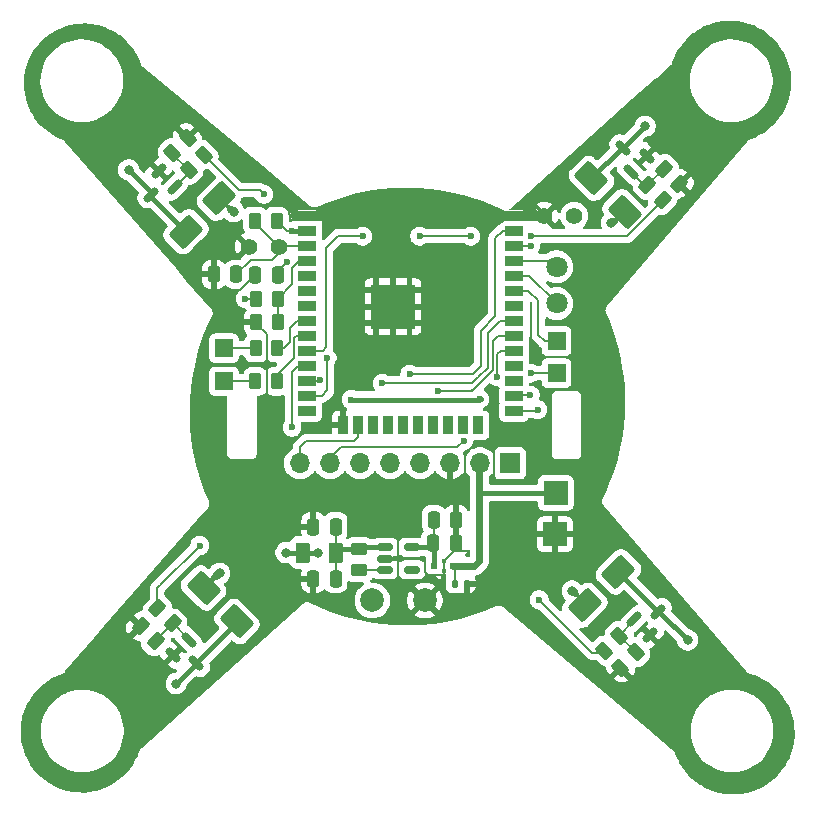
<source format=gbr>
%TF.GenerationSoftware,KiCad,Pcbnew,9.0.0-9.0.0-2~ubuntu22.04.1*%
%TF.CreationDate,2025-03-12T10:46:36+01:00*%
%TF.ProjectId,nano_drone,6e616e6f-5f64-4726-9f6e-652e6b696361,rev?*%
%TF.SameCoordinates,Original*%
%TF.FileFunction,Copper,L1,Top*%
%TF.FilePolarity,Positive*%
%FSLAX46Y46*%
G04 Gerber Fmt 4.6, Leading zero omitted, Abs format (unit mm)*
G04 Created by KiCad (PCBNEW 9.0.0-9.0.0-2~ubuntu22.04.1) date 2025-03-12 10:46:36*
%MOMM*%
%LPD*%
G01*
G04 APERTURE LIST*
G04 Aperture macros list*
%AMRoundRect*
0 Rectangle with rounded corners*
0 $1 Rounding radius*
0 $2 $3 $4 $5 $6 $7 $8 $9 X,Y pos of 4 corners*
0 Add a 4 corners polygon primitive as box body*
4,1,4,$2,$3,$4,$5,$6,$7,$8,$9,$2,$3,0*
0 Add four circle primitives for the rounded corners*
1,1,$1+$1,$2,$3*
1,1,$1+$1,$4,$5*
1,1,$1+$1,$6,$7*
1,1,$1+$1,$8,$9*
0 Add four rect primitives between the rounded corners*
20,1,$1+$1,$2,$3,$4,$5,0*
20,1,$1+$1,$4,$5,$6,$7,0*
20,1,$1+$1,$6,$7,$8,$9,0*
20,1,$1+$1,$8,$9,$2,$3,0*%
G04 Aperture macros list end*
%TA.AperFunction,Conductor*%
%ADD10C,0.200000*%
%TD*%
%TA.AperFunction,SMDPad,CuDef*%
%ADD11RoundRect,0.150000X-0.309359X-0.521491X0.521491X0.309359X0.309359X0.521491X-0.521491X-0.309359X0*%
%TD*%
%TA.AperFunction,SMDPad,CuDef*%
%ADD12RoundRect,0.250000X0.247487X1.166726X-1.166726X-0.247487X-0.247487X-1.166726X1.166726X0.247487X0*%
%TD*%
%TA.AperFunction,SMDPad,CuDef*%
%ADD13RoundRect,0.250000X0.262500X0.450000X-0.262500X0.450000X-0.262500X-0.450000X0.262500X-0.450000X0*%
%TD*%
%TA.AperFunction,SMDPad,CuDef*%
%ADD14RoundRect,0.250000X-1.166726X0.247487X0.247487X-1.166726X1.166726X-0.247487X-0.247487X1.166726X0*%
%TD*%
%TA.AperFunction,SMDPad,CuDef*%
%ADD15R,1.500000X1.500000*%
%TD*%
%TA.AperFunction,SMDPad,CuDef*%
%ADD16R,2.000000X2.000000*%
%TD*%
%TA.AperFunction,SMDPad,CuDef*%
%ADD17R,1.500000X0.900000*%
%TD*%
%TA.AperFunction,SMDPad,CuDef*%
%ADD18R,0.900000X1.500000*%
%TD*%
%TA.AperFunction,SMDPad,CuDef*%
%ADD19R,0.900000X0.900000*%
%TD*%
%TA.AperFunction,HeatsinkPad*%
%ADD20C,0.600000*%
%TD*%
%TA.AperFunction,SMDPad,CuDef*%
%ADD21R,3.800000X3.800000*%
%TD*%
%TA.AperFunction,SMDPad,CuDef*%
%ADD22RoundRect,0.250000X0.503814X0.132583X0.132583X0.503814X-0.503814X-0.132583X-0.132583X-0.503814X0*%
%TD*%
%TA.AperFunction,ComponentPad*%
%ADD23C,1.400000*%
%TD*%
%TA.AperFunction,SMDPad,CuDef*%
%ADD24RoundRect,0.250000X-0.250000X-0.475000X0.250000X-0.475000X0.250000X0.475000X-0.250000X0.475000X0*%
%TD*%
%TA.AperFunction,SMDPad,CuDef*%
%ADD25RoundRect,0.250000X-0.262500X-0.450000X0.262500X-0.450000X0.262500X0.450000X-0.262500X0.450000X0*%
%TD*%
%TA.AperFunction,SMDPad,CuDef*%
%ADD26RoundRect,0.250000X-0.503814X-0.132583X-0.132583X-0.503814X0.503814X0.132583X0.132583X0.503814X0*%
%TD*%
%TA.AperFunction,SMDPad,CuDef*%
%ADD27RoundRect,0.250000X0.250000X0.475000X-0.250000X0.475000X-0.250000X-0.475000X0.250000X-0.475000X0*%
%TD*%
%TA.AperFunction,SMDPad,CuDef*%
%ADD28RoundRect,0.250000X0.132583X-0.503814X0.503814X-0.132583X-0.132583X0.503814X-0.503814X0.132583X0*%
%TD*%
%TA.AperFunction,SMDPad,CuDef*%
%ADD29RoundRect,0.250000X-0.375000X-0.625000X0.375000X-0.625000X0.375000X0.625000X-0.375000X0.625000X0*%
%TD*%
%TA.AperFunction,SMDPad,CuDef*%
%ADD30RoundRect,0.250000X-0.132583X0.503814X-0.503814X0.132583X0.132583X-0.503814X0.503814X-0.132583X0*%
%TD*%
%TA.AperFunction,ComponentPad*%
%ADD31C,1.800000*%
%TD*%
%TA.AperFunction,SMDPad,CuDef*%
%ADD32RoundRect,0.150000X0.521491X-0.309359X-0.309359X0.521491X-0.521491X0.309359X0.309359X-0.521491X0*%
%TD*%
%TA.AperFunction,SMDPad,CuDef*%
%ADD33RoundRect,0.150000X0.309359X0.521491X-0.521491X-0.309359X-0.309359X-0.521491X0.521491X0.309359X0*%
%TD*%
%TA.AperFunction,ComponentPad*%
%ADD34R,1.700000X1.700000*%
%TD*%
%TA.AperFunction,ComponentPad*%
%ADD35O,1.700000X1.700000*%
%TD*%
%TA.AperFunction,SMDPad,CuDef*%
%ADD36RoundRect,0.250000X1.166726X-0.247487X-0.247487X1.166726X-1.166726X0.247487X0.247487X-1.166726X0*%
%TD*%
%TA.AperFunction,SMDPad,CuDef*%
%ADD37R,0.600000X0.600000*%
%TD*%
%TA.AperFunction,SMDPad,CuDef*%
%ADD38R,0.400000X0.400000*%
%TD*%
%TA.AperFunction,SMDPad,CuDef*%
%ADD39RoundRect,0.250000X-0.450000X0.262500X-0.450000X-0.262500X0.450000X-0.262500X0.450000X0.262500X0*%
%TD*%
%TA.AperFunction,ComponentPad*%
%ADD40C,2.000000*%
%TD*%
%TA.AperFunction,SMDPad,CuDef*%
%ADD41RoundRect,0.150000X-0.512500X-0.150000X0.512500X-0.150000X0.512500X0.150000X-0.512500X0.150000X0*%
%TD*%
%TA.AperFunction,SMDPad,CuDef*%
%ADD42RoundRect,0.250000X-0.247487X-1.166726X1.166726X0.247487X0.247487X1.166726X-1.166726X-0.247487X0*%
%TD*%
%TA.AperFunction,SMDPad,CuDef*%
%ADD43RoundRect,0.147500X-0.147500X-0.172500X0.147500X-0.172500X0.147500X0.172500X-0.147500X0.172500X0*%
%TD*%
%TA.AperFunction,SMDPad,CuDef*%
%ADD44RoundRect,0.150000X-0.521491X0.309359X0.309359X-0.521491X0.521491X-0.309359X-0.309359X0.521491X0*%
%TD*%
%TA.AperFunction,ViaPad*%
%ADD45C,0.600000*%
%TD*%
%TA.AperFunction,ViaPad*%
%ADD46C,0.800000*%
%TD*%
%TA.AperFunction,Conductor*%
%ADD47C,0.600000*%
%TD*%
%TA.AperFunction,Conductor*%
%ADD48C,0.400000*%
%TD*%
G04 APERTURE END LIST*
D10*
%TO.N,GND*%
X154424360Y-103926071D02*
X153864360Y-104626071D01*
X153864360Y-104626071D02*
X153864360Y-106106071D01*
X162738038Y-96196393D02*
X160338038Y-96196393D01*
X156324360Y-104176071D02*
X156324360Y-106406071D01*
X137109360Y-94821071D02*
X137084360Y-99396071D01*
%TD*%
D11*
%TO.P,Q3,1,G*%
%TO.N,Net-(Q3-G)*%
X168238038Y-118446393D03*
%TO.P,Q3,2,S*%
%TO.N,GND*%
X169581541Y-119789896D03*
%TO.P,Q3,3,D*%
%TO.N,Net-(D4-A)*%
X170235615Y-117792319D03*
%TD*%
D12*
%TO.P,D2,1,K*%
%TO.N,VDD_3v7*%
X133084360Y-82796071D03*
%TO.P,D2,2,A*%
%TO.N,Net-(D2-A)*%
X130255932Y-85624499D03*
%TD*%
D13*
%TO.P,R2,1*%
%TO.N,TX1*%
X137959360Y-98296071D03*
%TO.P,R2,2*%
%TO.N,Net-(R2-Pad2)*%
X136134360Y-98296071D03*
%TD*%
D14*
%TO.P,D5,1,K*%
%TO.N,VDD_3v7*%
X131755932Y-115792643D03*
%TO.P,D5,2,A*%
%TO.N,Net-(D5-A)*%
X134584360Y-118621071D03*
%TD*%
D15*
%TO.P,TP5,1,1*%
%TO.N,I2C0_SCL*%
X161638038Y-97596393D03*
%TD*%
D16*
%TO.P,TP1,1,1*%
%TO.N,GND*%
X161504360Y-111236071D03*
%TD*%
D17*
%TO.P,U1,1,GND*%
%TO.N,GND*%
X140538038Y-84266393D03*
%TO.P,U1,2,VDD*%
%TO.N,+3v3*%
X140538038Y-85536393D03*
%TO.P,U1,3,EN*%
%TO.N,Net-(JP1-B)*%
X140538038Y-86806393D03*
%TO.P,U1,4,SENSOR_VP*%
%TO.N,ADC_VOLTAGE *%
X140538038Y-88076393D03*
%TO.P,U1,5,SENSOR_VN*%
%TO.N,unconnected-(U1-SENSOR_VN-Pad5)*%
X140538038Y-89346393D03*
%TO.P,U1,6,IO34*%
%TO.N,unconnected-(U1-IO34-Pad6)*%
X140538038Y-90616393D03*
%TO.P,U1,7,IO35*%
%TO.N,unconnected-(U1-IO35-Pad7)*%
X140538038Y-91886393D03*
%TO.P,U1,8,IO32*%
%TO.N,RX1*%
X140538038Y-93156393D03*
%TO.P,U1,9,IO33*%
%TO.N,TX1*%
X140538038Y-94426393D03*
%TO.P,U1,10,IO25*%
%TO.N,PWM2*%
X140538038Y-95696393D03*
%TO.P,U1,11,IO26*%
%TO.N,PWM4*%
X140538038Y-96966393D03*
%TO.P,U1,12,IO27*%
%TO.N,PWM1*%
X140538038Y-98236393D03*
%TO.P,U1,13,IO14*%
%TO.N,SPI0_CS2*%
X140538038Y-99506393D03*
%TO.P,U1,14,IO12*%
%TO.N,unconnected-(U1-IO12-Pad14)*%
X140538038Y-100776393D03*
D18*
%TO.P,U1,15,GND*%
%TO.N,GND*%
X143578038Y-102026393D03*
%TO.P,U1,16,IO13*%
%TO.N,SPI0_CS1_B*%
X144848038Y-102026393D03*
%TO.P,U1,17,NC*%
%TO.N,unconnected-(U1-NC-Pad17)*%
X146118038Y-102026393D03*
%TO.P,U1,18,NC*%
%TO.N,unconnected-(U1-NC-Pad18)*%
X147388038Y-102026393D03*
%TO.P,U1,19,NC*%
%TO.N,unconnected-(U1-NC-Pad19)*%
X148658038Y-102026393D03*
%TO.P,U1,20,NC*%
%TO.N,unconnected-(U1-NC-Pad20)*%
X149928038Y-102026393D03*
%TO.P,U1,21,NC*%
%TO.N,unconnected-(U1-NC-Pad21)*%
X151198038Y-102026393D03*
%TO.P,U1,22,NC*%
%TO.N,unconnected-(U1-NC-Pad22)*%
X152468038Y-102026393D03*
%TO.P,U1,23,IO15*%
%TO.N,unconnected-(U1-IO15-Pad23)*%
X153738038Y-102026393D03*
%TO.P,U1,24,IO2*%
%TO.N,unconnected-(U1-IO2-Pad24)*%
X155008038Y-102026393D03*
D17*
%TO.P,U1,25,IO0*%
%TO.N,Net-(JP2-B)*%
X158038038Y-100776393D03*
%TO.P,U1,26,IO4*%
%TO.N,PWM3*%
X158038038Y-99506393D03*
%TO.P,U1,27,IO16*%
%TO.N,unconnected-(U1-IO16-Pad27)*%
X158038038Y-98236393D03*
%TO.P,U1,28,IO17*%
%TO.N,unconnected-(U1-IO17-Pad28)*%
X158038038Y-96966393D03*
%TO.P,U1,29,IO5*%
%TO.N,SPI0_CS0_M*%
X158038038Y-95696393D03*
%TO.P,U1,30,IO18*%
%TO.N,SPI0_CLK*%
X158038038Y-94426393D03*
%TO.P,U1,31,IO19*%
%TO.N,SPI0_MISO*%
X158038038Y-93156393D03*
%TO.P,U1,32,NC*%
%TO.N,unconnected-(U1-NC-Pad32)*%
X158038038Y-91886393D03*
%TO.P,U1,33,IO21*%
%TO.N,I2C0_SDA*%
X158038038Y-90616393D03*
%TO.P,U1,34,RXD0/IO3*%
%TO.N,RX0*%
X158038038Y-89346393D03*
%TO.P,U1,35,TXD0/IO1*%
%TO.N,TX0*%
X158038038Y-88076393D03*
%TO.P,U1,36,IO22*%
%TO.N,I2C0_SCL*%
X158038038Y-86806393D03*
%TO.P,U1,37,IO23*%
%TO.N,SPI0_MOSI*%
X158038038Y-85536393D03*
%TO.P,U1,38,GND*%
%TO.N,GND*%
X158038038Y-84266393D03*
D19*
%TO.P,U1,39,GND*%
X146388038Y-90586393D03*
D20*
X146388038Y-91286393D03*
D19*
X146388038Y-91986393D03*
D20*
X146388038Y-92686393D03*
D19*
X146388038Y-93386393D03*
D20*
X147088038Y-90586393D03*
X147088038Y-91986393D03*
X147088038Y-93386393D03*
X147763038Y-91286393D03*
X147763038Y-92686393D03*
D19*
X147788038Y-90586393D03*
X147788038Y-91986393D03*
D21*
X147788038Y-91986393D03*
D19*
X147788038Y-93386393D03*
D20*
X148488038Y-90586393D03*
X148488038Y-91986393D03*
X148488038Y-93386393D03*
D19*
X149188038Y-90586393D03*
D20*
X149188038Y-91286393D03*
D19*
X149188038Y-91986393D03*
D20*
X149188038Y-92686393D03*
D19*
X149188038Y-93386393D03*
%TD*%
D22*
%TO.P,R12,1*%
%TO.N,GND*%
X172004595Y-81591306D03*
%TO.P,R12,2*%
%TO.N,Net-(Q2-G)*%
X170714125Y-80300836D03*
%TD*%
D13*
%TO.P,R1,1*%
%TO.N,RX1*%
X138009360Y-95496071D03*
%TO.P,R1,2*%
%TO.N,Net-(R1-Pad2)*%
X136184360Y-95496071D03*
%TD*%
D23*
%TO.P,JP2,1,A*%
%TO.N,GND*%
X160588038Y-84296393D03*
%TO.P,JP2,2,B*%
%TO.N,Net-(JP2-B)*%
X163128038Y-84296393D03*
%TD*%
D24*
%TO.P,C1,1*%
%TO.N,GND*%
X132634360Y-89246071D03*
%TO.P,C1,2*%
%TO.N,Net-(JP1-B)*%
X134534360Y-89246071D03*
%TD*%
D25*
%TO.P,R4,1*%
%TO.N,VDD_3v7*%
X136213038Y-91296393D03*
%TO.P,R4,2*%
%TO.N,ADC_VOLTAGE *%
X138038038Y-91296393D03*
%TD*%
D26*
%TO.P,R10,1*%
%TO.N,PWM4*%
X127843890Y-117505601D03*
%TO.P,R10,2*%
%TO.N,Net-(Q4-G)*%
X129134360Y-118796071D03*
%TD*%
D27*
%TO.P,C3,1*%
%TO.N,Net-(U2-VIN)*%
X142938038Y-114996393D03*
%TO.P,C3,2*%
%TO.N,GND*%
X141038038Y-114996393D03*
%TD*%
D26*
%TO.P,R14,1*%
%TO.N,GND*%
X126418890Y-119005601D03*
%TO.P,R14,2*%
%TO.N,Net-(Q4-G)*%
X127709360Y-120296071D03*
%TD*%
D27*
%TO.P,C4,1*%
%TO.N,Net-(U2-VIN)*%
X142938038Y-110596393D03*
%TO.P,C4,2*%
%TO.N,GND*%
X141038038Y-110596393D03*
%TD*%
D28*
%TO.P,R9,1*%
%TO.N,PWM3*%
X165668890Y-121111541D03*
%TO.P,R9,2*%
%TO.N,Net-(Q3-G)*%
X166959360Y-119821071D03*
%TD*%
D29*
%TO.P,F1,1,1*%
%TO.N,VDD_3v7*%
X140138038Y-112796393D03*
%TO.P,F1,2,2*%
%TO.N,Net-(U2-VIN)*%
X142938038Y-112796393D03*
%TD*%
D23*
%TO.P,JP1,1,A*%
%TO.N,GND*%
X135588038Y-86896393D03*
%TO.P,JP1,2,B*%
%TO.N,Net-(JP1-B)*%
X138128038Y-86896393D03*
%TD*%
D28*
%TO.P,R13,1*%
%TO.N,GND*%
X167043890Y-122536541D03*
%TO.P,R13,2*%
%TO.N,Net-(Q3-G)*%
X168334360Y-121246071D03*
%TD*%
D30*
%TO.P,R11,1*%
%TO.N,GND*%
X130399830Y-77680601D03*
%TO.P,R11,2*%
%TO.N,Net-(Q1-G)*%
X129109360Y-78971071D03*
%TD*%
D31*
%TO.P,H4,1,1*%
%TO.N,RX0*%
X161638038Y-91696393D03*
%TD*%
D15*
%TO.P,TP2,1,1*%
%TO.N,Net-(R1-Pad2)*%
X133484360Y-95496071D03*
%TD*%
D32*
%TO.P,Q2,1,G*%
%TO.N,Net-(Q2-G)*%
X167929199Y-80531057D03*
%TO.P,Q2,2,S*%
%TO.N,GND*%
X169272702Y-79187554D03*
%TO.P,Q2,3,D*%
%TO.N,Net-(D3-A)*%
X167275125Y-78533480D03*
%TD*%
D15*
%TO.P,TP4,1,1*%
%TO.N,I2C0_SDA*%
X161638038Y-94896393D03*
%TD*%
D31*
%TO.P,H3,1,1*%
%TO.N,TX0*%
X161638038Y-88596393D03*
%TD*%
D33*
%TO.P,Q1,1,G*%
%TO.N,Net-(Q1-G)*%
X129294024Y-81829910D03*
%TO.P,Q1,2,S*%
%TO.N,GND*%
X127950521Y-80486407D03*
%TO.P,Q1,3,D*%
%TO.N,Net-(D2-A)*%
X127296447Y-82483984D03*
%TD*%
D13*
%TO.P,R5,1*%
%TO.N,ADC_VOLTAGE *%
X138038038Y-93296393D03*
%TO.P,R5,2*%
%TO.N,GND*%
X136213038Y-93296393D03*
%TD*%
D34*
%TO.P,J1,1,Pin_1*%
%TO.N,unconnected-(J1-Pin_1-Pad1)*%
X157694360Y-105236071D03*
D35*
%TO.P,J1,2,Pin_2*%
%TO.N,+3v3*%
X155154360Y-105236071D03*
%TO.P,J1,3,Pin_3*%
%TO.N,GND*%
X152614360Y-105236071D03*
%TO.P,J1,4,Pin_4*%
%TO.N,SPI0_CLK*%
X150074360Y-105236071D03*
%TO.P,J1,5,Pin_5*%
%TO.N,SPI0_MOSI*%
X147534360Y-105236071D03*
%TO.P,J1,6,Pin_6*%
%TO.N,SPI0_MISO*%
X144994360Y-105236071D03*
%TO.P,J1,7,Pin_7*%
%TO.N,SPI0_CS0_M*%
X142454360Y-105236071D03*
%TO.P,J1,8,Pin_8*%
%TO.N,SPI0_CS1_B*%
X139914360Y-105236071D03*
%TD*%
D36*
%TO.P,D3,1,K*%
%TO.N,VDD_3v7*%
X167423574Y-83935285D03*
%TO.P,D3,2,A*%
%TO.N,Net-(D3-A)*%
X164595146Y-81106857D03*
%TD*%
D37*
%TO.P,FL1,1*%
%TO.N,Net-(U2-VOUT)*%
X151288038Y-113946393D03*
%TO.P,FL1,2*%
%TO.N,+3v3*%
X152888038Y-113946393D03*
D38*
%TO.P,FL1,3*%
%TO.N,GND*%
X152088038Y-114346393D03*
%TO.P,FL1,4*%
X152088038Y-113546393D03*
%TD*%
D39*
%TO.P,R6,1*%
%TO.N,Net-(U2-VIN)*%
X144938038Y-112471393D03*
%TO.P,R6,2*%
%TO.N,Net-(U2-EN)*%
X144938038Y-114296393D03*
%TD*%
D40*
%TO.P,H2,1,1*%
%TO.N,VDD_3v7*%
X146038038Y-116846393D03*
%TD*%
D16*
%TO.P,TP6,1,1*%
%TO.N,+3v3*%
X161574360Y-107736071D03*
%TD*%
D30*
%TO.P,R7,1*%
%TO.N,PWM1*%
X131774830Y-79105601D03*
%TO.P,R7,2*%
%TO.N,Net-(Q1-G)*%
X130484360Y-80396071D03*
%TD*%
D22*
%TO.P,R8,1*%
%TO.N,PWM2*%
X170629595Y-82966306D03*
%TO.P,R8,2*%
%TO.N,Net-(Q2-G)*%
X169339125Y-81675836D03*
%TD*%
D24*
%TO.P,C5,1*%
%TO.N,Net-(U2-VOUT)*%
X151238038Y-109996393D03*
%TO.P,C5,2*%
%TO.N,GND*%
X153138038Y-109996393D03*
%TD*%
D41*
%TO.P,U2,1,VIN*%
%TO.N,Net-(U2-VIN)*%
X147100538Y-112346393D03*
%TO.P,U2,2,GND*%
%TO.N,GND*%
X147100538Y-113296393D03*
%TO.P,U2,3,EN*%
%TO.N,Net-(U2-EN)*%
X147100538Y-114246393D03*
%TO.P,U2,4,NC*%
%TO.N,unconnected-(U2-NC-Pad4)*%
X149375538Y-114246393D03*
%TO.P,U2,5,VOUT*%
%TO.N,Net-(U2-VOUT)*%
X149375538Y-112346393D03*
%TD*%
D40*
%TO.P,H1,1,1*%
%TO.N,GND*%
X150488038Y-116846393D03*
%TD*%
D13*
%TO.P,R3,1*%
%TO.N,+3v3*%
X137938038Y-84696393D03*
%TO.P,R3,2*%
%TO.N,Net-(JP1-B)*%
X136113038Y-84696393D03*
%TD*%
D24*
%TO.P,C2,1*%
%TO.N,GND*%
X136138038Y-89296393D03*
%TO.P,C2,2*%
%TO.N,+3v3*%
X138038038Y-89296393D03*
%TD*%
D42*
%TO.P,D4,1,K*%
%TO.N,VDD_3v7*%
X164045146Y-117260285D03*
%TO.P,D4,2,A*%
%TO.N,Net-(D4-A)*%
X166873574Y-114431857D03*
%TD*%
D24*
%TO.P,C6,1*%
%TO.N,Net-(U2-VOUT)*%
X151188038Y-111996393D03*
%TO.P,C6,2*%
%TO.N,GND*%
X153088038Y-111996393D03*
%TD*%
D15*
%TO.P,TP3,1,1*%
%TO.N,Net-(R2-Pad2)*%
X133484360Y-98296071D03*
%TD*%
D43*
%TO.P,D1,1,C*%
%TO.N,+3v3*%
X153049360Y-115421071D03*
%TO.P,D1,2,A*%
%TO.N,GND*%
X154019360Y-115421071D03*
%TD*%
D44*
%TO.P,Q4,1,G*%
%TO.N,Net-(Q4-G)*%
X130496877Y-120161729D03*
%TO.P,Q4,2,S*%
%TO.N,GND*%
X129153374Y-121505232D03*
%TO.P,Q4,3,D*%
%TO.N,Net-(D5-A)*%
X131150951Y-122159306D03*
%TD*%
D45*
%TO.N,+3v3*%
X155144360Y-99796071D03*
X144244360Y-99836071D03*
X139238038Y-85596393D03*
X138838038Y-88196393D03*
%TO.N,SPI0_CS0_M*%
X156634360Y-97926071D03*
X153774360Y-103306071D03*
D46*
%TO.N,Net-(D2-A)*%
X125409360Y-80396071D03*
%TO.N,Net-(D3-A)*%
X169138038Y-76696393D03*
%TO.N,Net-(D4-A)*%
X172738038Y-120196393D03*
%TO.N,Net-(D5-A)*%
X129438038Y-123896393D03*
D45*
%TO.N,VDD_3v7*%
X135284360Y-91296393D03*
D46*
X134309360Y-83921071D03*
X133109360Y-114546071D03*
X138738038Y-112796393D03*
X162959360Y-116046071D03*
X141438038Y-112796393D03*
X166284360Y-84896071D03*
D45*
%TO.N,PWM1*%
X136859360Y-82446071D03*
X141638038Y-98196393D03*
%TO.N,PWM2*%
X145238038Y-85996393D03*
X150054360Y-85996393D03*
X154388038Y-85996393D03*
X159438038Y-85996393D03*
%TO.N,PWM3*%
X160164360Y-116796071D03*
X159424360Y-99486071D03*
%TO.N,PWM4*%
X131438038Y-112196393D03*
X139244360Y-102176071D03*
%TO.N,I2C0_SCL*%
X159438038Y-86796393D03*
X159438038Y-97596393D03*
%TO.N,SPI0_CLK*%
X151584360Y-99096071D03*
%TO.N,SPI0_MOSI*%
X149204360Y-97706071D03*
%TO.N,SPI0_MISO*%
X146894360Y-98446071D03*
%TO.N,SPI0_CS2*%
X142209360Y-96296071D03*
%TO.N,Net-(JP2-B)*%
X160038038Y-100696393D03*
%TD*%
D10*
%TO.N,GND*%
X153088038Y-111996393D02*
X153088038Y-112646393D01*
X159434360Y-95292715D02*
X160338038Y-96196393D01*
X150538038Y-113496393D02*
X150338038Y-113296393D01*
X150538038Y-114446393D02*
X150538038Y-113496393D01*
X152088038Y-113546393D02*
X152088038Y-114346393D01*
X152088038Y-114346393D02*
X152088038Y-114596393D01*
D47*
X160588038Y-84296393D02*
X158068038Y-84296393D01*
D10*
X136213038Y-93399749D02*
X136213038Y-93296393D01*
X153088038Y-112646393D02*
X153138038Y-112696393D01*
X148238038Y-113296393D02*
X148238038Y-111596393D01*
X153138038Y-112696393D02*
X153388038Y-112696393D01*
X140538038Y-84266393D02*
X140208038Y-84266393D01*
X152088038Y-114596393D02*
X151988038Y-114696393D01*
X152938038Y-112696393D02*
X153388038Y-112696393D01*
X152088038Y-113546393D02*
X152938038Y-112696393D01*
X153388038Y-112696393D02*
X154238038Y-112696393D01*
X158068038Y-84296393D02*
X158038038Y-84266393D01*
X134838038Y-90596393D02*
X134338038Y-90596393D01*
X159434360Y-91596071D02*
X159434360Y-95292715D01*
X150788038Y-114696393D02*
X150538038Y-114446393D01*
X148238038Y-113296393D02*
X147100538Y-113296393D01*
X137109360Y-94296071D02*
X136213038Y-93399749D01*
X150338038Y-113296393D02*
X148238038Y-113296393D01*
X148238038Y-113296393D02*
X148238038Y-114996393D01*
X151988038Y-114696393D02*
X150788038Y-114696393D01*
X136138038Y-89296393D02*
X134838038Y-90596393D01*
X137109360Y-94821071D02*
X137109360Y-94296071D01*
%TO.N,Net-(JP1-B)*%
X138218038Y-86806393D02*
X138128038Y-86896393D01*
X137538038Y-87996393D02*
X138128038Y-87406393D01*
X135934360Y-87996393D02*
X137538038Y-87996393D01*
X138128038Y-87406393D02*
X138128038Y-86896393D01*
X135784038Y-87996393D02*
X135934360Y-87996393D01*
X136113038Y-84881393D02*
X136113038Y-84696393D01*
X138128038Y-86896393D02*
X136113038Y-84881393D01*
X138038038Y-86986393D02*
X138128038Y-86896393D01*
X140538038Y-86806393D02*
X138218038Y-86806393D01*
X134534360Y-89246071D02*
X135784038Y-87996393D01*
%TO.N,+3v3*%
X155114360Y-105276071D02*
X155154360Y-105236071D01*
X138838038Y-85596393D02*
X137938038Y-84696393D01*
X155124360Y-107736071D02*
X155114360Y-107746071D01*
D48*
X155104360Y-99836071D02*
X144244360Y-99836071D01*
D10*
X139238038Y-85596393D02*
X138838038Y-85596393D01*
X155144360Y-99796071D02*
X155104360Y-99836071D01*
X138038038Y-88996393D02*
X138838038Y-88196393D01*
X153058038Y-115346393D02*
X153058038Y-115196071D01*
X153049360Y-115204749D02*
X153058038Y-115196071D01*
X153058038Y-114116393D02*
X152888038Y-113946393D01*
D47*
X154650538Y-113946393D02*
X152888038Y-113946393D01*
D48*
X155154360Y-99786071D02*
X155244360Y-99786071D01*
D47*
X155114360Y-107746071D02*
X155114360Y-105276071D01*
D48*
X140478038Y-85596393D02*
X140538038Y-85536393D01*
D10*
X153049360Y-115421071D02*
X153049360Y-115204749D01*
D48*
X161574360Y-107736071D02*
X155124360Y-107736071D01*
D47*
X155114360Y-107746071D02*
X155114360Y-113482571D01*
D48*
X139238038Y-85596393D02*
X140478038Y-85596393D01*
D47*
X155114360Y-113482571D02*
X154650538Y-113946393D01*
D10*
X153058038Y-115196071D02*
X153058038Y-114116393D01*
X138038038Y-89296393D02*
X138038038Y-88996393D01*
D48*
%TO.N,Net-(U2-VIN)*%
X143838038Y-112496393D02*
X143238038Y-112496393D01*
X143838038Y-112496393D02*
X144913038Y-112496393D01*
D10*
X142938038Y-110596393D02*
X142938038Y-114996393D01*
D48*
X147100538Y-112346393D02*
X145063038Y-112346393D01*
D10*
X143238038Y-112496393D02*
X142938038Y-112796393D01*
X144913038Y-112496393D02*
X144938038Y-112471393D01*
%TO.N,SPI0_CS0_M*%
X142454360Y-104796071D02*
X143354360Y-103896071D01*
X143354360Y-103896071D02*
X153244360Y-103896071D01*
X142454360Y-105236071D02*
X142454360Y-104796071D01*
D48*
X142504360Y-105176071D02*
X142414360Y-105266071D01*
D10*
X153774360Y-103306071D02*
X153774360Y-103366071D01*
X156638038Y-97696393D02*
X156638038Y-97922393D01*
X153774360Y-103366071D02*
X153244360Y-103896071D01*
X156638038Y-95996393D02*
X156938038Y-95696393D01*
X156638038Y-97696393D02*
X156638038Y-95996393D01*
X156638038Y-97922393D02*
X156634360Y-97926071D01*
X158038038Y-95696393D02*
X156938038Y-95696393D01*
D48*
%TO.N,Net-(D2-A)*%
X125409360Y-80396071D02*
X127296447Y-82283158D01*
X127296447Y-82544428D02*
X127296447Y-82483984D01*
D10*
X127296447Y-82283158D02*
X127296447Y-82483984D01*
X127296447Y-82665014D02*
X127296447Y-82483984D01*
D48*
X130453725Y-85641262D02*
X130453725Y-85701706D01*
X130255932Y-85624499D02*
X127296447Y-82665014D01*
D10*
X125409360Y-80396071D02*
X125409360Y-80596897D01*
%TO.N,Net-(D3-A)*%
X164626426Y-81182179D02*
X164623824Y-81182179D01*
X167275125Y-78533480D02*
X167168523Y-78533480D01*
X167300951Y-78533480D02*
X167275125Y-78533480D01*
D48*
X167168523Y-78533480D02*
X164595146Y-81106857D01*
X167275125Y-78533480D02*
X168912212Y-76896393D01*
D10*
X168912212Y-76896393D02*
X169138038Y-76696393D01*
%TO.N,Net-(D4-A)*%
X166875153Y-114431857D02*
X166873574Y-114431857D01*
D48*
X170338038Y-117796393D02*
X172738038Y-120196393D01*
D10*
X167089689Y-114646393D02*
X167038038Y-114646393D01*
D48*
X170235615Y-117792319D02*
X166875153Y-114431857D01*
%TO.N,Net-(D5-A)*%
X131150951Y-122159306D02*
X134443673Y-118866584D01*
X131138038Y-122196393D02*
X129438038Y-123896393D01*
D10*
X134443673Y-118866584D02*
X134443673Y-118852028D01*
%TO.N,VDD_3v7*%
X166284360Y-84896071D02*
X166462788Y-84896071D01*
X164045146Y-117131857D02*
X162959360Y-116046071D01*
X164045146Y-117260285D02*
X164045146Y-117131857D01*
X134209360Y-83921071D02*
X133084360Y-82796071D01*
D48*
X133002504Y-114546071D02*
X131755932Y-115792643D01*
D10*
X134309360Y-83921071D02*
X134209360Y-83921071D01*
X133109360Y-114546071D02*
X133002504Y-114546071D01*
X166462788Y-84896071D02*
X167423574Y-83935285D01*
D48*
X141438038Y-112796393D02*
X138738038Y-112796393D01*
D10*
X135284360Y-91296393D02*
X136213038Y-91296393D01*
%TO.N,TX0*%
X158038038Y-88076393D02*
X161118038Y-88076393D01*
X161118038Y-88076393D02*
X161638038Y-88596393D01*
%TO.N,RX0*%
X158038038Y-89346393D02*
X159288038Y-89346393D01*
X159288038Y-89346393D02*
X161638038Y-91696393D01*
%TO.N,Net-(Q1-G)*%
X130484360Y-80671071D02*
X130484360Y-80396071D01*
X129325521Y-81829910D02*
X130484360Y-80671071D01*
X129294024Y-81829910D02*
X129325521Y-81829910D01*
X129109360Y-79021071D02*
X130484360Y-80396071D01*
X129109360Y-78971071D02*
X129109360Y-79021071D01*
%TO.N,Net-(Q2-G)*%
X169073978Y-81675836D02*
X167929199Y-80531057D01*
X169339125Y-81675836D02*
X169073978Y-81675836D01*
X170714125Y-80300836D02*
X169339125Y-81675836D01*
X169547568Y-81905923D02*
X169547568Y-82005923D01*
%TO.N,Net-(Q3-G)*%
X166959360Y-119821071D02*
X166959360Y-119871071D01*
X168238038Y-118446393D02*
X168238038Y-118542393D01*
X168238038Y-118542393D02*
X166959360Y-119821071D01*
X166959360Y-119871071D02*
X168334360Y-121246071D01*
X166683273Y-120141628D02*
X166683273Y-120051158D01*
X168340461Y-118450467D02*
X168283964Y-118450467D01*
%TO.N,Net-(Q4-G)*%
X130496877Y-120161729D02*
X130496877Y-120158588D01*
X130483964Y-120198816D02*
X130483964Y-120142319D01*
X129134360Y-118796071D02*
X127709360Y-120221071D01*
X130496877Y-120161729D02*
X130453374Y-120161729D01*
X127709360Y-120221071D02*
X127709360Y-120296071D01*
X130496877Y-120158588D02*
X129134360Y-118796071D01*
%TO.N,Net-(R1-Pad2)*%
X133484360Y-95496071D02*
X136009360Y-95496071D01*
X136212716Y-95496071D02*
X136213038Y-95496393D01*
X136009360Y-95496071D02*
X136212716Y-95496071D01*
X136184360Y-95496071D02*
X136009360Y-95496071D01*
%TO.N,RX1*%
X138537716Y-95496071D02*
X138009360Y-95496071D01*
X139678038Y-93156393D02*
X139038038Y-93796393D01*
X138538038Y-95496393D02*
X138537716Y-95496071D01*
X140538038Y-93156393D02*
X139678038Y-93156393D01*
X138538038Y-95496393D02*
X139038038Y-94996393D01*
X139038038Y-93796393D02*
X139038038Y-94996393D01*
%TO.N,Net-(R2-Pad2)*%
X136134360Y-98296071D02*
X133484360Y-98296071D01*
X133438360Y-98296071D02*
X133438038Y-98296393D01*
%TO.N,TX1*%
X137959360Y-97774749D02*
X139438038Y-96296071D01*
X139438038Y-94596393D02*
X139438038Y-96296071D01*
X140538038Y-94426393D02*
X139608038Y-94426393D01*
X137959360Y-98296071D02*
X137959360Y-97774749D01*
X139608038Y-94426393D02*
X139438038Y-94596393D01*
%TO.N,ADC_VOLTAGE *%
X138038038Y-91296393D02*
X139238038Y-90096393D01*
X139238038Y-88696393D02*
X139238038Y-89796393D01*
X139238038Y-90096393D02*
X139238038Y-89796393D01*
X139858038Y-88076393D02*
X139238038Y-88696393D01*
X140538038Y-88076393D02*
X139858038Y-88076393D01*
X138038038Y-93296393D02*
X138038038Y-91296393D01*
%TO.N,Net-(U2-EN)*%
X147050538Y-114296393D02*
X147100538Y-114246393D01*
X144938038Y-114296393D02*
X147050538Y-114296393D01*
%TO.N,PWM1*%
X141598038Y-98236393D02*
X141638038Y-98196393D01*
X134790300Y-82121071D02*
X135134360Y-82121071D01*
X134790300Y-82121071D02*
X136534360Y-82121071D01*
X136534360Y-82121071D02*
X136859360Y-82446071D01*
X140538038Y-98236393D02*
X141598038Y-98236393D01*
X131774830Y-79105601D02*
X134790300Y-82121071D01*
%TO.N,PWM2*%
X159738038Y-85996393D02*
X159538038Y-85996393D01*
X154388038Y-85996393D02*
X150054360Y-85996393D01*
X142138038Y-95396393D02*
X142138038Y-88196393D01*
X159438038Y-85896393D02*
X159538038Y-85996393D01*
X145238038Y-85996393D02*
X145138038Y-85996393D01*
X142138038Y-88196393D02*
X142138038Y-86996393D01*
X159438038Y-85996393D02*
X159738038Y-85996393D01*
X170629595Y-82966306D02*
X167599508Y-85996393D01*
X143138038Y-85996393D02*
X145238038Y-85996393D01*
X142138038Y-86996393D02*
X143138038Y-85996393D01*
X141838038Y-95696393D02*
X142138038Y-95396393D01*
X166734360Y-85996393D02*
X159738038Y-85996393D01*
X140538038Y-95696393D02*
X141838038Y-95696393D01*
X167599508Y-85996393D02*
X166734360Y-85996393D01*
%TO.N,PWM3*%
X160164360Y-116796071D02*
X164644360Y-121276071D01*
X159424360Y-99486071D02*
X158058360Y-99486071D01*
X164644360Y-121276071D02*
X165504360Y-121276071D01*
X165504360Y-121276071D02*
X165668890Y-121111541D01*
X158058360Y-99486071D02*
X158038038Y-99506393D01*
%TO.N,PWM4*%
X139238038Y-97496393D02*
X139238038Y-102169749D01*
X127843890Y-117505601D02*
X127843890Y-115790541D01*
X128086360Y-115548071D02*
X131438038Y-112196393D01*
X139238038Y-102169749D02*
X139244360Y-102176071D01*
X139768038Y-96966393D02*
X139238038Y-97496393D01*
X127843890Y-115790541D02*
X128086360Y-115548071D01*
X140538038Y-96966393D02*
X139768038Y-96966393D01*
%TO.N,I2C0_SDA*%
X159258038Y-90616393D02*
X158038038Y-90616393D01*
X160084360Y-91442715D02*
X159258038Y-90616393D01*
X160634682Y-94896393D02*
X160084360Y-94346071D01*
X160084360Y-94346071D02*
X160084360Y-91442715D01*
X161638038Y-94896393D02*
X160634682Y-94896393D01*
%TO.N,I2C0_SCL*%
X158038038Y-86806393D02*
X159428038Y-86806393D01*
X159428038Y-86806393D02*
X159438038Y-86796393D01*
X161638038Y-97596393D02*
X159438038Y-97596393D01*
%TO.N,SPI0_CLK*%
X156238038Y-94896393D02*
X156708038Y-94426393D01*
X151584360Y-99096071D02*
X154438360Y-99096071D01*
X154438360Y-99096071D02*
X154626360Y-98908071D01*
X154626360Y-98908071D02*
X156238038Y-97296393D01*
X154438038Y-99096393D02*
X154626360Y-98908071D01*
X156708038Y-94426393D02*
X158038038Y-94426393D01*
X156238038Y-97296393D02*
X156238038Y-94896393D01*
%TO.N,SPI0_MOSI*%
X155238038Y-93996393D02*
X155238038Y-96996393D01*
X155238038Y-96996393D02*
X154538038Y-97696393D01*
X157098038Y-85536393D02*
X156438038Y-86196393D01*
X149214038Y-97696393D02*
X149204360Y-97706071D01*
X158038038Y-85536393D02*
X157098038Y-85536393D01*
X156438038Y-92796393D02*
X155238038Y-93996393D01*
X156438038Y-86196393D02*
X156438038Y-92796393D01*
X154538038Y-97696393D02*
X149214038Y-97696393D01*
%TO.N,SPI0_MISO*%
X146894360Y-98446071D02*
X154522674Y-98446071D01*
X154522674Y-98446071D02*
X155013517Y-97955228D01*
X155838038Y-94196393D02*
X156878038Y-93156393D01*
X155013517Y-97955228D02*
X155838038Y-97130707D01*
X155838038Y-97130707D02*
X155838038Y-94196393D01*
X156878038Y-93156393D02*
X158038038Y-93156393D01*
%TO.N,SPI0_CS1_B*%
X144448360Y-103376071D02*
X140384360Y-103376071D01*
X144848038Y-102026393D02*
X144848038Y-102976393D01*
X144848038Y-102976393D02*
X144448360Y-103376071D01*
X140384360Y-103376071D02*
X139914360Y-103846071D01*
X139914360Y-103846071D02*
X139914360Y-105236071D01*
%TO.N,SPI0_CS2*%
X142209360Y-96296071D02*
X142238038Y-96324749D01*
X142238038Y-96324749D02*
X142238038Y-99042393D01*
X140538038Y-99506393D02*
X141774038Y-99506393D01*
X140552716Y-99521071D02*
X140538038Y-99506393D01*
X141774038Y-99506393D02*
X142238038Y-99042393D01*
%TO.N,Net-(U2-VOUT)*%
X151338038Y-112146393D02*
X151188038Y-111996393D01*
X151238038Y-111796393D02*
X151238038Y-109996393D01*
X151288038Y-112096393D02*
X151188038Y-111996393D01*
X150838038Y-112346393D02*
X151188038Y-111996393D01*
D48*
X151288038Y-113946393D02*
X151288038Y-113646393D01*
X151288038Y-113646393D02*
X151288038Y-112096393D01*
D10*
X151188038Y-111996393D02*
X151188038Y-111846393D01*
X151288038Y-113646393D02*
X151338038Y-113596393D01*
D48*
X149375538Y-112346393D02*
X150838038Y-112346393D01*
D10*
X151188038Y-111846393D02*
X151238038Y-111796393D01*
X151338038Y-110096393D02*
X151238038Y-109996393D01*
%TO.N,Net-(JP2-B)*%
X159958038Y-100776393D02*
X160038038Y-100696393D01*
X158038038Y-100776393D02*
X159958038Y-100776393D01*
%TD*%
%TA.AperFunction,Conductor*%
%TO.N,GND*%
G36*
X159609360Y-83546071D02*
G01*
X160052789Y-83841690D01*
X160044314Y-83850166D01*
X160044310Y-83850171D01*
X159967707Y-83964816D01*
X159914938Y-84092211D01*
X159914938Y-84092214D01*
X159888038Y-84227450D01*
X159888038Y-84365335D01*
X159914938Y-84500571D01*
X159914938Y-84500574D01*
X159967707Y-84627969D01*
X160029916Y-84721071D01*
X157309360Y-84721071D01*
X156759360Y-85046071D01*
X156259360Y-83421071D01*
X156599407Y-83557090D01*
X156616247Y-83564908D01*
X157086033Y-83783011D01*
X157087479Y-83783815D01*
X157112391Y-83800114D01*
X157141124Y-83809558D01*
X157142601Y-83810160D01*
X157152010Y-83814782D01*
X157169749Y-83823496D01*
X157203534Y-83830161D01*
X157204880Y-83830514D01*
X157237585Y-83841265D01*
X157267787Y-83842950D01*
X157269356Y-83843148D01*
X157278765Y-83845005D01*
X157286090Y-83849884D01*
X157288038Y-83856287D01*
X157288038Y-84716392D01*
X157288039Y-84716393D01*
X158788037Y-84716393D01*
X158788038Y-84716392D01*
X158788038Y-83816394D01*
X158788037Y-83816393D01*
X157565071Y-83816393D01*
X157556939Y-83813025D01*
X157553571Y-83804893D01*
X157556939Y-83796761D01*
X157558667Y-83795341D01*
X157564653Y-83791326D01*
X157583858Y-83778450D01*
X157585051Y-83777752D01*
X157615786Y-83762226D01*
X157638331Y-83742063D01*
X157639582Y-83741091D01*
X157664715Y-83724244D01*
X157687379Y-83698318D01*
X157688358Y-83697328D01*
X157726925Y-83662840D01*
X157784360Y-83621071D01*
X158211829Y-83229223D01*
X158387378Y-83072241D01*
X159609360Y-83546071D01*
G37*
%TD.AperFunction*%
%TD*%
%TA.AperFunction,Conductor*%
%TO.N,GND*%
G36*
X140498087Y-83180030D02*
G01*
X140780016Y-83413631D01*
X140781594Y-83415222D01*
X140791474Y-83427360D01*
X140831167Y-83456045D01*
X140831739Y-83456489D01*
X140863389Y-83482713D01*
X140869440Y-83487727D01*
X140869442Y-83487729D01*
X140869443Y-83487729D01*
X140869445Y-83487731D01*
X140880194Y-83492662D01*
X140884360Y-83496071D01*
X140888430Y-83497427D01*
X140898286Y-83504550D01*
X140944048Y-83521983D01*
X140944723Y-83522267D01*
X140989226Y-83542684D01*
X141004656Y-83545306D01*
X141006809Y-83545893D01*
X141021436Y-83551465D01*
X141070162Y-83556461D01*
X141070871Y-83556557D01*
X141119147Y-83564762D01*
X141134724Y-83563301D01*
X141136964Y-83563310D01*
X141139136Y-83563533D01*
X141184360Y-83571071D01*
X141309360Y-83546071D01*
X141759360Y-83346071D01*
X141934360Y-84721071D01*
X139234360Y-84746071D01*
X139044630Y-83816394D01*
X139788038Y-83816394D01*
X139788038Y-84716392D01*
X139788039Y-84716393D01*
X141288037Y-84716393D01*
X141288038Y-84716392D01*
X141288038Y-83816394D01*
X141288037Y-83816393D01*
X139788039Y-83816393D01*
X139788038Y-83816394D01*
X139044630Y-83816394D01*
X138984360Y-83521071D01*
X140334360Y-83046071D01*
X140498087Y-83180030D01*
G37*
%TD.AperFunction*%
%TD*%
%TA.AperFunction,Conductor*%
%TO.N,VDD_3v7*%
G36*
X133781023Y-83346633D02*
G01*
X134450069Y-83547801D01*
X134457005Y-83553464D01*
X134457904Y-83562374D01*
X134457520Y-83563457D01*
X134311923Y-83917266D01*
X134305605Y-83923613D01*
X134305555Y-83923634D01*
X133949689Y-84070077D01*
X133940735Y-84070056D01*
X133934864Y-84064670D01*
X133861254Y-83923613D01*
X133636881Y-83493653D01*
X133636093Y-83484735D01*
X133638980Y-83479971D01*
X133769387Y-83349564D01*
X133777659Y-83346138D01*
X133781023Y-83346633D01*
G37*
%TD.AperFunction*%
%TD*%
%TA.AperFunction,Conductor*%
%TO.N,GND*%
G36*
X176571290Y-67773870D02*
G01*
X176581999Y-67774361D01*
X177016190Y-67813154D01*
X177026785Y-67814565D01*
X177456008Y-67890734D01*
X177466444Y-67893056D01*
X177887484Y-68006033D01*
X177897684Y-68009249D01*
X178307376Y-68158184D01*
X178317275Y-68162276D01*
X178712550Y-68346052D01*
X178722063Y-68350986D01*
X179085165Y-68559716D01*
X179099971Y-68568227D01*
X179109030Y-68573969D01*
X179466756Y-68823059D01*
X179475285Y-68829563D01*
X179810146Y-69108631D01*
X179818081Y-69115848D01*
X179833508Y-69131149D01*
X180115782Y-69411115D01*
X180127571Y-69422807D01*
X180134852Y-69430682D01*
X180416661Y-69763242D01*
X180423234Y-69771717D01*
X180675243Y-70127373D01*
X180681060Y-70136384D01*
X180901400Y-70512501D01*
X180906416Y-70521981D01*
X181093424Y-70915721D01*
X181097603Y-70925600D01*
X181249893Y-71334047D01*
X181253201Y-71344248D01*
X181330986Y-71624904D01*
X181353762Y-71707084D01*
X181369621Y-71764303D01*
X181372036Y-71774754D01*
X181451721Y-72203307D01*
X181453224Y-72213927D01*
X181495577Y-72647761D01*
X181496157Y-72658470D01*
X181500863Y-73094349D01*
X181500515Y-73105070D01*
X181467535Y-73539730D01*
X181466261Y-73550379D01*
X181395848Y-73980537D01*
X181393660Y-73991037D01*
X181286332Y-74413528D01*
X181283244Y-74423800D01*
X181139810Y-74835425D01*
X181135846Y-74845390D01*
X180957378Y-75243083D01*
X180952568Y-75252669D01*
X180770538Y-75579366D01*
X180740409Y-75633439D01*
X180734788Y-75642575D01*
X180490502Y-76003608D01*
X180484112Y-76012222D01*
X180209553Y-76350780D01*
X180202444Y-76358811D01*
X179899651Y-76672381D01*
X179891874Y-76679767D01*
X179563116Y-76965999D01*
X179554730Y-76972685D01*
X179202471Y-77229434D01*
X179193538Y-77235371D01*
X178820412Y-77460717D01*
X178811000Y-77465860D01*
X178419785Y-77658126D01*
X178409963Y-77662436D01*
X178003009Y-77820402D01*
X177999812Y-77821592D01*
X177995827Y-77823014D01*
X177993986Y-77823655D01*
X177936189Y-77843260D01*
X177935059Y-77843817D01*
X177934526Y-77844042D01*
X177933522Y-77844556D01*
X177933523Y-77844557D01*
X177930288Y-77846215D01*
X177929163Y-77846791D01*
X177878901Y-77881501D01*
X177877307Y-77882583D01*
X177826605Y-77916444D01*
X177825634Y-77917296D01*
X177825622Y-77917306D01*
X177822985Y-77919616D01*
X177822965Y-77919634D01*
X177822084Y-77920405D01*
X177821673Y-77920823D01*
X177820726Y-77921679D01*
X177781184Y-77968186D01*
X177780589Y-77968888D01*
X177739687Y-78015506D01*
X177737929Y-78019065D01*
X177730379Y-78027947D01*
X177730376Y-78027948D01*
X165936507Y-91900147D01*
X165920324Y-91915989D01*
X165913650Y-91921422D01*
X165913645Y-91921427D01*
X165889472Y-91954873D01*
X165889473Y-91954874D01*
X165886604Y-91958842D01*
X165856714Y-91994003D01*
X165848156Y-92012047D01*
X165841493Y-92021268D01*
X165841491Y-92021268D01*
X165836460Y-92028231D01*
X165836456Y-92028240D01*
X165821765Y-92066802D01*
X165817932Y-92075782D01*
X165800250Y-92113072D01*
X165800245Y-92113086D01*
X165798699Y-92121534D01*
X165798700Y-92121535D01*
X165796652Y-92132724D01*
X165789542Y-92151390D01*
X165784833Y-92197312D01*
X165783954Y-92202116D01*
X165783953Y-92202117D01*
X165776525Y-92242710D01*
X165776525Y-92242713D01*
X165777219Y-92251285D01*
X165776978Y-92273916D01*
X165776100Y-92282483D01*
X165776100Y-92282489D01*
X165778429Y-92296956D01*
X165783437Y-92328063D01*
X165787162Y-92374064D01*
X165793870Y-92392872D01*
X165795678Y-92404101D01*
X165795679Y-92404103D01*
X165797046Y-92412597D01*
X165813928Y-92450255D01*
X165814687Y-92451983D01*
X165816242Y-92455598D01*
X165831433Y-92498189D01*
X165839726Y-92510197D01*
X165844599Y-92521525D01*
X165844625Y-92521747D01*
X165844926Y-92522294D01*
X166139663Y-93220446D01*
X166141670Y-93225506D01*
X166423279Y-93983840D01*
X166425061Y-93988983D01*
X166673110Y-94758922D01*
X166674665Y-94764139D01*
X166888680Y-95544211D01*
X166890005Y-95549490D01*
X167026184Y-96147604D01*
X167059505Y-96293954D01*
X167069590Y-96338246D01*
X167070680Y-96343576D01*
X167082567Y-96408910D01*
X167215465Y-97139402D01*
X167216322Y-97144777D01*
X167326047Y-97946222D01*
X167326667Y-97951630D01*
X167401111Y-98757113D01*
X167401493Y-98762543D01*
X167440515Y-99570522D01*
X167440658Y-99575964D01*
X167444183Y-100384871D01*
X167444087Y-100390313D01*
X167412109Y-101198576D01*
X167411775Y-101204009D01*
X167344351Y-102010129D01*
X167343778Y-102015542D01*
X167241044Y-102817904D01*
X167240234Y-102823287D01*
X167102387Y-103620360D01*
X167101342Y-103625702D01*
X166928646Y-104415956D01*
X166927368Y-104421247D01*
X166720150Y-105203191D01*
X166718640Y-105208421D01*
X166477308Y-105980499D01*
X166475570Y-105985657D01*
X166200597Y-106746374D01*
X166198635Y-106751452D01*
X165890527Y-107499401D01*
X165888344Y-107504387D01*
X165563863Y-108203295D01*
X165563311Y-108204469D01*
X165559202Y-108213080D01*
X165545209Y-108233593D01*
X165533578Y-108266794D01*
X165530686Y-108272859D01*
X165530527Y-108273035D01*
X165530068Y-108274133D01*
X165517514Y-108299693D01*
X165517511Y-108299701D01*
X165513359Y-108320737D01*
X165513360Y-108320738D01*
X165511650Y-108329402D01*
X165501646Y-108357969D01*
X165498952Y-108393760D01*
X165497514Y-108401051D01*
X165492003Y-108428985D01*
X165492002Y-108428991D01*
X165493438Y-108450389D01*
X165493877Y-108456939D01*
X165494029Y-108459194D01*
X165491758Y-108489382D01*
X165498418Y-108524646D01*
X165498916Y-108532060D01*
X165498917Y-108532065D01*
X165500823Y-108560478D01*
X165505732Y-108574865D01*
X165510600Y-108589133D01*
X165516219Y-108618876D01*
X165531780Y-108651214D01*
X165534177Y-108658239D01*
X165534181Y-108658247D01*
X165543378Y-108685203D01*
X165555324Y-108703023D01*
X165564058Y-108718294D01*
X165573362Y-108737627D01*
X165596772Y-108764846D01*
X165616762Y-108794664D01*
X165639551Y-108814587D01*
X165645309Y-108821282D01*
X177690214Y-122826285D01*
X177704056Y-122845958D01*
X177706546Y-122850348D01*
X177737992Y-122882272D01*
X177737993Y-122882272D01*
X177740929Y-122885253D01*
X177772862Y-122922383D01*
X177787007Y-122932033D01*
X177795482Y-122940637D01*
X177799025Y-122944234D01*
X177799030Y-122944238D01*
X177815589Y-122953965D01*
X177841261Y-122969047D01*
X177881724Y-122996653D01*
X177897884Y-123002313D01*
X177912652Y-123010989D01*
X177955830Y-123022907D01*
X177959595Y-123024012D01*
X177961738Y-123024677D01*
X178006100Y-123040216D01*
X178013602Y-123040780D01*
X178027038Y-123044952D01*
X178027379Y-123045178D01*
X178028355Y-123045370D01*
X178396711Y-123164273D01*
X178406664Y-123167964D01*
X178809132Y-123337171D01*
X178818734Y-123341701D01*
X179062660Y-123469852D01*
X179205240Y-123544759D01*
X179214430Y-123550102D01*
X179582117Y-123785512D01*
X179590805Y-123791615D01*
X179936991Y-124057661D01*
X179945114Y-124064476D01*
X180133486Y-124236819D01*
X180267228Y-124359180D01*
X180274756Y-124366684D01*
X180570447Y-124687892D01*
X180577305Y-124696015D01*
X180844407Y-125041378D01*
X180850543Y-125050057D01*
X181087071Y-125417002D01*
X181092442Y-125426175D01*
X181296681Y-125812046D01*
X181301246Y-125821645D01*
X181471684Y-126223582D01*
X181475411Y-126233538D01*
X181610800Y-126648601D01*
X181613660Y-126658838D01*
X181713003Y-127083968D01*
X181714976Y-127094413D01*
X181777544Y-127526494D01*
X181778615Y-127537070D01*
X181803948Y-127972921D01*
X181804109Y-127983550D01*
X181792020Y-128419956D01*
X181791271Y-128430559D01*
X181741849Y-128864346D01*
X181740194Y-128874846D01*
X181653804Y-129302793D01*
X181651256Y-129313113D01*
X181528528Y-129732103D01*
X181525105Y-129742166D01*
X181366954Y-130149078D01*
X181362683Y-130158812D01*
X181170249Y-130550713D01*
X181165159Y-130560045D01*
X180939873Y-130934017D01*
X180934002Y-130942879D01*
X180677522Y-131296172D01*
X180670914Y-131304498D01*
X180385107Y-131634538D01*
X180377811Y-131642268D01*
X180064798Y-131946609D01*
X180056866Y-131953686D01*
X179718933Y-132230105D01*
X179710424Y-132236476D01*
X179350051Y-132482942D01*
X179341028Y-132488561D01*
X178960890Y-132703246D01*
X178951419Y-132708072D01*
X178554276Y-132889418D01*
X178544427Y-132893415D01*
X178133208Y-133040084D01*
X178123051Y-133043222D01*
X177700793Y-133154129D01*
X177690406Y-133156386D01*
X177260206Y-133230720D01*
X177249664Y-133232080D01*
X176814658Y-133269298D01*
X176804038Y-133269749D01*
X176367455Y-133269576D01*
X176356834Y-133269116D01*
X175921868Y-133231550D01*
X175911327Y-133230182D01*
X175481184Y-133155504D01*
X175470799Y-133153239D01*
X175048620Y-133041993D01*
X175038466Y-133038846D01*
X174627378Y-132891854D01*
X174617532Y-132887850D01*
X174220529Y-132706184D01*
X174211062Y-132701350D01*
X173831087Y-132486357D01*
X173822076Y-132480736D01*
X173461903Y-132233985D01*
X173453399Y-132227607D01*
X173239175Y-132052093D01*
X173115680Y-131950913D01*
X173107757Y-131943833D01*
X172794981Y-131639235D01*
X172787691Y-131631500D01*
X172753531Y-131591989D01*
X172502146Y-131301229D01*
X172495562Y-131292918D01*
X172239348Y-130939397D01*
X172233485Y-130930531D01*
X172015783Y-130568496D01*
X172008499Y-130556383D01*
X172003418Y-130547048D01*
X171971991Y-130482917D01*
X171811304Y-130155008D01*
X171807040Y-130145271D01*
X171759313Y-130022181D01*
X171649877Y-129739943D01*
X171649016Y-129737655D01*
X171645962Y-129729270D01*
X171645054Y-129726686D01*
X171626118Y-129670857D01*
X171623642Y-129665834D01*
X171623636Y-129665823D01*
X171621030Y-129660819D01*
X171587228Y-129612570D01*
X171585667Y-129610289D01*
X171555711Y-129565435D01*
X171552927Y-129561266D01*
X171552923Y-129561262D01*
X171549207Y-129557022D01*
X171545422Y-129552894D01*
X171500273Y-129515026D01*
X171498179Y-129513229D01*
X171453867Y-129474352D01*
X171449161Y-129471205D01*
X171438399Y-129463132D01*
X171357440Y-129395231D01*
X169365335Y-127724427D01*
X172987538Y-127724427D01*
X172987538Y-128068358D01*
X173021248Y-128410642D01*
X173088346Y-128747965D01*
X173188188Y-129077099D01*
X173319808Y-129394857D01*
X173319810Y-129394862D01*
X173481931Y-129698168D01*
X173481942Y-129698186D01*
X173673013Y-129984144D01*
X173673023Y-129984158D01*
X173891214Y-130250025D01*
X174134405Y-130493216D01*
X174134410Y-130493220D01*
X174134411Y-130493221D01*
X174400278Y-130711412D01*
X174686251Y-130902493D01*
X174686260Y-130902498D01*
X174686262Y-130902499D01*
X174989568Y-131064620D01*
X174989570Y-131064620D01*
X174989576Y-131064624D01*
X175307333Y-131196243D01*
X175636460Y-131296083D01*
X175973788Y-131363182D01*
X176316069Y-131396893D01*
X176316072Y-131396893D01*
X176660004Y-131396893D01*
X176660007Y-131396893D01*
X177002288Y-131363182D01*
X177339616Y-131296083D01*
X177668743Y-131196243D01*
X177986500Y-131064624D01*
X178289825Y-130902493D01*
X178575798Y-130711412D01*
X178841665Y-130493221D01*
X179084866Y-130250020D01*
X179303057Y-129984153D01*
X179494138Y-129698180D01*
X179656269Y-129394855D01*
X179787888Y-129077098D01*
X179887728Y-128747971D01*
X179954827Y-128410643D01*
X179988538Y-128068362D01*
X179988538Y-127724424D01*
X179954827Y-127382143D01*
X179887728Y-127044815D01*
X179787888Y-126715688D01*
X179656269Y-126397931D01*
X179566967Y-126230860D01*
X179494144Y-126094617D01*
X179494143Y-126094615D01*
X179494138Y-126094606D01*
X179303057Y-125808633D01*
X179084866Y-125542766D01*
X179084865Y-125542765D01*
X179084861Y-125542760D01*
X178841670Y-125299569D01*
X178575803Y-125081378D01*
X178575802Y-125081377D01*
X178575798Y-125081374D01*
X178289825Y-124890293D01*
X178289820Y-124890290D01*
X178289813Y-124890286D01*
X177986507Y-124728165D01*
X177986502Y-124728163D01*
X177668744Y-124596543D01*
X177339610Y-124496701D01*
X177002286Y-124429603D01*
X177002287Y-124429603D01*
X176744494Y-124404214D01*
X176660007Y-124395893D01*
X176316069Y-124395893D01*
X176238004Y-124403581D01*
X175973788Y-124429603D01*
X175636465Y-124496701D01*
X175307331Y-124596543D01*
X174989573Y-124728163D01*
X174989568Y-124728165D01*
X174686262Y-124890286D01*
X174686244Y-124890297D01*
X174400286Y-125081368D01*
X174400272Y-125081378D01*
X174134405Y-125299569D01*
X173891214Y-125542760D01*
X173673023Y-125808627D01*
X173673013Y-125808641D01*
X173481942Y-126094599D01*
X173481931Y-126094617D01*
X173319810Y-126397923D01*
X173319808Y-126397928D01*
X173188188Y-126715686D01*
X173088346Y-127044820D01*
X173021248Y-127382143D01*
X172987538Y-127724427D01*
X169365335Y-127724427D01*
X164244196Y-123429262D01*
X166504721Y-123429262D01*
X166681475Y-123606016D01*
X166681496Y-123606035D01*
X166761527Y-123671231D01*
X166761533Y-123671235D01*
X166918210Y-123749921D01*
X167088813Y-123790355D01*
X167264132Y-123790355D01*
X167434734Y-123749921D01*
X167591412Y-123671235D01*
X167671457Y-123606029D01*
X167671473Y-123606014D01*
X167715640Y-123561845D01*
X167043889Y-122890094D01*
X166504721Y-123429262D01*
X164244196Y-123429262D01*
X157098419Y-117436007D01*
X157089381Y-117428426D01*
X157077839Y-117414247D01*
X157039065Y-117386226D01*
X157002419Y-117355491D01*
X156996528Y-117352745D01*
X156976288Y-117340860D01*
X156971028Y-117337059D01*
X156971027Y-117337058D01*
X156930493Y-117321616D01*
X156922280Y-117318143D01*
X156897003Y-117306363D01*
X156882970Y-117299823D01*
X156882968Y-117299822D01*
X156882967Y-117299822D01*
X156876569Y-117298695D01*
X156876569Y-117298694D01*
X156864956Y-117296649D01*
X156847876Y-117290143D01*
X156800303Y-117285264D01*
X156795892Y-117284488D01*
X156795880Y-117284487D01*
X156787118Y-117282944D01*
X156753183Y-117276969D01*
X156753180Y-117276969D01*
X156753179Y-117276969D01*
X156753178Y-117276969D01*
X156746708Y-117277536D01*
X156723245Y-117277363D01*
X156716787Y-117276701D01*
X156716775Y-117276701D01*
X156673967Y-117283592D01*
X156665102Y-117284693D01*
X156621903Y-117288483D01*
X156621899Y-117288484D01*
X156615794Y-117290708D01*
X156604717Y-117294742D01*
X156586671Y-117297648D01*
X156543035Y-117317207D01*
X156538829Y-117318740D01*
X156538821Y-117318744D01*
X156498077Y-117333584D01*
X156498064Y-117333591D01*
X156497945Y-117333675D01*
X156475045Y-117346341D01*
X155778819Y-117640267D01*
X155773758Y-117642274D01*
X155015425Y-117923883D01*
X155010282Y-117925665D01*
X154240348Y-118173713D01*
X154235132Y-118175268D01*
X153455048Y-118389288D01*
X153449768Y-118390613D01*
X152661018Y-118570198D01*
X152655685Y-118571289D01*
X151859862Y-118716074D01*
X151854487Y-118716931D01*
X151053041Y-118826657D01*
X151047633Y-118827277D01*
X150242150Y-118901723D01*
X150236720Y-118902105D01*
X149428740Y-118941128D01*
X149423299Y-118941271D01*
X148614392Y-118944798D01*
X148608949Y-118944702D01*
X147800683Y-118912725D01*
X147795250Y-118912391D01*
X146989131Y-118844969D01*
X146983718Y-118844396D01*
X146181355Y-118741663D01*
X146175972Y-118740853D01*
X145378898Y-118603008D01*
X145373556Y-118601963D01*
X144583300Y-118429268D01*
X144578009Y-118427990D01*
X143796065Y-118220773D01*
X143790835Y-118219263D01*
X143018775Y-117977940D01*
X143013617Y-117976203D01*
X142252859Y-117701216D01*
X142247781Y-117699253D01*
X141499851Y-117391155D01*
X141494865Y-117388972D01*
X140791363Y-117062361D01*
X140789975Y-117061706D01*
X140782436Y-117058092D01*
X140757939Y-117041986D01*
X140728506Y-117032237D01*
X140721383Y-117028823D01*
X140721217Y-117028673D01*
X140720318Y-117028306D01*
X140699566Y-117018112D01*
X140673262Y-117012921D01*
X140673262Y-117012922D01*
X140665643Y-117011418D01*
X140632837Y-117000555D01*
X140601298Y-116998723D01*
X140592965Y-116997079D01*
X140592963Y-116997078D01*
X140570280Y-116992603D01*
X140570275Y-116992602D01*
X140543515Y-116994397D01*
X140543516Y-116994398D01*
X140535768Y-116994917D01*
X140501274Y-116992915D01*
X140470336Y-116999307D01*
X140461853Y-116999877D01*
X140461851Y-116999876D01*
X140438789Y-117001425D01*
X140438785Y-117001426D01*
X140413408Y-117010083D01*
X140413409Y-117010084D01*
X140406061Y-117012590D01*
X140372217Y-117019585D01*
X140343981Y-117033770D01*
X140335942Y-117036513D01*
X140319904Y-117041986D01*
X140314063Y-117043979D01*
X140314054Y-117043984D01*
X140291787Y-117058909D01*
X140291788Y-117058910D01*
X140285336Y-117063235D01*
X140254460Y-117078750D01*
X140230865Y-117099753D01*
X140223811Y-117104483D01*
X140223805Y-117104489D01*
X140204601Y-117117364D01*
X140204597Y-117117367D01*
X140186951Y-117137552D01*
X140176049Y-117148552D01*
X126524070Y-129301903D01*
X126517905Y-129307392D01*
X126517676Y-129307508D01*
X126468800Y-129351106D01*
X126468711Y-129351185D01*
X126419656Y-129394856D01*
X126419592Y-129394930D01*
X126419593Y-129394931D01*
X126419334Y-129395231D01*
X126383534Y-129449803D01*
X126383466Y-129449907D01*
X126347264Y-129504970D01*
X126347134Y-129505237D01*
X126347049Y-129505413D01*
X126327238Y-129565435D01*
X126325448Y-129570490D01*
X126170099Y-129980647D01*
X126165870Y-129990503D01*
X125976831Y-130383264D01*
X125971766Y-130392719D01*
X125749485Y-130767689D01*
X125743622Y-130776670D01*
X125489781Y-131131014D01*
X125483163Y-131139454D01*
X125199642Y-131470547D01*
X125192320Y-131478385D01*
X124881251Y-131783736D01*
X124873279Y-131790911D01*
X124536995Y-132068233D01*
X124528433Y-132074693D01*
X124169428Y-132321926D01*
X124160340Y-132327621D01*
X123781326Y-132542899D01*
X123771779Y-132547788D01*
X123375571Y-132729512D01*
X123365638Y-132733558D01*
X122955211Y-132880364D01*
X122944966Y-132883536D01*
X122523388Y-132994325D01*
X122512906Y-132996600D01*
X122083324Y-133070545D01*
X122072685Y-133071905D01*
X121638345Y-133108449D01*
X121627629Y-133108886D01*
X121191724Y-133107760D01*
X121181010Y-133107268D01*
X120746846Y-133068479D01*
X120736214Y-133067063D01*
X120307034Y-132990902D01*
X120296564Y-132988573D01*
X119875574Y-132875609D01*
X119865345Y-132872385D01*
X119455669Y-132723458D01*
X119445757Y-132719360D01*
X119050490Y-132535589D01*
X119040969Y-132530651D01*
X118967750Y-132488561D01*
X118663072Y-132313418D01*
X118654027Y-132307684D01*
X118315047Y-132071651D01*
X118296300Y-132058597D01*
X118287772Y-132052093D01*
X117952916Y-131773031D01*
X117944990Y-131765823D01*
X117635497Y-131458864D01*
X117628218Y-131450991D01*
X117346407Y-131118431D01*
X117339834Y-131109957D01*
X117307712Y-131064624D01*
X117087823Y-130754302D01*
X117082008Y-130745293D01*
X117062162Y-130711417D01*
X116934336Y-130493221D01*
X116861677Y-130369193D01*
X116856661Y-130359714D01*
X116681299Y-129990503D01*
X116669644Y-129965963D01*
X116665468Y-129956089D01*
X116657563Y-129934887D01*
X116513181Y-129547660D01*
X116509879Y-129537479D01*
X116393450Y-129117395D01*
X116391042Y-129106977D01*
X116311350Y-128678405D01*
X116309849Y-128667795D01*
X116286687Y-128430559D01*
X116267493Y-128233969D01*
X116266914Y-128223261D01*
X116265241Y-128068362D01*
X116262205Y-127787366D01*
X116262552Y-127776692D01*
X116266517Y-127724427D01*
X117987538Y-127724427D01*
X117987538Y-128068358D01*
X118021248Y-128410642D01*
X118088346Y-128747965D01*
X118188188Y-129077099D01*
X118319808Y-129394857D01*
X118319810Y-129394862D01*
X118481931Y-129698168D01*
X118481942Y-129698186D01*
X118673013Y-129984144D01*
X118673023Y-129984158D01*
X118891214Y-130250025D01*
X119134405Y-130493216D01*
X119134410Y-130493220D01*
X119134411Y-130493221D01*
X119400278Y-130711412D01*
X119686251Y-130902493D01*
X119686260Y-130902498D01*
X119686262Y-130902499D01*
X119989568Y-131064620D01*
X119989570Y-131064620D01*
X119989576Y-131064624D01*
X120307333Y-131196243D01*
X120636460Y-131296083D01*
X120973788Y-131363182D01*
X121316069Y-131396893D01*
X121316072Y-131396893D01*
X121660004Y-131396893D01*
X121660007Y-131396893D01*
X122002288Y-131363182D01*
X122339616Y-131296083D01*
X122668743Y-131196243D01*
X122986500Y-131064624D01*
X123289825Y-130902493D01*
X123575798Y-130711412D01*
X123841665Y-130493221D01*
X124084866Y-130250020D01*
X124303057Y-129984153D01*
X124494138Y-129698180D01*
X124656269Y-129394855D01*
X124787888Y-129077098D01*
X124887728Y-128747971D01*
X124954827Y-128410643D01*
X124988538Y-128068362D01*
X124988538Y-127724424D01*
X124954827Y-127382143D01*
X124887728Y-127044815D01*
X124787888Y-126715688D01*
X124656269Y-126397931D01*
X124566967Y-126230860D01*
X124494144Y-126094617D01*
X124494143Y-126094615D01*
X124494138Y-126094606D01*
X124303057Y-125808633D01*
X124084866Y-125542766D01*
X124084865Y-125542765D01*
X124084861Y-125542760D01*
X123841670Y-125299569D01*
X123575803Y-125081378D01*
X123575802Y-125081377D01*
X123575798Y-125081374D01*
X123289825Y-124890293D01*
X123289820Y-124890290D01*
X123289813Y-124890286D01*
X122986507Y-124728165D01*
X122986502Y-124728163D01*
X122668744Y-124596543D01*
X122339610Y-124496701D01*
X122002286Y-124429603D01*
X122002287Y-124429603D01*
X121744494Y-124404214D01*
X121660007Y-124395893D01*
X121316069Y-124395893D01*
X121238004Y-124403581D01*
X120973788Y-124429603D01*
X120636465Y-124496701D01*
X120307331Y-124596543D01*
X119989573Y-124728163D01*
X119989568Y-124728165D01*
X119686262Y-124890286D01*
X119686244Y-124890297D01*
X119400286Y-125081368D01*
X119400272Y-125081378D01*
X119134405Y-125299569D01*
X118891214Y-125542760D01*
X118673023Y-125808627D01*
X118673013Y-125808641D01*
X118481942Y-126094599D01*
X118481931Y-126094617D01*
X118319810Y-126397923D01*
X118319808Y-126397928D01*
X118188188Y-126715686D01*
X118088346Y-127044820D01*
X118021248Y-127382143D01*
X117987538Y-127724427D01*
X116266517Y-127724427D01*
X116295530Y-127342005D01*
X116296798Y-127331396D01*
X116367215Y-126901194D01*
X116369402Y-126890705D01*
X116421064Y-126687338D01*
X116476724Y-126468224D01*
X116479811Y-126457960D01*
X116623244Y-126046325D01*
X116627195Y-126036392D01*
X116805666Y-125638683D01*
X116810461Y-125629125D01*
X117022637Y-125248317D01*
X117028247Y-125239201D01*
X117272529Y-124878165D01*
X117278910Y-124869563D01*
X117337842Y-124796893D01*
X117553468Y-124530999D01*
X117560559Y-124522988D01*
X117863367Y-124209395D01*
X117871127Y-124202026D01*
X118199888Y-123915785D01*
X118208252Y-123909115D01*
X118560545Y-123652337D01*
X118569445Y-123646422D01*
X118942581Y-123421064D01*
X118951972Y-123415932D01*
X119343197Y-123223657D01*
X119353003Y-123219354D01*
X119553482Y-123141531D01*
X119763500Y-123060007D01*
X119768302Y-123058256D01*
X119768453Y-123058204D01*
X119826738Y-123038435D01*
X119827145Y-123038162D01*
X119827608Y-123038004D01*
X119827679Y-123037968D01*
X119827693Y-123037964D01*
X119882095Y-123001465D01*
X119936330Y-122965245D01*
X119936649Y-122964879D01*
X119937053Y-122964609D01*
X119937125Y-122964544D01*
X119937130Y-122964542D01*
X119979937Y-122915542D01*
X119980071Y-122915391D01*
X120009200Y-122882191D01*
X120023244Y-122866185D01*
X120023244Y-122866183D01*
X120027669Y-122861141D01*
X120029114Y-122859255D01*
X120033651Y-122854063D01*
X122500133Y-120030904D01*
X125747139Y-120030904D01*
X125747139Y-120030905D01*
X125791310Y-120075076D01*
X125791331Y-120075095D01*
X125871362Y-120140291D01*
X125871368Y-120140295D01*
X126028045Y-120218981D01*
X126198648Y-120259415D01*
X126331046Y-120259415D01*
X126398085Y-120279100D01*
X126443840Y-120331904D01*
X126455046Y-120383415D01*
X126455046Y-120516370D01*
X126455047Y-120516381D01*
X126495505Y-120687084D01*
X126495507Y-120687087D01*
X126574244Y-120843868D01*
X126639501Y-120923975D01*
X127081456Y-121365929D01*
X127081464Y-121365935D01*
X127081469Y-121365940D01*
X127161555Y-121431181D01*
X127161558Y-121431183D01*
X127161563Y-121431187D01*
X127274956Y-121488134D01*
X127318346Y-121509925D01*
X127460889Y-121543709D01*
X127489057Y-121550385D01*
X127489060Y-121550385D01*
X127664495Y-121550385D01*
X127664498Y-121550385D01*
X127756896Y-121528485D01*
X127835208Y-121509925D01*
X127835209Y-121509924D01*
X127835211Y-121509924D01*
X127906789Y-121473976D01*
X127975530Y-121461481D01*
X128040117Y-121488134D01*
X128071100Y-121525050D01*
X128101841Y-121580968D01*
X128101846Y-121580975D01*
X128125841Y-121609069D01*
X128125854Y-121609083D01*
X128410910Y-121894140D01*
X128410911Y-121894140D01*
X128976597Y-121328455D01*
X129542282Y-120762769D01*
X129257225Y-120477712D01*
X129257211Y-120477699D01*
X129229117Y-120453704D01*
X129229110Y-120453700D01*
X129085197Y-120374582D01*
X129085191Y-120374580D01*
X129056837Y-120367300D01*
X129032372Y-120352737D01*
X129006471Y-120340909D01*
X129002735Y-120335096D01*
X128996799Y-120331563D01*
X128984090Y-120306083D01*
X128968697Y-120282131D01*
X128967301Y-120272423D01*
X128965613Y-120269039D01*
X128963674Y-120247196D01*
X128963674Y-120174385D01*
X128983359Y-120107346D01*
X129036163Y-120061591D01*
X129082362Y-120051540D01*
X129082325Y-120051223D01*
X129085559Y-120050844D01*
X129087674Y-120050385D01*
X129089495Y-120050385D01*
X129089498Y-120050385D01*
X129089501Y-120050384D01*
X129089503Y-120050384D01*
X129166148Y-120032218D01*
X129221972Y-120018987D01*
X129291743Y-120022680D01*
X129348443Y-120063508D01*
X129361854Y-120086981D01*
X129362001Y-120086901D01*
X129365758Y-120093735D01*
X129365759Y-120093738D01*
X129444938Y-120237763D01*
X129468960Y-120265890D01*
X129468965Y-120265895D01*
X130293583Y-121090513D01*
X130297920Y-121098457D01*
X130305168Y-121103882D01*
X130314404Y-121128644D01*
X130327068Y-121151836D01*
X130326422Y-121160864D01*
X130329586Y-121169346D01*
X130323969Y-121195167D01*
X130322084Y-121221528D01*
X130316265Y-121230580D01*
X130314735Y-121237619D01*
X130293584Y-121265874D01*
X130257168Y-121302291D01*
X130195846Y-121335777D01*
X130126154Y-121330793D01*
X130081805Y-121302292D01*
X129895836Y-121116323D01*
X129895835Y-121116323D01*
X129330151Y-121682009D01*
X128764465Y-122247693D01*
X128764465Y-122247694D01*
X129049522Y-122532751D01*
X129049536Y-122532764D01*
X129077630Y-122556759D01*
X129077637Y-122556763D01*
X129221548Y-122635880D01*
X129221557Y-122635883D01*
X129380607Y-122676721D01*
X129383792Y-122677123D01*
X129386110Y-122678133D01*
X129388175Y-122678664D01*
X129388089Y-122678996D01*
X129397107Y-122682928D01*
X129411595Y-122683965D01*
X129428491Y-122696613D01*
X129447838Y-122705049D01*
X129455900Y-122717130D01*
X129467529Y-122725836D01*
X129474905Y-122745611D01*
X129486620Y-122763168D01*
X129486870Y-122777691D01*
X129491946Y-122791300D01*
X129487459Y-122811924D01*
X129487823Y-122833027D01*
X129479910Y-122846628D01*
X129477095Y-122859573D01*
X129455944Y-122887828D01*
X129374114Y-122969659D01*
X129312791Y-123003144D01*
X129310624Y-123003595D01*
X129175378Y-123030497D01*
X129175370Y-123030499D01*
X129011497Y-123098376D01*
X129011484Y-123098383D01*
X128864003Y-123196928D01*
X128863999Y-123196931D01*
X128738576Y-123322354D01*
X128738573Y-123322358D01*
X128640028Y-123469839D01*
X128640021Y-123469852D01*
X128572144Y-123633725D01*
X128572141Y-123633734D01*
X128537538Y-123807697D01*
X128537538Y-123985088D01*
X128572141Y-124159051D01*
X128572144Y-124159060D01*
X128640021Y-124322933D01*
X128640028Y-124322946D01*
X128738573Y-124470427D01*
X128738576Y-124470431D01*
X128863999Y-124595854D01*
X128864003Y-124595857D01*
X129011484Y-124694402D01*
X129011497Y-124694409D01*
X129092986Y-124728162D01*
X129175372Y-124762287D01*
X129175374Y-124762287D01*
X129175379Y-124762289D01*
X129349342Y-124796892D01*
X129349345Y-124796893D01*
X129349347Y-124796893D01*
X129526731Y-124796893D01*
X129526732Y-124796892D01*
X129584720Y-124785357D01*
X129700696Y-124762289D01*
X129700699Y-124762287D01*
X129700704Y-124762287D01*
X129840573Y-124704351D01*
X129864578Y-124694409D01*
X129864578Y-124694408D01*
X129864585Y-124694406D01*
X130012073Y-124595857D01*
X130137502Y-124470428D01*
X130236051Y-124322940D01*
X130303932Y-124159059D01*
X130330835Y-124023801D01*
X130363218Y-123961896D01*
X130364714Y-123960372D01*
X131034202Y-123290884D01*
X131095523Y-123257401D01*
X131165215Y-123262385D01*
X131181618Y-123269905D01*
X131218938Y-123290422D01*
X131218942Y-123290424D01*
X131378133Y-123331297D01*
X131378137Y-123331297D01*
X131542483Y-123331297D01*
X131542487Y-123331297D01*
X131701678Y-123290424D01*
X131845704Y-123211245D01*
X131873831Y-123187223D01*
X132178868Y-122882186D01*
X132202890Y-122854059D01*
X132282069Y-122710033D01*
X132322942Y-122550842D01*
X132322942Y-122386488D01*
X132322637Y-122385302D01*
X132304826Y-122315930D01*
X132282069Y-122227297D01*
X132252974Y-122174374D01*
X132237927Y-122106146D01*
X132262156Y-122040612D01*
X132273948Y-122026964D01*
X134054119Y-120246793D01*
X134115440Y-120213310D01*
X134185132Y-120218294D01*
X134229477Y-120246794D01*
X134336525Y-120353841D01*
X134388377Y-120396081D01*
X134416630Y-120419097D01*
X134416638Y-120419102D01*
X134573413Y-120497837D01*
X134692090Y-120525964D01*
X134744127Y-120538298D01*
X134744130Y-120538298D01*
X134919565Y-120538298D01*
X134919568Y-120538298D01*
X135090281Y-120497837D01*
X135247062Y-120419099D01*
X135327169Y-120353843D01*
X136317130Y-119363880D01*
X136382388Y-119283773D01*
X136461126Y-119126992D01*
X136501587Y-118956279D01*
X136501587Y-118780838D01*
X136486237Y-118716074D01*
X136461126Y-118610124D01*
X136382389Y-118453345D01*
X136382388Y-118453344D01*
X136317135Y-118373239D01*
X136317120Y-118373223D01*
X134832202Y-116888308D01*
X134832199Y-116888305D01*
X134832195Y-116888301D01*
X134780752Y-116846394D01*
X134752089Y-116823044D01*
X134752081Y-116823039D01*
X134595306Y-116744304D01*
X134424600Y-116703845D01*
X134424595Y-116703844D01*
X134424593Y-116703844D01*
X134249152Y-116703844D01*
X134249150Y-116703844D01*
X134249144Y-116703845D01*
X134078438Y-116744304D01*
X133921662Y-116823040D01*
X133921656Y-116823044D01*
X133841559Y-116888291D01*
X133841544Y-116888305D01*
X132851597Y-117878254D01*
X132851578Y-117878275D01*
X132786337Y-117958361D01*
X132786328Y-117958374D01*
X132707593Y-118115149D01*
X132667134Y-118285855D01*
X132667133Y-118285866D01*
X132667133Y-118461300D01*
X132667134Y-118461311D01*
X132707593Y-118632017D01*
X132786330Y-118788796D01*
X132786331Y-118788797D01*
X132851580Y-118868897D01*
X132851594Y-118868912D01*
X133063459Y-119080777D01*
X133096944Y-119142100D01*
X133091960Y-119211792D01*
X133063459Y-119256139D01*
X131876079Y-120443519D01*
X131814756Y-120477004D01*
X131745064Y-120472020D01*
X131689131Y-120430148D01*
X131668294Y-120386675D01*
X131652152Y-120323806D01*
X131627995Y-120229720D01*
X131548816Y-120085695D01*
X131524794Y-120057568D01*
X130601038Y-119133812D01*
X130572911Y-119109790D01*
X130428886Y-119030611D01*
X130428883Y-119030610D01*
X130422049Y-119026853D01*
X130423017Y-119025091D01*
X130376251Y-118988601D01*
X130353147Y-118922662D01*
X130356326Y-118887691D01*
X130360778Y-118868906D01*
X130388674Y-118751209D01*
X130388674Y-118575768D01*
X130362760Y-118466432D01*
X130348214Y-118405057D01*
X130340658Y-118390011D01*
X130269476Y-118248274D01*
X130204219Y-118168167D01*
X129762264Y-117726213D01*
X129762256Y-117726206D01*
X129762250Y-117726201D01*
X129682164Y-117660960D01*
X129682158Y-117660956D01*
X129682157Y-117660955D01*
X129559356Y-117599283D01*
X129525373Y-117582216D01*
X129354670Y-117541758D01*
X129354665Y-117541757D01*
X129354663Y-117541757D01*
X129222204Y-117541757D01*
X129155165Y-117522072D01*
X129109410Y-117469268D01*
X129098204Y-117417757D01*
X129098204Y-117285301D01*
X129098204Y-117285298D01*
X129083431Y-117222967D01*
X129057744Y-117114587D01*
X129035067Y-117069433D01*
X128979006Y-116957804D01*
X128913749Y-116877697D01*
X128697251Y-116661199D01*
X128480709Y-116444657D01*
X128447224Y-116383334D01*
X128444390Y-116356976D01*
X128444390Y-116090638D01*
X128464075Y-116023599D01*
X128480709Y-116002957D01*
X129026228Y-115457438D01*
X129838705Y-115457438D01*
X129838705Y-115632872D01*
X129838706Y-115632883D01*
X129879165Y-115803589D01*
X129957902Y-115960368D01*
X129957903Y-115960369D01*
X130023156Y-116040474D01*
X130023171Y-116040490D01*
X131261250Y-117278566D01*
X131508097Y-117525413D01*
X131538851Y-117550466D01*
X131588202Y-117590669D01*
X131588210Y-117590674D01*
X131744985Y-117669409D01*
X131852225Y-117694826D01*
X131915699Y-117709870D01*
X131915702Y-117709870D01*
X132091137Y-117709870D01*
X132091140Y-117709870D01*
X132261853Y-117669409D01*
X132418634Y-117590671D01*
X132498741Y-117525415D01*
X133488702Y-116535452D01*
X133553960Y-116455345D01*
X133632698Y-116298564D01*
X133673159Y-116127851D01*
X133673159Y-115952410D01*
X133649543Y-115852768D01*
X133632698Y-115781696D01*
X133553961Y-115624917D01*
X133553960Y-115624916D01*
X133488708Y-115544813D01*
X133488704Y-115544808D01*
X133488698Y-115544802D01*
X133487400Y-115543364D01*
X133487215Y-115542980D01*
X133486710Y-115542360D01*
X133486858Y-115542239D01*
X133476813Y-115521379D01*
X140038039Y-115521379D01*
X140048532Y-115624090D01*
X140103679Y-115790512D01*
X140103681Y-115790517D01*
X140195722Y-115939738D01*
X140319692Y-116063708D01*
X140468913Y-116155749D01*
X140468918Y-116155751D01*
X140635340Y-116210898D01*
X140635347Y-116210899D01*
X140738057Y-116221392D01*
X140788037Y-116221391D01*
X140788038Y-116221391D01*
X140788038Y-115246393D01*
X140038039Y-115246393D01*
X140038039Y-115521379D01*
X133476813Y-115521379D01*
X133457086Y-115480413D01*
X133465618Y-115411066D01*
X133510288Y-115357340D01*
X133531998Y-115345702D01*
X133535907Y-115344084D01*
X133683395Y-115245535D01*
X133808824Y-115120106D01*
X133907373Y-114972618D01*
X133975254Y-114808737D01*
X133977338Y-114798263D01*
X134009859Y-114634766D01*
X134009860Y-114634764D01*
X134009860Y-114457377D01*
X134009859Y-114457375D01*
X133975256Y-114283412D01*
X133975253Y-114283403D01*
X133970565Y-114272086D01*
X133934089Y-114184022D01*
X133907376Y-114119530D01*
X133907369Y-114119517D01*
X133808824Y-113972036D01*
X133808821Y-113972032D01*
X133683398Y-113846609D01*
X133683394Y-113846606D01*
X133535913Y-113748061D01*
X133535900Y-113748054D01*
X133372027Y-113680177D01*
X133372018Y-113680174D01*
X133198054Y-113645571D01*
X133198051Y-113645571D01*
X133020669Y-113645571D01*
X133020666Y-113645571D01*
X132846701Y-113680174D01*
X132846692Y-113680177D01*
X132682819Y-113748054D01*
X132682806Y-113748061D01*
X132535326Y-113846605D01*
X132409893Y-113972039D01*
X132372694Y-114027709D01*
X132369928Y-114031678D01*
X132289340Y-114142630D01*
X132234019Y-114185303D01*
X132164407Y-114191292D01*
X132102607Y-114158695D01*
X132101333Y-114157439D01*
X132003774Y-114059880D01*
X132003771Y-114059877D01*
X132003767Y-114059873D01*
X131947582Y-114014103D01*
X131923661Y-113994616D01*
X131923653Y-113994611D01*
X131766878Y-113915876D01*
X131596172Y-113875417D01*
X131596167Y-113875416D01*
X131596165Y-113875416D01*
X131420724Y-113875416D01*
X131420722Y-113875416D01*
X131420716Y-113875417D01*
X131250010Y-113915876D01*
X131093234Y-113994612D01*
X131093228Y-113994616D01*
X131013131Y-114059863D01*
X131013116Y-114059877D01*
X130023169Y-115049826D01*
X130023150Y-115049847D01*
X129957909Y-115129933D01*
X129957900Y-115129946D01*
X129879165Y-115286721D01*
X129838706Y-115457427D01*
X129838705Y-115457438D01*
X129026228Y-115457438D01*
X129121134Y-115362532D01*
X130281607Y-114202059D01*
X131452700Y-113030965D01*
X131514021Y-112997482D01*
X131516188Y-112997031D01*
X131580299Y-112984278D01*
X131671535Y-112966130D01*
X131817217Y-112905787D01*
X131948327Y-112818182D01*
X132059827Y-112706682D01*
X132147432Y-112575572D01*
X132207775Y-112429890D01*
X132238538Y-112275235D01*
X132238538Y-112117551D01*
X132238538Y-112117548D01*
X132238537Y-112117546D01*
X132214438Y-111996393D01*
X132207775Y-111962896D01*
X132190564Y-111921344D01*
X132147435Y-111817220D01*
X132147428Y-111817207D01*
X132059827Y-111686104D01*
X132059824Y-111686100D01*
X131948330Y-111574606D01*
X131948326Y-111574603D01*
X131817223Y-111487002D01*
X131817210Y-111486995D01*
X131671539Y-111426657D01*
X131671527Y-111426654D01*
X131516883Y-111395893D01*
X131516880Y-111395893D01*
X131359196Y-111395893D01*
X131359193Y-111395893D01*
X131204548Y-111426654D01*
X131204536Y-111426657D01*
X131058865Y-111486995D01*
X131058852Y-111487002D01*
X130927749Y-111574603D01*
X130927745Y-111574606D01*
X130816251Y-111686100D01*
X130816248Y-111686104D01*
X130728647Y-111817207D01*
X130728640Y-111817220D01*
X130668302Y-111962891D01*
X130668299Y-111962901D01*
X130637399Y-112118243D01*
X130605014Y-112180154D01*
X130603463Y-112181732D01*
X127717644Y-115067552D01*
X127475176Y-115310019D01*
X127363371Y-115421823D01*
X127363365Y-115421831D01*
X127326034Y-115486492D01*
X127326034Y-115486494D01*
X127284313Y-115558755D01*
X127284313Y-115558756D01*
X127243389Y-115711484D01*
X127243389Y-115711486D01*
X127243389Y-115879587D01*
X127243390Y-115879600D01*
X127243390Y-116622141D01*
X127223705Y-116689180D01*
X127207071Y-116709822D01*
X126774039Y-117142854D01*
X126774020Y-117142875D01*
X126708779Y-117222961D01*
X126708775Y-117222967D01*
X126630035Y-117379752D01*
X126589577Y-117550455D01*
X126589576Y-117550466D01*
X126589576Y-117627787D01*
X126569891Y-117694826D01*
X126517087Y-117740581D01*
X126470945Y-117750618D01*
X126470984Y-117750948D01*
X126467631Y-117751339D01*
X126465576Y-117751787D01*
X126463813Y-117751787D01*
X126293210Y-117792220D01*
X126136533Y-117870906D01*
X126056496Y-117936105D01*
X126056480Y-117936119D01*
X125879721Y-118112879D01*
X126507985Y-118741143D01*
X126541470Y-118802466D01*
X126536486Y-118872157D01*
X126507986Y-118916505D01*
X126418890Y-119005601D01*
X126507985Y-119094696D01*
X126541470Y-119156019D01*
X126536486Y-119225711D01*
X126507985Y-119270058D01*
X125747139Y-120030904D01*
X122500133Y-120030904D01*
X123356653Y-119050523D01*
X125165076Y-119050523D01*
X125165076Y-119225843D01*
X125205509Y-119396445D01*
X125284195Y-119553123D01*
X125349401Y-119633167D01*
X125349408Y-119633175D01*
X125393585Y-119677351D01*
X126065336Y-119005600D01*
X125526168Y-118466432D01*
X125349405Y-118643196D01*
X125349395Y-118643207D01*
X125284199Y-118723238D01*
X125284195Y-118723244D01*
X125205509Y-118879921D01*
X125165076Y-119050523D01*
X123356653Y-119050523D01*
X131201350Y-110071406D01*
X140038038Y-110071406D01*
X140038038Y-110346393D01*
X140788038Y-110346393D01*
X140788038Y-109371393D01*
X140788037Y-109371392D01*
X140738067Y-109371393D01*
X140738049Y-109371394D01*
X140635340Y-109381887D01*
X140468918Y-109437034D01*
X140468913Y-109437036D01*
X140319692Y-109529077D01*
X140195722Y-109653047D01*
X140103681Y-109802268D01*
X140103679Y-109802273D01*
X140048532Y-109968695D01*
X140048531Y-109968702D01*
X140038038Y-110071406D01*
X131201350Y-110071406D01*
X132086974Y-109057712D01*
X132105103Y-109042956D01*
X132130163Y-109008278D01*
X132158305Y-108976067D01*
X132163963Y-108964536D01*
X132174777Y-108946542D01*
X132182288Y-108936149D01*
X132182292Y-108936144D01*
X132197522Y-108896164D01*
X132216370Y-108857764D01*
X132220886Y-108834835D01*
X132229207Y-108812993D01*
X132233571Y-108770431D01*
X132241837Y-108728464D01*
X132240264Y-108705148D01*
X132242649Y-108681896D01*
X132235848Y-108639654D01*
X132232971Y-108596978D01*
X132225418Y-108574865D01*
X132221703Y-108551787D01*
X132206544Y-108517972D01*
X132205845Y-108516383D01*
X132203917Y-108511917D01*
X132190376Y-108472268D01*
X132180367Y-108457350D01*
X132175846Y-108446875D01*
X132175815Y-108446628D01*
X132175460Y-108445970D01*
X131879083Y-107743935D01*
X131877077Y-107738876D01*
X131595469Y-106980542D01*
X131593687Y-106975399D01*
X131507997Y-106709420D01*
X131345639Y-106205462D01*
X131344085Y-106200249D01*
X131325894Y-106133943D01*
X131130064Y-105420162D01*
X131128741Y-105414887D01*
X130949150Y-104626099D01*
X130948074Y-104620841D01*
X130803279Y-103824962D01*
X130802425Y-103819605D01*
X130692696Y-103018123D01*
X130692085Y-103012787D01*
X130617633Y-102207235D01*
X130617256Y-102201874D01*
X130578232Y-101393856D01*
X130578090Y-101388419D01*
X130577784Y-101318179D01*
X130574564Y-100579473D01*
X130574659Y-100574107D01*
X130606640Y-99765760D01*
X130606969Y-99760415D01*
X130674399Y-98954214D01*
X130674963Y-98948877D01*
X130777704Y-98146468D01*
X130778513Y-98141094D01*
X130916366Y-97343985D01*
X130917396Y-97338717D01*
X131090103Y-96548412D01*
X131091378Y-96543135D01*
X131298610Y-95761141D01*
X131300091Y-95756010D01*
X131541447Y-94983853D01*
X131543166Y-94978752D01*
X131818153Y-94217994D01*
X131820111Y-94212929D01*
X132128224Y-93464967D01*
X132130402Y-93459994D01*
X132455775Y-92759161D01*
X132456334Y-92757977D01*
X132460251Y-92749777D01*
X132475057Y-92727763D01*
X132485933Y-92696027D01*
X132489025Y-92689558D01*
X132489180Y-92689384D01*
X132489604Y-92688362D01*
X132501236Y-92664685D01*
X132505795Y-92641575D01*
X132510142Y-92625396D01*
X132517785Y-92603099D01*
X132520123Y-92568957D01*
X132526746Y-92535394D01*
X132524606Y-92503507D01*
X132524971Y-92498189D01*
X132525181Y-92495119D01*
X132525181Y-92495115D01*
X132525779Y-92486392D01*
X132526791Y-92471622D01*
X132521720Y-92445732D01*
X132519690Y-92430222D01*
X132517925Y-92403905D01*
X132507605Y-92373658D01*
X132501463Y-92342295D01*
X132486418Y-92311560D01*
X132475371Y-92279180D01*
X132462256Y-92259617D01*
X132453881Y-92245087D01*
X132443524Y-92223930D01*
X132426195Y-92204052D01*
X132426194Y-92204051D01*
X132421039Y-92198138D01*
X132401987Y-92169719D01*
X132377925Y-92148682D01*
X130305168Y-89771057D01*
X131634361Y-89771057D01*
X131644854Y-89873768D01*
X131700001Y-90040190D01*
X131700003Y-90040195D01*
X131792044Y-90189416D01*
X131916014Y-90313386D01*
X132065235Y-90405427D01*
X132065240Y-90405429D01*
X132231662Y-90460576D01*
X132231669Y-90460577D01*
X132334379Y-90471070D01*
X132384359Y-90471069D01*
X132384360Y-90471069D01*
X132384360Y-89496071D01*
X131634361Y-89496071D01*
X131634361Y-89771057D01*
X130305168Y-89771057D01*
X129389827Y-88721084D01*
X131634360Y-88721084D01*
X131634360Y-88996071D01*
X132384360Y-88996071D01*
X132384360Y-88021071D01*
X132384359Y-88021070D01*
X132334389Y-88021071D01*
X132334371Y-88021072D01*
X132231662Y-88031565D01*
X132065240Y-88086712D01*
X132065235Y-88086714D01*
X131916014Y-88178755D01*
X131792044Y-88302725D01*
X131700003Y-88451946D01*
X131700001Y-88451951D01*
X131644854Y-88618373D01*
X131644853Y-88618380D01*
X131634360Y-88721084D01*
X129389827Y-88721084D01*
X120041561Y-77997840D01*
X120004494Y-77952662D01*
X119998316Y-77948233D01*
X119993327Y-77942511D01*
X119946388Y-77910945D01*
X119944849Y-77909910D01*
X119897382Y-77875888D01*
X119890273Y-77873211D01*
X119883974Y-77868975D01*
X119883970Y-77868973D01*
X119883969Y-77868972D01*
X119837251Y-77852959D01*
X119828732Y-77849684D01*
X119430887Y-77679673D01*
X119421108Y-77674978D01*
X119037727Y-77469821D01*
X119028396Y-77464290D01*
X118664413Y-77226414D01*
X118655601Y-77220088D01*
X118340980Y-76972685D01*
X118313805Y-76951316D01*
X118305581Y-76944246D01*
X117997809Y-76655296D01*
X129728079Y-76655296D01*
X130399830Y-77327047D01*
X130938998Y-76787879D01*
X130762244Y-76611125D01*
X130762223Y-76611106D01*
X130682192Y-76545910D01*
X130682186Y-76545906D01*
X130525509Y-76467220D01*
X130354907Y-76426787D01*
X130179588Y-76426787D01*
X130008985Y-76467220D01*
X129852308Y-76545906D01*
X129772271Y-76611105D01*
X129772255Y-76611119D01*
X129728079Y-76655296D01*
X117997809Y-76655296D01*
X117988564Y-76646616D01*
X117981003Y-76638866D01*
X117691222Y-76314681D01*
X117684358Y-76306293D01*
X117424007Y-75958009D01*
X117417902Y-75949049D01*
X117386530Y-75898383D01*
X117188997Y-75579363D01*
X117183697Y-75569902D01*
X117077205Y-75358640D01*
X116987972Y-75181618D01*
X116983521Y-75171733D01*
X116869151Y-74884887D01*
X116822481Y-74767834D01*
X116818909Y-74757595D01*
X116804646Y-74710126D01*
X116693778Y-74341148D01*
X116691123Y-74330671D01*
X116602862Y-73904865D01*
X116601134Y-73894197D01*
X116550425Y-73462315D01*
X116549635Y-73451529D01*
X116536864Y-73016867D01*
X116537020Y-73006030D01*
X116538155Y-72986541D01*
X116556319Y-72674427D01*
X117937538Y-72674427D01*
X117937538Y-73018358D01*
X117971248Y-73360642D01*
X118038346Y-73697965D01*
X118125673Y-73985844D01*
X118138188Y-74027098D01*
X118268279Y-74341167D01*
X118269808Y-74344857D01*
X118269810Y-74344862D01*
X118431931Y-74648168D01*
X118431942Y-74648186D01*
X118623013Y-74934144D01*
X118623023Y-74934158D01*
X118841214Y-75200025D01*
X119084405Y-75443216D01*
X119084410Y-75443220D01*
X119084411Y-75443221D01*
X119350278Y-75661412D01*
X119636251Y-75852493D01*
X119636260Y-75852498D01*
X119636262Y-75852499D01*
X119939568Y-76014620D01*
X119939570Y-76014620D01*
X119939576Y-76014624D01*
X120257333Y-76146243D01*
X120586460Y-76246083D01*
X120923788Y-76313182D01*
X121266069Y-76346893D01*
X121266072Y-76346893D01*
X121610004Y-76346893D01*
X121610007Y-76346893D01*
X121952288Y-76313182D01*
X122289616Y-76246083D01*
X122618743Y-76146243D01*
X122936500Y-76014624D01*
X123239825Y-75852493D01*
X123525798Y-75661412D01*
X123791665Y-75443221D01*
X124034866Y-75200020D01*
X124253057Y-74934153D01*
X124444138Y-74648180D01*
X124606269Y-74344855D01*
X124737888Y-74027098D01*
X124837728Y-73697971D01*
X124904827Y-73360643D01*
X124938538Y-73018362D01*
X124938538Y-72674424D01*
X124904827Y-72332143D01*
X124837728Y-71994815D01*
X124737888Y-71665688D01*
X124606269Y-71347931D01*
X124604300Y-71344248D01*
X124444144Y-71044617D01*
X124444143Y-71044615D01*
X124444138Y-71044606D01*
X124253057Y-70758633D01*
X124034866Y-70492766D01*
X124034865Y-70492765D01*
X124034861Y-70492760D01*
X123791670Y-70249569D01*
X123525803Y-70031378D01*
X123525802Y-70031377D01*
X123525798Y-70031374D01*
X123239825Y-69840293D01*
X123239820Y-69840290D01*
X123239813Y-69840286D01*
X122936507Y-69678165D01*
X122936502Y-69678163D01*
X122618744Y-69546543D01*
X122289610Y-69446701D01*
X121952286Y-69379603D01*
X121952287Y-69379603D01*
X121694494Y-69354214D01*
X121610007Y-69345893D01*
X121266069Y-69345893D01*
X121188004Y-69353581D01*
X120923788Y-69379603D01*
X120586465Y-69446701D01*
X120257331Y-69546543D01*
X119939573Y-69678163D01*
X119939568Y-69678165D01*
X119636262Y-69840286D01*
X119636244Y-69840297D01*
X119350286Y-70031368D01*
X119350272Y-70031378D01*
X119084405Y-70249569D01*
X118841214Y-70492760D01*
X118623023Y-70758627D01*
X118623013Y-70758641D01*
X118431942Y-71044599D01*
X118431931Y-71044617D01*
X118269810Y-71347923D01*
X118269808Y-71347928D01*
X118138188Y-71665686D01*
X118038346Y-71994820D01*
X117971248Y-72332143D01*
X117947632Y-72571939D01*
X117938548Y-72664175D01*
X117937538Y-72674427D01*
X116556319Y-72674427D01*
X116562284Y-72571937D01*
X116563388Y-72561148D01*
X116582960Y-72427711D01*
X116626491Y-72130927D01*
X116628526Y-72120307D01*
X116728996Y-71697215D01*
X116731948Y-71686824D01*
X116869007Y-71274137D01*
X116872871Y-71264008D01*
X116908828Y-71180860D01*
X117045466Y-70864889D01*
X117050187Y-70855164D01*
X117257009Y-70472647D01*
X117262557Y-70463377D01*
X117502023Y-70100388D01*
X117508368Y-70091630D01*
X117778634Y-69750967D01*
X117785716Y-69742800D01*
X118084724Y-69427057D01*
X118092501Y-69419534D01*
X118417942Y-69131145D01*
X118426363Y-69124317D01*
X118471679Y-69090746D01*
X118775764Y-68865472D01*
X118784732Y-68859417D01*
X119155434Y-68632089D01*
X119164869Y-68626856D01*
X119554031Y-68432790D01*
X119563919Y-68428388D01*
X119968523Y-68269085D01*
X119978755Y-68265565D01*
X120395767Y-68142221D01*
X120406245Y-68139616D01*
X120832415Y-68053194D01*
X120843103Y-68051510D01*
X121275208Y-68002663D01*
X121285982Y-68001920D01*
X121720714Y-67991023D01*
X121731516Y-67991225D01*
X122165511Y-68018361D01*
X122176288Y-68019510D01*
X122399250Y-68053197D01*
X122606230Y-68084469D01*
X122616875Y-68086557D01*
X122920395Y-68160016D01*
X123039488Y-68188839D01*
X123049909Y-68191849D01*
X123461968Y-68330675D01*
X123472086Y-68334584D01*
X123498290Y-68346050D01*
X123870452Y-68508896D01*
X123880173Y-68513667D01*
X124261789Y-68722132D01*
X124271051Y-68727732D01*
X124632982Y-68968747D01*
X124641728Y-68975141D01*
X124981205Y-69246861D01*
X124989369Y-69254003D01*
X125303783Y-69554334D01*
X125311292Y-69562162D01*
X125598269Y-69888837D01*
X125605064Y-69897292D01*
X125862394Y-70247798D01*
X125868425Y-70256814D01*
X126094130Y-70628455D01*
X126099350Y-70637964D01*
X126291714Y-71027913D01*
X126296083Y-71037841D01*
X126450568Y-71435226D01*
X126451250Y-71437023D01*
X126457259Y-71453219D01*
X126458432Y-71456522D01*
X126476764Y-71510572D01*
X126476767Y-71510578D01*
X126480755Y-71516550D01*
X126483252Y-71523279D01*
X126517263Y-71571217D01*
X126518226Y-71572659D01*
X126518249Y-71572692D01*
X126549957Y-71620169D01*
X126549959Y-71620170D01*
X126549960Y-71620172D01*
X126555354Y-71624905D01*
X126559508Y-71630759D01*
X126604802Y-71668289D01*
X126649018Y-71707083D01*
X126649019Y-71707083D01*
X126649020Y-71707084D01*
X126655778Y-71711602D01*
X126655364Y-71712220D01*
X126666657Y-71719541D01*
X136777843Y-80097498D01*
X140380461Y-83082567D01*
X140397773Y-83096911D01*
X140399342Y-83099238D01*
X140334360Y-83046071D01*
X138984360Y-83521071D01*
X139234360Y-84746071D01*
X139260392Y-84745829D01*
X139215549Y-84784687D01*
X139183722Y-84794321D01*
X139173945Y-84795893D01*
X139159196Y-84795893D01*
X139097001Y-84808264D01*
X139094721Y-84808631D01*
X139062235Y-84804510D01*
X139029635Y-84801592D01*
X139027761Y-84800136D01*
X139025407Y-84799838D01*
X139000307Y-84778809D01*
X138974459Y-84758729D01*
X138973669Y-84756491D01*
X138971850Y-84754967D01*
X138962102Y-84723701D01*
X138951215Y-84692839D01*
X138951095Y-84688398D01*
X138951054Y-84688264D01*
X138951088Y-84688137D01*
X138951037Y-84686203D01*
X138951037Y-84196391D01*
X138951036Y-84196374D01*
X138940537Y-84093596D01*
X138940536Y-84093593D01*
X138926351Y-84050787D01*
X138885352Y-83927059D01*
X138793250Y-83777737D01*
X138669194Y-83653681D01*
X138576426Y-83596462D01*
X138519874Y-83561580D01*
X138519869Y-83561578D01*
X138506250Y-83557065D01*
X138353335Y-83506394D01*
X138353333Y-83506393D01*
X138250548Y-83495893D01*
X137625536Y-83495893D01*
X137625518Y-83495894D01*
X137522741Y-83506393D01*
X137522738Y-83506394D01*
X137356206Y-83561578D01*
X137356201Y-83561580D01*
X137206880Y-83653682D01*
X137113219Y-83747344D01*
X137051896Y-83780829D01*
X136982204Y-83775845D01*
X136937857Y-83747344D01*
X136844195Y-83653682D01*
X136844194Y-83653681D01*
X136751426Y-83596462D01*
X136694874Y-83561580D01*
X136694869Y-83561578D01*
X136681250Y-83557065D01*
X136528335Y-83506394D01*
X136528333Y-83506393D01*
X136425548Y-83495893D01*
X135800536Y-83495893D01*
X135800518Y-83495894D01*
X135697741Y-83506393D01*
X135697738Y-83506394D01*
X135531206Y-83561578D01*
X135531201Y-83561580D01*
X135381880Y-83653682D01*
X135365612Y-83669950D01*
X135304288Y-83703434D01*
X135234597Y-83698448D01*
X135178664Y-83656575D01*
X135163372Y-83629719D01*
X135107376Y-83494530D01*
X135107369Y-83494517D01*
X135008824Y-83347036D01*
X135008821Y-83347032D01*
X134883397Y-83221608D01*
X134861338Y-83206869D01*
X134860090Y-83206035D01*
X134815285Y-83152424D01*
X134806578Y-83083099D01*
X134832842Y-83024617D01*
X134882388Y-82963798D01*
X134961126Y-82807017D01*
X134961126Y-82807014D01*
X134962531Y-82803158D01*
X134964209Y-82800878D01*
X134964368Y-82800563D01*
X134964421Y-82800590D01*
X135003959Y-82746895D01*
X135069228Y-82721961D01*
X135079052Y-82721571D01*
X136024166Y-82721571D01*
X136091205Y-82741256D01*
X136136960Y-82794060D01*
X136138727Y-82798117D01*
X136139871Y-82800878D01*
X136149963Y-82825243D01*
X136149966Y-82825249D01*
X136149969Y-82825256D01*
X136237570Y-82956359D01*
X136237573Y-82956363D01*
X136349067Y-83067857D01*
X136349071Y-83067860D01*
X136480174Y-83155461D01*
X136480187Y-83155468D01*
X136586103Y-83199339D01*
X136625863Y-83215808D01*
X136767110Y-83243904D01*
X136780513Y-83246570D01*
X136780516Y-83246571D01*
X136780518Y-83246571D01*
X136938204Y-83246571D01*
X136938205Y-83246570D01*
X137092857Y-83215808D01*
X137238539Y-83155465D01*
X137369649Y-83067860D01*
X137481149Y-82956360D01*
X137568754Y-82825250D01*
X137576306Y-82807019D01*
X137629095Y-82679572D01*
X137629097Y-82679568D01*
X137659860Y-82524913D01*
X137659860Y-82367229D01*
X137659860Y-82367226D01*
X137659859Y-82367224D01*
X137649045Y-82312860D01*
X137629097Y-82212574D01*
X137624932Y-82202519D01*
X137568757Y-82066898D01*
X137568750Y-82066885D01*
X137481149Y-81935782D01*
X137481146Y-81935778D01*
X137369652Y-81824284D01*
X137369648Y-81824281D01*
X137238545Y-81736680D01*
X137238532Y-81736673D01*
X137092861Y-81676335D01*
X137092849Y-81676332D01*
X136938208Y-81645571D01*
X136932985Y-81645057D01*
X136922925Y-81641824D01*
X136915908Y-81642159D01*
X136883142Y-81629042D01*
X136817780Y-81591306D01*
X136803387Y-81582996D01*
X136766145Y-81561494D01*
X136613417Y-81520570D01*
X136455303Y-81520570D01*
X136447707Y-81520570D01*
X136447691Y-81520571D01*
X135090398Y-81520571D01*
X135023359Y-81500886D01*
X135002717Y-81484252D01*
X134029302Y-80510837D01*
X133042676Y-79524212D01*
X133009192Y-79462890D01*
X133009700Y-79407935D01*
X133029144Y-79325904D01*
X133029144Y-79150463D01*
X133016454Y-79096921D01*
X132988684Y-78979752D01*
X132988683Y-78979750D01*
X132909946Y-78822969D01*
X132844689Y-78742862D01*
X132137569Y-78035743D01*
X132137561Y-78035736D01*
X132137555Y-78035731D01*
X132057469Y-77970490D01*
X132057463Y-77970486D01*
X132057462Y-77970485D01*
X131900681Y-77891748D01*
X131900679Y-77891747D01*
X131900678Y-77891747D01*
X131749046Y-77855808D01*
X131688354Y-77821193D01*
X131656010Y-77759261D01*
X131653644Y-77735151D01*
X131653644Y-77725523D01*
X131613210Y-77554921D01*
X131534524Y-77398244D01*
X131469325Y-77318207D01*
X131469312Y-77318192D01*
X131292551Y-77141432D01*
X131292550Y-77141432D01*
X130664287Y-77769696D01*
X130602964Y-77803181D01*
X130533273Y-77798197D01*
X130488925Y-77769696D01*
X130399830Y-77680601D01*
X130310734Y-77769697D01*
X130249411Y-77803182D01*
X130179719Y-77798198D01*
X130135372Y-77769697D01*
X129374525Y-77008850D01*
X129374524Y-77008850D01*
X129330348Y-77053026D01*
X129265139Y-77133073D01*
X129265135Y-77133079D01*
X129186449Y-77289756D01*
X129146016Y-77460358D01*
X129146016Y-77592757D01*
X129126331Y-77659796D01*
X129073527Y-77705551D01*
X129022016Y-77716757D01*
X128889057Y-77716757D01*
X128889055Y-77716757D01*
X128889049Y-77716758D01*
X128718346Y-77757216D01*
X128615712Y-77808761D01*
X128561563Y-77835955D01*
X128561562Y-77835956D01*
X128561556Y-77835960D01*
X128481466Y-77901203D01*
X128481448Y-77901219D01*
X128039509Y-78343159D01*
X128039490Y-78343180D01*
X127974249Y-78423266D01*
X127974245Y-78423272D01*
X127895505Y-78580057D01*
X127855047Y-78750760D01*
X127855046Y-78750771D01*
X127855046Y-78926205D01*
X127855047Y-78926216D01*
X127895506Y-79096921D01*
X127970410Y-79246069D01*
X127982906Y-79314812D01*
X127956253Y-79379398D01*
X127919338Y-79410380D01*
X127874788Y-79434872D01*
X127874777Y-79434879D01*
X127846683Y-79458874D01*
X127846682Y-79458875D01*
X127561612Y-79743944D01*
X128127298Y-80309630D01*
X128692982Y-80875315D01*
X128978052Y-80590246D01*
X129002048Y-80562150D01*
X129002055Y-80562140D01*
X129041216Y-80490906D01*
X129090761Y-80441642D01*
X129159076Y-80426985D01*
X129224471Y-80451588D01*
X129262340Y-80498409D01*
X129267637Y-80509814D01*
X129270507Y-80521922D01*
X129307141Y-80594868D01*
X129307948Y-80596605D01*
X129312873Y-80629367D01*
X129318793Y-80661933D01*
X129318042Y-80663751D01*
X129318335Y-80665698D01*
X129304770Y-80695911D01*
X129292139Y-80726519D01*
X129290357Y-80728013D01*
X129289718Y-80729439D01*
X129284981Y-80732525D01*
X129255225Y-80757500D01*
X129217996Y-80777967D01*
X129217985Y-80777974D01*
X129189867Y-80801989D01*
X129189857Y-80801998D01*
X128365239Y-81626617D01*
X128357293Y-81630955D01*
X128351868Y-81638203D01*
X128327108Y-81647437D01*
X128303916Y-81660102D01*
X128294886Y-81659456D01*
X128286404Y-81662620D01*
X128260583Y-81657003D01*
X128234224Y-81655118D01*
X128225170Y-81649299D01*
X128218131Y-81647768D01*
X128189877Y-81626617D01*
X128153460Y-81590200D01*
X128119975Y-81528877D01*
X128124959Y-81459185D01*
X128153460Y-81414838D01*
X128339429Y-81228869D01*
X127208058Y-80097498D01*
X126922989Y-80382568D01*
X126922988Y-80382569D01*
X126898993Y-80410663D01*
X126898989Y-80410670D01*
X126819872Y-80554581D01*
X126817000Y-80561837D01*
X126815115Y-80561090D01*
X126784793Y-80612015D01*
X126722266Y-80643194D01*
X126652808Y-80635618D01*
X126612757Y-80608811D01*
X126336092Y-80332146D01*
X126302607Y-80270823D01*
X126302186Y-80268806D01*
X126275254Y-80133405D01*
X126211849Y-79980330D01*
X126207376Y-79969530D01*
X126207369Y-79969517D01*
X126108824Y-79822036D01*
X126108821Y-79822032D01*
X125983398Y-79696609D01*
X125983394Y-79696606D01*
X125835913Y-79598061D01*
X125835900Y-79598054D01*
X125672027Y-79530177D01*
X125672018Y-79530174D01*
X125498054Y-79495571D01*
X125498051Y-79495571D01*
X125320669Y-79495571D01*
X125320666Y-79495571D01*
X125146701Y-79530174D01*
X125146692Y-79530177D01*
X124982819Y-79598054D01*
X124982806Y-79598061D01*
X124835325Y-79696606D01*
X124835321Y-79696609D01*
X124709898Y-79822032D01*
X124709895Y-79822036D01*
X124611350Y-79969517D01*
X124611343Y-79969530D01*
X124543466Y-80133403D01*
X124543463Y-80133412D01*
X124508860Y-80307375D01*
X124508860Y-80484766D01*
X124543463Y-80658729D01*
X124543466Y-80658738D01*
X124611343Y-80822611D01*
X124611350Y-80822624D01*
X124709895Y-80970105D01*
X124709898Y-80970109D01*
X124835321Y-81095532D01*
X124835325Y-81095535D01*
X124982806Y-81194080D01*
X124982819Y-81194087D01*
X125066792Y-81228869D01*
X125146694Y-81261965D01*
X125281948Y-81288868D01*
X125343855Y-81321251D01*
X125345435Y-81322803D01*
X126249170Y-82226538D01*
X126282655Y-82287861D01*
X126277671Y-82357553D01*
X126255784Y-82394745D01*
X126244514Y-82407941D01*
X126244509Y-82407948D01*
X126244508Y-82407950D01*
X126220107Y-82452335D01*
X126165329Y-82551975D01*
X126165327Y-82551981D01*
X126124456Y-82711162D01*
X126124456Y-82875523D01*
X126165327Y-83034704D01*
X126165330Y-83034714D01*
X126244504Y-83178731D01*
X126244507Y-83178735D01*
X126244508Y-83178737D01*
X126268530Y-83206864D01*
X126573567Y-83511901D01*
X126585522Y-83522111D01*
X126598272Y-83533001D01*
X126601694Y-83535923D01*
X126601697Y-83535924D01*
X126601699Y-83535926D01*
X126745716Y-83615100D01*
X126745720Y-83615102D01*
X126904911Y-83655975D01*
X126904915Y-83655975D01*
X127069261Y-83655975D01*
X127069265Y-83655975D01*
X127135827Y-83638885D01*
X127181770Y-83627089D01*
X127251598Y-83629483D01*
X127300288Y-83659512D01*
X128682618Y-85041842D01*
X128716103Y-85103165D01*
X128711119Y-85172857D01*
X128682619Y-85217203D01*
X128523169Y-85376655D01*
X128523152Y-85376674D01*
X128457909Y-85456764D01*
X128457900Y-85456777D01*
X128379165Y-85613552D01*
X128338706Y-85784258D01*
X128338705Y-85784269D01*
X128338705Y-85959703D01*
X128338706Y-85959714D01*
X128379165Y-86130420D01*
X128457901Y-86287196D01*
X128457905Y-86287202D01*
X128523152Y-86367299D01*
X128523157Y-86367304D01*
X128523160Y-86367308D01*
X129513123Y-87357269D01*
X129513129Y-87357274D01*
X129513136Y-87357280D01*
X129593222Y-87422521D01*
X129593226Y-87422523D01*
X129593230Y-87422527D01*
X129593232Y-87422528D01*
X129593235Y-87422530D01*
X129750010Y-87501265D01*
X129851529Y-87525326D01*
X129920724Y-87541726D01*
X129920727Y-87541726D01*
X130096162Y-87541726D01*
X130096165Y-87541726D01*
X130266878Y-87501265D01*
X130423659Y-87422527D01*
X130503767Y-87357271D01*
X130870198Y-86990840D01*
X131151640Y-86709398D01*
X131563450Y-86297587D01*
X131988702Y-85872334D01*
X132053960Y-85792226D01*
X132132698Y-85635445D01*
X132173159Y-85464732D01*
X132173159Y-85289291D01*
X132144335Y-85167677D01*
X132132698Y-85118577D01*
X132053962Y-84961801D01*
X132053960Y-84961797D01*
X132010998Y-84909058D01*
X131988711Y-84881698D01*
X131988697Y-84881683D01*
X130998748Y-83891736D01*
X130998741Y-83891729D01*
X130998733Y-83891722D01*
X130998727Y-83891717D01*
X130918641Y-83826476D01*
X130918628Y-83826467D01*
X130761853Y-83747732D01*
X130591147Y-83707273D01*
X130591142Y-83707272D01*
X130591140Y-83707272D01*
X130415699Y-83707272D01*
X130415697Y-83707272D01*
X130415691Y-83707273D01*
X130244985Y-83747732D01*
X130088206Y-83826469D01*
X130088205Y-83826470D01*
X130008100Y-83891723D01*
X129848637Y-84051186D01*
X129787314Y-84084670D01*
X129717622Y-84079686D01*
X129673275Y-84051185D01*
X128835672Y-83213582D01*
X128802187Y-83152259D01*
X128807171Y-83082567D01*
X128849043Y-83026634D01*
X128914507Y-83002217D01*
X128923353Y-83001901D01*
X129066838Y-83001901D01*
X129066842Y-83001901D01*
X129226033Y-82961028D01*
X129370058Y-82881849D01*
X129398185Y-82857827D01*
X130321941Y-81934071D01*
X130345963Y-81905944D01*
X130425142Y-81761919D01*
X130429859Y-81743547D01*
X130465597Y-81683509D01*
X130528121Y-81652324D01*
X130549963Y-81650385D01*
X130704660Y-81650385D01*
X130704663Y-81650385D01*
X130804945Y-81626617D01*
X130875373Y-81609925D01*
X130875374Y-81609924D01*
X130875376Y-81609924D01*
X131032157Y-81531187D01*
X131112264Y-81465930D01*
X131554218Y-81023975D01*
X131619476Y-80943868D01*
X131698213Y-80787087D01*
X131701872Y-80771652D01*
X131723901Y-80678703D01*
X131738674Y-80616374D01*
X131738674Y-80483915D01*
X131739565Y-80480877D01*
X131738825Y-80477800D01*
X131749343Y-80447578D01*
X131758359Y-80416876D01*
X131760751Y-80414803D01*
X131761792Y-80411813D01*
X131786981Y-80392074D01*
X131811163Y-80371121D01*
X131815043Y-80370084D01*
X131816788Y-80368718D01*
X131828769Y-80366419D01*
X131851101Y-80360456D01*
X131856873Y-80359915D01*
X131995133Y-80359915D01*
X132085583Y-80338476D01*
X132094188Y-80337670D01*
X132120334Y-80342756D01*
X132146934Y-80344164D01*
X132155591Y-80349615D01*
X132162772Y-80351012D01*
X132172322Y-80360149D01*
X132193442Y-80373448D01*
X132772227Y-80952234D01*
X132805712Y-81013557D01*
X132800728Y-81083249D01*
X132772227Y-81127596D01*
X131351597Y-82548228D01*
X131351589Y-82548237D01*
X131286333Y-82628341D01*
X131286328Y-82628349D01*
X131207593Y-82785124D01*
X131167134Y-82955830D01*
X131167133Y-82955841D01*
X131167133Y-83131275D01*
X131167134Y-83131286D01*
X131207593Y-83301992D01*
X131282160Y-83450466D01*
X131286332Y-83458773D01*
X131286684Y-83459205D01*
X131351580Y-83538871D01*
X131351585Y-83538876D01*
X131351588Y-83538880D01*
X132341551Y-84528841D01*
X132341559Y-84528847D01*
X132341564Y-84528852D01*
X132421650Y-84594093D01*
X132421654Y-84594095D01*
X132421658Y-84594099D01*
X132421660Y-84594100D01*
X132421663Y-84594102D01*
X132578438Y-84672837D01*
X132644094Y-84688398D01*
X132749152Y-84713298D01*
X132749155Y-84713298D01*
X132924590Y-84713298D01*
X132924593Y-84713298D01*
X133095306Y-84672837D01*
X133252087Y-84594099D01*
X133332195Y-84528843D01*
X133405339Y-84455698D01*
X133466659Y-84422215D01*
X133536351Y-84427199D01*
X133592285Y-84469070D01*
X133596119Y-84474489D01*
X133609893Y-84495103D01*
X133609898Y-84495109D01*
X133735321Y-84620532D01*
X133735325Y-84620535D01*
X133882806Y-84719080D01*
X133882819Y-84719087D01*
X133991782Y-84764220D01*
X134046694Y-84786965D01*
X134046696Y-84786965D01*
X134046701Y-84786967D01*
X134220664Y-84821570D01*
X134220667Y-84821571D01*
X134220669Y-84821571D01*
X134398053Y-84821571D01*
X134398054Y-84821570D01*
X134469419Y-84807375D01*
X134572018Y-84786967D01*
X134572021Y-84786965D01*
X134572026Y-84786965D01*
X134712337Y-84728847D01*
X134735900Y-84719087D01*
X134735900Y-84719086D01*
X134735907Y-84719084D01*
X134883395Y-84620535D01*
X134888354Y-84615575D01*
X134949673Y-84582089D01*
X135019365Y-84587070D01*
X135075301Y-84628938D01*
X135099722Y-84694401D01*
X135100038Y-84703254D01*
X135100038Y-85196394D01*
X135100039Y-85196412D01*
X135110538Y-85299189D01*
X135110539Y-85299192D01*
X135165723Y-85465724D01*
X135165725Y-85465729D01*
X135187546Y-85501107D01*
X135240199Y-85586471D01*
X135258639Y-85653863D01*
X135237716Y-85720526D01*
X135184074Y-85765296D01*
X135172979Y-85769498D01*
X135127399Y-85784308D01*
X134959098Y-85870062D01*
X134933708Y-85888509D01*
X134933707Y-85888509D01*
X135541591Y-86496393D01*
X135535377Y-86496393D01*
X135433644Y-86523652D01*
X135342432Y-86576313D01*
X135267958Y-86650787D01*
X135215297Y-86741999D01*
X135188038Y-86843732D01*
X135188038Y-86849946D01*
X134580154Y-86242062D01*
X134580154Y-86242063D01*
X134561707Y-86267453D01*
X134475952Y-86435755D01*
X134417586Y-86615390D01*
X134388038Y-86801945D01*
X134388038Y-86990840D01*
X134417586Y-87177395D01*
X134475952Y-87357030D01*
X134561704Y-87525326D01*
X134580154Y-87550721D01*
X135188038Y-86942838D01*
X135188038Y-86949054D01*
X135215297Y-87050787D01*
X135267958Y-87141999D01*
X135342432Y-87216473D01*
X135433644Y-87269134D01*
X135535377Y-87296393D01*
X135541590Y-87296393D01*
X134927333Y-87910649D01*
X134917969Y-87955222D01*
X134868917Y-88004978D01*
X134808717Y-88020571D01*
X134234358Y-88020571D01*
X134234340Y-88020572D01*
X134131563Y-88031071D01*
X134131560Y-88031072D01*
X133965028Y-88086256D01*
X133965023Y-88086258D01*
X133815702Y-88178360D01*
X133691648Y-88302414D01*
X133691643Y-88302420D01*
X133689601Y-88305732D01*
X133687607Y-88307524D01*
X133687167Y-88308082D01*
X133687071Y-88308006D01*
X133637651Y-88352454D01*
X133568688Y-88363673D01*
X133504607Y-88335826D01*
X133478528Y-88305727D01*
X133476679Y-88302730D01*
X133476676Y-88302726D01*
X133352705Y-88178755D01*
X133203484Y-88086714D01*
X133203479Y-88086712D01*
X133037057Y-88031565D01*
X133037050Y-88031564D01*
X132934346Y-88021071D01*
X132884360Y-88021071D01*
X132884360Y-90471070D01*
X132934332Y-90471070D01*
X132934346Y-90471069D01*
X133037057Y-90460576D01*
X133203479Y-90405429D01*
X133203484Y-90405427D01*
X133352705Y-90313386D01*
X133476678Y-90189413D01*
X133478525Y-90186419D01*
X133480329Y-90184795D01*
X133481158Y-90183748D01*
X133481336Y-90183889D01*
X133530470Y-90139692D01*
X133599433Y-90128467D01*
X133663516Y-90156307D01*
X133689603Y-90186412D01*
X133691648Y-90189727D01*
X133815704Y-90313783D01*
X133965026Y-90405885D01*
X134131563Y-90461070D01*
X134234351Y-90471571D01*
X134677741Y-90471570D01*
X134744780Y-90491254D01*
X134790535Y-90544058D01*
X134800479Y-90613217D01*
X134771454Y-90676773D01*
X134765423Y-90683251D01*
X134662570Y-90786104D01*
X134574969Y-90917207D01*
X134574962Y-90917220D01*
X134514624Y-91062891D01*
X134514621Y-91062903D01*
X134483860Y-91217546D01*
X134483860Y-91375239D01*
X134514621Y-91529882D01*
X134514624Y-91529894D01*
X134574962Y-91675565D01*
X134574969Y-91675578D01*
X134662570Y-91806681D01*
X134662573Y-91806685D01*
X134774067Y-91918179D01*
X134774071Y-91918182D01*
X134905174Y-92005783D01*
X134905187Y-92005790D01*
X135049883Y-92065724D01*
X135050863Y-92066130D01*
X135205513Y-92096892D01*
X135205516Y-92096893D01*
X135205518Y-92096893D01*
X135215740Y-92096893D01*
X135224502Y-92099466D01*
X135233543Y-92098178D01*
X135257499Y-92109154D01*
X135282779Y-92116578D01*
X135290440Y-92124248D01*
X135297062Y-92127283D01*
X135317472Y-92151314D01*
X135320141Y-92153986D01*
X135320704Y-92154864D01*
X135357826Y-92215049D01*
X135361858Y-92219081D01*
X135368786Y-92229891D01*
X135376931Y-92257762D01*
X135387792Y-92284687D01*
X135386612Y-92290892D01*
X135388385Y-92296956D01*
X135380169Y-92324802D01*
X135374750Y-92353328D01*
X135369212Y-92361945D01*
X135368615Y-92363970D01*
X135367032Y-92365337D01*
X135361660Y-92373698D01*
X135358225Y-92378042D01*
X135266181Y-92527268D01*
X135266179Y-92527273D01*
X135211032Y-92693695D01*
X135211031Y-92693702D01*
X135200538Y-92796406D01*
X135200538Y-93046393D01*
X136089038Y-93046393D01*
X136156077Y-93066078D01*
X136201832Y-93118882D01*
X136213038Y-93170393D01*
X136213038Y-93422393D01*
X136193353Y-93489432D01*
X136140549Y-93535187D01*
X136089038Y-93546393D01*
X135200539Y-93546393D01*
X135200539Y-93796379D01*
X135211032Y-93899090D01*
X135266179Y-94065512D01*
X135266181Y-94065517D01*
X135358222Y-94214738D01*
X135437342Y-94293858D01*
X135470827Y-94355181D01*
X135465843Y-94424873D01*
X135437343Y-94469220D01*
X135329147Y-94577416D01*
X135237047Y-94726734D01*
X135237045Y-94726739D01*
X135209265Y-94810575D01*
X135195394Y-94830607D01*
X135185272Y-94852774D01*
X135175859Y-94858822D01*
X135169492Y-94868020D01*
X135146993Y-94877373D01*
X135126494Y-94890548D01*
X135109392Y-94893006D01*
X135104976Y-94894843D01*
X135091559Y-94895571D01*
X134858859Y-94895571D01*
X134791820Y-94875886D01*
X134746065Y-94823082D01*
X134734859Y-94771571D01*
X134734859Y-94698200D01*
X134734858Y-94698194D01*
X134734857Y-94698187D01*
X134728451Y-94638588D01*
X134725583Y-94630899D01*
X134678157Y-94503742D01*
X134678153Y-94503735D01*
X134591907Y-94388526D01*
X134591904Y-94388523D01*
X134476695Y-94302277D01*
X134476688Y-94302273D01*
X134341842Y-94251979D01*
X134341843Y-94251979D01*
X134282243Y-94245572D01*
X134282241Y-94245571D01*
X134282233Y-94245571D01*
X134282224Y-94245571D01*
X132686489Y-94245571D01*
X132686483Y-94245572D01*
X132626876Y-94251979D01*
X132492031Y-94302273D01*
X132492024Y-94302277D01*
X132376815Y-94388523D01*
X132376812Y-94388526D01*
X132290566Y-94503735D01*
X132290562Y-94503742D01*
X132240268Y-94638588D01*
X132236860Y-94670294D01*
X132233861Y-94698194D01*
X132233860Y-94698206D01*
X132233860Y-96293941D01*
X132233861Y-96293947D01*
X132240268Y-96353554D01*
X132290562Y-96488399D01*
X132290566Y-96488406D01*
X132376812Y-96603615D01*
X132376815Y-96603618D01*
X132492024Y-96689864D01*
X132492031Y-96689868D01*
X132626877Y-96740162D01*
X132626876Y-96740162D01*
X132633804Y-96740906D01*
X132686487Y-96746571D01*
X134282232Y-96746570D01*
X134341843Y-96740162D01*
X134476691Y-96689867D01*
X134591906Y-96603617D01*
X134678156Y-96488402D01*
X134728451Y-96353554D01*
X134734860Y-96293944D01*
X134734860Y-96220571D01*
X134737410Y-96211885D01*
X134736122Y-96202924D01*
X134747100Y-96178883D01*
X134754545Y-96153532D01*
X134761385Y-96147604D01*
X134765147Y-96139368D01*
X134787381Y-96125078D01*
X134807349Y-96107777D01*
X134817863Y-96105489D01*
X134823925Y-96101594D01*
X134858860Y-96096571D01*
X135091559Y-96096571D01*
X135158598Y-96116256D01*
X135204353Y-96169060D01*
X135209263Y-96181563D01*
X135237046Y-96265405D01*
X135329148Y-96414727D01*
X135453204Y-96538783D01*
X135602526Y-96630885D01*
X135769063Y-96686070D01*
X135871851Y-96696571D01*
X136496868Y-96696570D01*
X136496876Y-96696569D01*
X136496879Y-96696569D01*
X136562477Y-96689868D01*
X136599657Y-96686070D01*
X136766194Y-96630885D01*
X136915516Y-96538783D01*
X137009179Y-96445120D01*
X137070502Y-96411635D01*
X137140194Y-96416619D01*
X137184541Y-96445120D01*
X137278204Y-96538783D01*
X137427526Y-96630885D01*
X137594063Y-96686070D01*
X137696851Y-96696571D01*
X137888941Y-96696570D01*
X137910185Y-96702808D01*
X137932274Y-96704388D01*
X137943056Y-96712459D01*
X137955979Y-96716254D01*
X137970480Y-96732990D01*
X137988207Y-96746260D01*
X137992913Y-96758878D01*
X138001734Y-96769058D01*
X138004885Y-96790976D01*
X138012624Y-96811724D01*
X138009761Y-96824884D01*
X138011678Y-96838216D01*
X138002479Y-96858358D01*
X137997772Y-96879997D01*
X137984501Y-96897723D01*
X137982653Y-96901772D01*
X137976621Y-96908251D01*
X137825620Y-97059252D01*
X137764297Y-97092737D01*
X137737940Y-97095571D01*
X137646859Y-97095571D01*
X137646840Y-97095572D01*
X137544063Y-97106071D01*
X137544060Y-97106072D01*
X137377528Y-97161256D01*
X137377523Y-97161258D01*
X137228202Y-97253360D01*
X137134541Y-97347022D01*
X137073218Y-97380507D01*
X137003526Y-97375523D01*
X136959179Y-97347022D01*
X136865517Y-97253360D01*
X136865516Y-97253359D01*
X136760403Y-97188525D01*
X136716196Y-97161258D01*
X136716191Y-97161256D01*
X136714722Y-97160769D01*
X136549657Y-97106072D01*
X136549655Y-97106071D01*
X136446870Y-97095571D01*
X135821858Y-97095571D01*
X135821840Y-97095572D01*
X135719063Y-97106071D01*
X135719060Y-97106072D01*
X135552528Y-97161256D01*
X135552523Y-97161258D01*
X135403202Y-97253360D01*
X135279149Y-97377413D01*
X135187047Y-97526734D01*
X135187045Y-97526739D01*
X135159265Y-97610575D01*
X135145394Y-97630607D01*
X135135272Y-97652774D01*
X135125859Y-97658822D01*
X135119492Y-97668020D01*
X135096993Y-97677373D01*
X135076494Y-97690548D01*
X135059392Y-97693006D01*
X135054976Y-97694843D01*
X135041559Y-97695571D01*
X134858859Y-97695571D01*
X134791820Y-97675886D01*
X134746065Y-97623082D01*
X134734859Y-97571571D01*
X134734859Y-97498200D01*
X134734858Y-97498194D01*
X134734857Y-97498187D01*
X134728451Y-97438588D01*
X134717223Y-97408485D01*
X134678157Y-97303742D01*
X134678153Y-97303735D01*
X134591907Y-97188526D01*
X134591904Y-97188523D01*
X134476695Y-97102277D01*
X134476688Y-97102273D01*
X134341842Y-97051979D01*
X134341843Y-97051979D01*
X134282243Y-97045572D01*
X134282241Y-97045571D01*
X134282233Y-97045571D01*
X134282224Y-97045571D01*
X132686489Y-97045571D01*
X132686483Y-97045572D01*
X132626876Y-97051979D01*
X132492031Y-97102273D01*
X132492024Y-97102277D01*
X132376815Y-97188523D01*
X132376812Y-97188526D01*
X132290566Y-97303735D01*
X132290562Y-97303742D01*
X132240268Y-97438588D01*
X132236614Y-97472581D01*
X132233861Y-97498194D01*
X132233860Y-97498206D01*
X132233860Y-99093941D01*
X132233861Y-99093947D01*
X132240268Y-99153554D01*
X132290562Y-99288399D01*
X132290566Y-99288406D01*
X132376812Y-99403615D01*
X132376815Y-99403618D01*
X132492024Y-99489864D01*
X132492031Y-99489868D01*
X132626877Y-99540162D01*
X132626876Y-99540162D01*
X132633804Y-99540906D01*
X132686487Y-99546571D01*
X133634860Y-99546570D01*
X133701899Y-99566254D01*
X133747654Y-99619058D01*
X133758860Y-99670570D01*
X133758860Y-104461963D01*
X133768133Y-104496571D01*
X133792968Y-104589258D01*
X133814260Y-104626136D01*
X133858860Y-104703385D01*
X133952046Y-104796571D01*
X134066174Y-104862463D01*
X134193468Y-104896571D01*
X134193470Y-104896571D01*
X135825250Y-104896571D01*
X135825252Y-104896571D01*
X135952546Y-104862463D01*
X136066674Y-104796571D01*
X136159860Y-104703385D01*
X136225752Y-104589257D01*
X136259860Y-104461963D01*
X136259860Y-99620570D01*
X136279545Y-99553531D01*
X136332349Y-99507776D01*
X136383860Y-99496570D01*
X136446862Y-99496570D01*
X136446868Y-99496570D01*
X136549657Y-99486070D01*
X136716194Y-99430885D01*
X136865516Y-99338783D01*
X136959179Y-99245120D01*
X137020502Y-99211635D01*
X137090194Y-99216619D01*
X137134541Y-99245120D01*
X137228204Y-99338783D01*
X137377526Y-99430885D01*
X137544063Y-99486070D01*
X137646851Y-99496571D01*
X138271868Y-99496570D01*
X138271876Y-99496569D01*
X138271879Y-99496569D01*
X138337477Y-99489868D01*
X138374657Y-99486070D01*
X138474537Y-99452972D01*
X138544361Y-99450571D01*
X138604403Y-99486302D01*
X138635596Y-99548822D01*
X138637538Y-99570679D01*
X138637538Y-101605766D01*
X138617853Y-101672805D01*
X138616640Y-101674657D01*
X138534969Y-101796885D01*
X138534962Y-101796898D01*
X138474624Y-101942569D01*
X138474621Y-101942581D01*
X138443860Y-102097224D01*
X138443860Y-102254917D01*
X138474621Y-102409560D01*
X138474624Y-102409572D01*
X138534962Y-102555243D01*
X138534969Y-102555256D01*
X138622570Y-102686359D01*
X138622573Y-102686363D01*
X138734067Y-102797857D01*
X138734071Y-102797860D01*
X138865174Y-102885461D01*
X138865187Y-102885468D01*
X139010858Y-102945806D01*
X139010863Y-102945808D01*
X139165513Y-102976570D01*
X139165516Y-102976571D01*
X139165518Y-102976571D01*
X139323204Y-102976571D01*
X139323205Y-102976570D01*
X139477857Y-102945808D01*
X139623539Y-102885465D01*
X139754649Y-102797860D01*
X139866149Y-102686360D01*
X139953754Y-102555250D01*
X140014097Y-102409568D01*
X140044860Y-102254913D01*
X140044860Y-102097229D01*
X140044860Y-102097226D01*
X140044859Y-102097224D01*
X140028541Y-102015187D01*
X140014097Y-101942574D01*
X139997454Y-101902393D01*
X139995777Y-101898344D01*
X139988308Y-101828874D01*
X140019584Y-101766395D01*
X140079673Y-101730744D01*
X140110338Y-101726892D01*
X141335909Y-101726892D01*
X141335910Y-101726892D01*
X141395521Y-101720484D01*
X141530369Y-101670189D01*
X141645584Y-101583939D01*
X141731834Y-101468724D01*
X141782129Y-101333876D01*
X141788538Y-101274266D01*
X141788538Y-101228548D01*
X142628038Y-101228548D01*
X142628038Y-101776393D01*
X143328038Y-101776393D01*
X143328038Y-100776393D01*
X143080193Y-100776393D01*
X143020665Y-100782794D01*
X143020658Y-100782796D01*
X142885951Y-100833038D01*
X142885944Y-100833042D01*
X142770850Y-100919202D01*
X142770847Y-100919205D01*
X142684687Y-101034299D01*
X142684683Y-101034306D01*
X142634441Y-101169013D01*
X142634439Y-101169020D01*
X142628038Y-101228548D01*
X141788538Y-101228548D01*
X141788537Y-100776393D01*
X141788537Y-100278522D01*
X141788537Y-100278520D01*
X141783758Y-100234064D01*
X141788929Y-100205402D01*
X141791282Y-100176379D01*
X141795059Y-100171430D01*
X141796165Y-100165305D01*
X141816006Y-100143994D01*
X141833681Y-100120844D01*
X141840695Y-100117477D01*
X141843776Y-100114169D01*
X141864817Y-100104224D01*
X141869812Y-100102414D01*
X142005823Y-100065970D01*
X142055942Y-100037032D01*
X142142754Y-99986913D01*
X142254558Y-99875109D01*
X142254558Y-99875107D01*
X142264766Y-99864900D01*
X142264768Y-99864897D01*
X142596544Y-99533121D01*
X142596549Y-99533117D01*
X142606752Y-99522913D01*
X142606754Y-99522913D01*
X142718558Y-99411109D01*
X142767821Y-99325782D01*
X142788891Y-99289288D01*
X142788892Y-99289286D01*
X142790917Y-99285778D01*
X142797615Y-99274178D01*
X142838538Y-99121450D01*
X142838538Y-98963336D01*
X142838538Y-96832916D01*
X142858223Y-96765877D01*
X142859399Y-96764079D01*
X142918754Y-96675250D01*
X142979097Y-96529568D01*
X143009860Y-96374913D01*
X143009860Y-96217229D01*
X143009860Y-96217226D01*
X143009859Y-96217224D01*
X143008797Y-96211885D01*
X142979097Y-96062574D01*
X142954809Y-96003937D01*
X142918757Y-95916898D01*
X142918750Y-95916885D01*
X142831149Y-95785782D01*
X142831146Y-95785778D01*
X142743151Y-95697783D01*
X142709666Y-95636460D01*
X142711056Y-95578011D01*
X142738538Y-95475450D01*
X142738538Y-95317336D01*
X142738538Y-93934237D01*
X145388038Y-93934237D01*
X145394439Y-93993765D01*
X145394441Y-93993772D01*
X145444683Y-94128479D01*
X145444687Y-94128486D01*
X145530847Y-94243580D01*
X145530850Y-94243583D01*
X145645944Y-94329743D01*
X145645951Y-94329747D01*
X145780658Y-94379989D01*
X145780665Y-94379991D01*
X145840193Y-94386392D01*
X145840210Y-94386393D01*
X146138038Y-94386393D01*
X146638038Y-94386393D01*
X147538038Y-94386393D01*
X148038038Y-94386393D01*
X148938038Y-94386393D01*
X149438038Y-94386393D01*
X149735866Y-94386393D01*
X149735882Y-94386392D01*
X149795410Y-94379991D01*
X149795417Y-94379989D01*
X149930124Y-94329747D01*
X149930131Y-94329743D01*
X150045225Y-94243583D01*
X150045228Y-94243580D01*
X150131388Y-94128486D01*
X150131392Y-94128479D01*
X150181634Y-93993772D01*
X150181636Y-93993765D01*
X150188037Y-93934237D01*
X150188038Y-93934220D01*
X150188038Y-93636393D01*
X149438038Y-93636393D01*
X149438038Y-94386393D01*
X148938038Y-94386393D01*
X148938038Y-93636393D01*
X148038038Y-93636393D01*
X148038038Y-94386393D01*
X147538038Y-94386393D01*
X147538038Y-93636393D01*
X146638038Y-93636393D01*
X146638038Y-94386393D01*
X146138038Y-94386393D01*
X146138038Y-93636393D01*
X145388038Y-93636393D01*
X145388038Y-93934237D01*
X142738538Y-93934237D01*
X142738538Y-93136393D01*
X145388038Y-93136393D01*
X146138038Y-93136393D01*
X146638038Y-93136393D01*
X147538038Y-93136393D01*
X148038038Y-93136393D01*
X148938038Y-93136393D01*
X149438038Y-93136393D01*
X150188038Y-93136393D01*
X150188038Y-92236393D01*
X149438038Y-92236393D01*
X149438038Y-93136393D01*
X148938038Y-93136393D01*
X148938038Y-92236393D01*
X148038038Y-92236393D01*
X148038038Y-93136393D01*
X147538038Y-93136393D01*
X147538038Y-92236393D01*
X146638038Y-92236393D01*
X146638038Y-93136393D01*
X146138038Y-93136393D01*
X146138038Y-92236393D01*
X145388038Y-92236393D01*
X145388038Y-93136393D01*
X142738538Y-93136393D01*
X142738538Y-91736393D01*
X145388038Y-91736393D01*
X146138038Y-91736393D01*
X146638038Y-91736393D01*
X147538038Y-91736393D01*
X148038038Y-91736393D01*
X148938038Y-91736393D01*
X149438038Y-91736393D01*
X150188038Y-91736393D01*
X150188038Y-90836393D01*
X149438038Y-90836393D01*
X149438038Y-91736393D01*
X148938038Y-91736393D01*
X148938038Y-90836393D01*
X148038038Y-90836393D01*
X148038038Y-91736393D01*
X147538038Y-91736393D01*
X147538038Y-90836393D01*
X146638038Y-90836393D01*
X146638038Y-91736393D01*
X146138038Y-91736393D01*
X146138038Y-90836393D01*
X145388038Y-90836393D01*
X145388038Y-91736393D01*
X142738538Y-91736393D01*
X142738538Y-90038548D01*
X145388038Y-90038548D01*
X145388038Y-90336393D01*
X146138038Y-90336393D01*
X146638038Y-90336393D01*
X147538038Y-90336393D01*
X148038038Y-90336393D01*
X148938038Y-90336393D01*
X149438038Y-90336393D01*
X150188038Y-90336393D01*
X150188038Y-90038565D01*
X150188037Y-90038548D01*
X150181636Y-89979020D01*
X150181634Y-89979013D01*
X150131392Y-89844306D01*
X150131388Y-89844299D01*
X150045228Y-89729205D01*
X150045225Y-89729202D01*
X149930131Y-89643042D01*
X149930124Y-89643038D01*
X149795417Y-89592796D01*
X149795410Y-89592794D01*
X149735882Y-89586393D01*
X149438038Y-89586393D01*
X149438038Y-90336393D01*
X148938038Y-90336393D01*
X148938038Y-89586393D01*
X148038038Y-89586393D01*
X148038038Y-90336393D01*
X147538038Y-90336393D01*
X147538038Y-89586393D01*
X146638038Y-89586393D01*
X146638038Y-90336393D01*
X146138038Y-90336393D01*
X146138038Y-89586393D01*
X145840193Y-89586393D01*
X145780665Y-89592794D01*
X145780658Y-89592796D01*
X145645951Y-89643038D01*
X145645944Y-89643042D01*
X145530850Y-89729202D01*
X145530847Y-89729205D01*
X145444687Y-89844299D01*
X145444683Y-89844306D01*
X145394441Y-89979013D01*
X145394439Y-89979020D01*
X145388038Y-90038548D01*
X142738538Y-90038548D01*
X142738538Y-88117336D01*
X142738538Y-87296490D01*
X142758223Y-87229451D01*
X142774857Y-87208809D01*
X143350455Y-86633212D01*
X143411778Y-86599727D01*
X143438136Y-86596893D01*
X144658272Y-86596893D01*
X144725311Y-86616578D01*
X144727163Y-86617791D01*
X144858852Y-86705783D01*
X144858865Y-86705790D01*
X144946283Y-86741999D01*
X145004541Y-86766130D01*
X145159191Y-86796892D01*
X145159194Y-86796893D01*
X145159196Y-86796893D01*
X145316882Y-86796893D01*
X145316883Y-86796892D01*
X145471535Y-86766130D01*
X145617217Y-86705787D01*
X145748327Y-86618182D01*
X145859827Y-86506682D01*
X145947432Y-86375572D01*
X146007775Y-86229890D01*
X146038538Y-86075235D01*
X146038538Y-85917551D01*
X146038538Y-85917548D01*
X146038537Y-85917546D01*
X149253860Y-85917546D01*
X149253860Y-86075239D01*
X149284621Y-86229882D01*
X149284624Y-86229894D01*
X149344962Y-86375565D01*
X149344969Y-86375578D01*
X149432570Y-86506681D01*
X149432573Y-86506685D01*
X149544067Y-86618179D01*
X149544071Y-86618182D01*
X149675174Y-86705783D01*
X149675187Y-86705790D01*
X149762605Y-86741999D01*
X149820863Y-86766130D01*
X149975513Y-86796892D01*
X149975516Y-86796893D01*
X149975518Y-86796893D01*
X150133204Y-86796893D01*
X150133205Y-86796892D01*
X150287857Y-86766130D01*
X150433539Y-86705787D01*
X150452290Y-86693258D01*
X150565235Y-86617791D01*
X150631913Y-86596913D01*
X150634126Y-86596893D01*
X153808272Y-86596893D01*
X153875311Y-86616578D01*
X153877163Y-86617791D01*
X154008852Y-86705783D01*
X154008865Y-86705790D01*
X154096283Y-86741999D01*
X154154541Y-86766130D01*
X154309191Y-86796892D01*
X154309194Y-86796893D01*
X154309196Y-86796893D01*
X154466882Y-86796893D01*
X154466883Y-86796892D01*
X154621535Y-86766130D01*
X154767217Y-86705787D01*
X154898327Y-86618182D01*
X155009827Y-86506682D01*
X155097432Y-86375572D01*
X155157775Y-86229890D01*
X155188538Y-86075235D01*
X155188538Y-85917551D01*
X155188538Y-85917548D01*
X155188537Y-85917546D01*
X155170660Y-85827675D01*
X155157775Y-85762896D01*
X155138297Y-85715871D01*
X155097435Y-85617220D01*
X155097428Y-85617207D01*
X155009827Y-85486104D01*
X155009824Y-85486100D01*
X154898330Y-85374606D01*
X154898326Y-85374603D01*
X154767223Y-85287002D01*
X154767210Y-85286995D01*
X154621539Y-85226657D01*
X154621527Y-85226654D01*
X154466883Y-85195893D01*
X154466880Y-85195893D01*
X154309196Y-85195893D01*
X154309193Y-85195893D01*
X154154548Y-85226654D01*
X154154536Y-85226657D01*
X154008865Y-85286995D01*
X154008852Y-85287002D01*
X153877163Y-85374995D01*
X153810485Y-85395873D01*
X153808272Y-85395893D01*
X150634126Y-85395893D01*
X150567087Y-85376208D01*
X150565235Y-85374995D01*
X150433545Y-85287002D01*
X150433532Y-85286995D01*
X150287861Y-85226657D01*
X150287849Y-85226654D01*
X150133205Y-85195893D01*
X150133202Y-85195893D01*
X149975518Y-85195893D01*
X149975515Y-85195893D01*
X149820870Y-85226654D01*
X149820858Y-85226657D01*
X149675187Y-85286995D01*
X149675174Y-85287002D01*
X149544071Y-85374603D01*
X149544067Y-85374606D01*
X149432573Y-85486100D01*
X149432570Y-85486104D01*
X149344969Y-85617207D01*
X149344962Y-85617220D01*
X149284624Y-85762891D01*
X149284621Y-85762903D01*
X149253860Y-85917546D01*
X146038537Y-85917546D01*
X146020660Y-85827675D01*
X146007775Y-85762896D01*
X145988297Y-85715871D01*
X145947435Y-85617220D01*
X145947428Y-85617207D01*
X145859827Y-85486104D01*
X145859824Y-85486100D01*
X145748330Y-85374606D01*
X145748326Y-85374603D01*
X145617223Y-85287002D01*
X145617210Y-85286995D01*
X145471539Y-85226657D01*
X145471527Y-85226654D01*
X145316883Y-85195893D01*
X145316880Y-85195893D01*
X145159196Y-85195893D01*
X145159193Y-85195893D01*
X145004548Y-85226654D01*
X145004536Y-85226657D01*
X144858865Y-85286995D01*
X144858852Y-85287002D01*
X144727163Y-85374995D01*
X144660485Y-85395873D01*
X144658272Y-85395893D01*
X143224708Y-85395893D01*
X143224692Y-85395892D01*
X143217096Y-85395892D01*
X143058981Y-85395892D01*
X142982617Y-85416354D01*
X142906252Y-85436816D01*
X142906247Y-85436819D01*
X142769328Y-85515868D01*
X142769320Y-85515874D01*
X141987607Y-86297587D01*
X141959770Y-86312787D01*
X141926285Y-86331072D01*
X141926284Y-86331071D01*
X141926284Y-86331072D01*
X141856592Y-86326088D01*
X141800659Y-86284216D01*
X141783745Y-86253241D01*
X141769380Y-86214728D01*
X141764395Y-86145036D01*
X141769376Y-86128065D01*
X141782129Y-86093876D01*
X141788538Y-86034266D01*
X141788537Y-85038521D01*
X141782129Y-84978910D01*
X141769111Y-84944009D01*
X141764128Y-84874319D01*
X141769113Y-84857342D01*
X141781635Y-84823768D01*
X141781636Y-84823765D01*
X141788037Y-84764237D01*
X141788038Y-84764220D01*
X141788038Y-84722425D01*
X141934360Y-84721071D01*
X141759360Y-83346071D01*
X141731883Y-83358282D01*
X141740308Y-83349858D01*
X141751501Y-83344456D01*
X142090509Y-83201339D01*
X142095536Y-83199345D01*
X142853917Y-82917723D01*
X142859003Y-82915960D01*
X143629002Y-82667894D01*
X143634157Y-82666358D01*
X144414291Y-82452327D01*
X144419508Y-82451017D01*
X145208299Y-82271427D01*
X145213629Y-82270337D01*
X146009477Y-82125547D01*
X146014802Y-82124698D01*
X146816314Y-82014966D01*
X146821640Y-82014355D01*
X147627201Y-81939904D01*
X147632556Y-81939527D01*
X148440578Y-81900502D01*
X148446008Y-81900360D01*
X149254959Y-81896834D01*
X149260327Y-81896929D01*
X150068669Y-81928909D01*
X150074020Y-81929238D01*
X150880214Y-81996666D01*
X150885560Y-81997232D01*
X151687959Y-82099968D01*
X151693337Y-82100777D01*
X152490441Y-82238627D01*
X152495726Y-82239661D01*
X153286023Y-82412363D01*
X153291288Y-82413634D01*
X154073283Y-82620865D01*
X154078437Y-82622353D01*
X154850539Y-82863687D01*
X154855687Y-82865421D01*
X154883635Y-82875523D01*
X155616477Y-83140416D01*
X155621520Y-83142366D01*
X156369473Y-83450471D01*
X156374433Y-83452643D01*
X156599411Y-83557091D01*
X156259360Y-83421071D01*
X156756482Y-85036718D01*
X156751359Y-85040577D01*
X156749416Y-85043194D01*
X156746349Y-85044350D01*
X156736737Y-85051591D01*
X156729328Y-85055868D01*
X156729319Y-85055875D01*
X155957519Y-85827675D01*
X155957518Y-85827677D01*
X155913153Y-85904520D01*
X155905630Y-85917551D01*
X155881287Y-85959714D01*
X155878461Y-85964608D01*
X155837537Y-86117336D01*
X155837537Y-86117338D01*
X155837537Y-86285439D01*
X155837538Y-86285452D01*
X155837538Y-92496295D01*
X155817853Y-92563334D01*
X155801219Y-92583976D01*
X154757519Y-93627675D01*
X154757517Y-93627677D01*
X154743302Y-93652301D01*
X154735907Y-93665109D01*
X154678461Y-93764608D01*
X154637537Y-93917336D01*
X154637537Y-93917338D01*
X154637537Y-94085439D01*
X154637538Y-94085452D01*
X154637538Y-96696296D01*
X154617853Y-96763335D01*
X154601219Y-96783977D01*
X154325622Y-97059574D01*
X154264299Y-97093059D01*
X154237941Y-97095893D01*
X149769642Y-97095893D01*
X149702603Y-97076208D01*
X149700751Y-97074995D01*
X149583545Y-96996680D01*
X149583532Y-96996673D01*
X149437861Y-96936335D01*
X149437849Y-96936332D01*
X149283205Y-96905571D01*
X149283202Y-96905571D01*
X149125518Y-96905571D01*
X149125515Y-96905571D01*
X148970870Y-96936332D01*
X148970858Y-96936335D01*
X148825187Y-96996673D01*
X148825174Y-96996680D01*
X148694071Y-97084281D01*
X148694067Y-97084284D01*
X148582573Y-97195778D01*
X148582570Y-97195782D01*
X148494969Y-97326885D01*
X148494962Y-97326898D01*
X148434624Y-97472569D01*
X148434621Y-97472581D01*
X148403860Y-97627224D01*
X148403860Y-97721571D01*
X148384175Y-97788610D01*
X148331371Y-97834365D01*
X148279860Y-97845571D01*
X147474126Y-97845571D01*
X147407087Y-97825886D01*
X147405235Y-97824673D01*
X147273545Y-97736680D01*
X147273532Y-97736673D01*
X147127861Y-97676335D01*
X147127849Y-97676332D01*
X146973205Y-97645571D01*
X146973202Y-97645571D01*
X146815518Y-97645571D01*
X146815515Y-97645571D01*
X146660870Y-97676332D01*
X146660858Y-97676335D01*
X146515187Y-97736673D01*
X146515174Y-97736680D01*
X146384071Y-97824281D01*
X146384067Y-97824284D01*
X146272573Y-97935778D01*
X146272570Y-97935782D01*
X146184969Y-98066885D01*
X146184962Y-98066898D01*
X146124624Y-98212569D01*
X146124621Y-98212581D01*
X146093860Y-98367224D01*
X146093860Y-98524917D01*
X146124621Y-98679560D01*
X146124624Y-98679572D01*
X146184962Y-98825243D01*
X146184969Y-98825256D01*
X146263430Y-98942680D01*
X146284308Y-99009357D01*
X146265824Y-99076738D01*
X146213845Y-99123428D01*
X146160328Y-99135571D01*
X144669676Y-99135571D01*
X144622224Y-99126132D01*
X144477861Y-99066335D01*
X144477849Y-99066332D01*
X144323205Y-99035571D01*
X144323202Y-99035571D01*
X144165518Y-99035571D01*
X144165515Y-99035571D01*
X144010870Y-99066332D01*
X144010858Y-99066335D01*
X143865187Y-99126673D01*
X143865174Y-99126680D01*
X143734071Y-99214281D01*
X143734067Y-99214284D01*
X143622573Y-99325778D01*
X143622570Y-99325782D01*
X143534969Y-99456885D01*
X143534962Y-99456898D01*
X143474624Y-99602569D01*
X143474621Y-99602581D01*
X143443860Y-99757224D01*
X143443860Y-99914917D01*
X143474621Y-100069560D01*
X143474624Y-100069572D01*
X143534962Y-100215243D01*
X143534969Y-100215256D01*
X143622570Y-100346359D01*
X143622573Y-100346363D01*
X143734067Y-100457857D01*
X143734071Y-100457860D01*
X143870246Y-100548850D01*
X143868783Y-100551039D01*
X143910479Y-100592000D01*
X143925938Y-100660138D01*
X143902104Y-100725817D01*
X143846546Y-100768185D01*
X143833907Y-100770523D01*
X143828038Y-100776393D01*
X143828038Y-101902393D01*
X143808353Y-101969432D01*
X143755549Y-102015187D01*
X143704038Y-102026393D01*
X143578038Y-102026393D01*
X143578038Y-102152393D01*
X143558353Y-102219432D01*
X143505549Y-102265187D01*
X143454038Y-102276393D01*
X142628038Y-102276393D01*
X142628038Y-102651571D01*
X142608353Y-102718610D01*
X142555549Y-102764365D01*
X142504038Y-102775571D01*
X140305300Y-102775571D01*
X140264379Y-102786535D01*
X140264379Y-102786536D01*
X140227111Y-102796522D01*
X140152574Y-102816494D01*
X140152569Y-102816497D01*
X140015650Y-102895546D01*
X140015642Y-102895552D01*
X139433839Y-103477355D01*
X139413549Y-103512499D01*
X139404973Y-103527355D01*
X139354783Y-103614286D01*
X139313859Y-103767014D01*
X139313859Y-103767016D01*
X139313859Y-103935117D01*
X139313860Y-103935130D01*
X139313860Y-103950352D01*
X139294175Y-104017391D01*
X139246155Y-104060836D01*
X139206545Y-104081018D01*
X139206544Y-104081019D01*
X139034573Y-104205961D01*
X138884250Y-104356284D01*
X138759311Y-104528250D01*
X138662804Y-104717656D01*
X138597113Y-104919831D01*
X138563860Y-105129784D01*
X138563860Y-105342358D01*
X138573894Y-105405715D01*
X138597113Y-105552310D01*
X138662804Y-105754485D01*
X138759311Y-105943891D01*
X138884250Y-106115857D01*
X139034573Y-106266180D01*
X139206539Y-106391119D01*
X139206541Y-106391120D01*
X139206544Y-106391122D01*
X139395948Y-106487628D01*
X139598117Y-106553317D01*
X139808073Y-106586571D01*
X139808074Y-106586571D01*
X140020646Y-106586571D01*
X140020647Y-106586571D01*
X140230603Y-106553317D01*
X140432772Y-106487628D01*
X140622176Y-106391122D01*
X140708498Y-106328406D01*
X140794146Y-106266180D01*
X140794148Y-106266177D01*
X140794152Y-106266175D01*
X140944464Y-106115863D01*
X140944466Y-106115859D01*
X140944469Y-106115857D01*
X141069408Y-105943891D01*
X141069407Y-105943891D01*
X141069411Y-105943887D01*
X141073874Y-105935125D01*
X141121848Y-105884330D01*
X141189668Y-105867534D01*
X141255804Y-105890070D01*
X141294846Y-105935127D01*
X141299311Y-105943891D01*
X141424250Y-106115857D01*
X141574573Y-106266180D01*
X141746539Y-106391119D01*
X141746541Y-106391120D01*
X141746544Y-106391122D01*
X141935948Y-106487628D01*
X142138117Y-106553317D01*
X142348073Y-106586571D01*
X142348074Y-106586571D01*
X142560646Y-106586571D01*
X142560647Y-106586571D01*
X142770603Y-106553317D01*
X142972772Y-106487628D01*
X143162176Y-106391122D01*
X143248498Y-106328406D01*
X143334146Y-106266180D01*
X143334148Y-106266177D01*
X143334152Y-106266175D01*
X143484464Y-106115863D01*
X143484466Y-106115859D01*
X143484469Y-106115857D01*
X143609408Y-105943891D01*
X143609407Y-105943891D01*
X143609411Y-105943887D01*
X143613874Y-105935125D01*
X143661848Y-105884330D01*
X143729668Y-105867534D01*
X143795804Y-105890070D01*
X143834846Y-105935127D01*
X143839311Y-105943891D01*
X143964250Y-106115857D01*
X144114573Y-106266180D01*
X144286539Y-106391119D01*
X144286541Y-106391120D01*
X144286544Y-106391122D01*
X144475948Y-106487628D01*
X144678117Y-106553317D01*
X144888073Y-106586571D01*
X144888074Y-106586571D01*
X145100646Y-106586571D01*
X145100647Y-106586571D01*
X145310603Y-106553317D01*
X145512772Y-106487628D01*
X145702176Y-106391122D01*
X145788498Y-106328406D01*
X145874146Y-106266180D01*
X145874148Y-106266177D01*
X145874152Y-106266175D01*
X146024464Y-106115863D01*
X146024466Y-106115859D01*
X146024469Y-106115857D01*
X146149408Y-105943891D01*
X146149407Y-105943891D01*
X146149411Y-105943887D01*
X146153874Y-105935125D01*
X146201848Y-105884330D01*
X146269668Y-105867534D01*
X146335804Y-105890070D01*
X146374846Y-105935127D01*
X146379311Y-105943891D01*
X146504250Y-106115857D01*
X146654573Y-106266180D01*
X146826539Y-106391119D01*
X146826541Y-106391120D01*
X146826544Y-106391122D01*
X147015948Y-106487628D01*
X147218117Y-106553317D01*
X147428073Y-106586571D01*
X147428074Y-106586571D01*
X147640646Y-106586571D01*
X147640647Y-106586571D01*
X147850603Y-106553317D01*
X148052772Y-106487628D01*
X148242176Y-106391122D01*
X148328498Y-106328406D01*
X148414146Y-106266180D01*
X148414148Y-106266177D01*
X148414152Y-106266175D01*
X148564464Y-106115863D01*
X148564466Y-106115859D01*
X148564469Y-106115857D01*
X148689408Y-105943891D01*
X148689407Y-105943891D01*
X148689411Y-105943887D01*
X148693874Y-105935125D01*
X148741848Y-105884330D01*
X148809668Y-105867534D01*
X148875804Y-105890070D01*
X148914846Y-105935127D01*
X148919311Y-105943891D01*
X149044250Y-106115857D01*
X149194573Y-106266180D01*
X149366539Y-106391119D01*
X149366541Y-106391120D01*
X149366544Y-106391122D01*
X149555948Y-106487628D01*
X149758117Y-106553317D01*
X149968073Y-106586571D01*
X149968074Y-106586571D01*
X150180646Y-106586571D01*
X150180647Y-106586571D01*
X150390603Y-106553317D01*
X150592772Y-106487628D01*
X150782176Y-106391122D01*
X150868498Y-106328406D01*
X150954146Y-106266180D01*
X150954148Y-106266177D01*
X150954152Y-106266175D01*
X151104464Y-106115863D01*
X151104466Y-106115859D01*
X151104469Y-106115857D01*
X151171875Y-106023078D01*
X151229411Y-105943887D01*
X151234153Y-105934579D01*
X151282123Y-105883782D01*
X151349943Y-105866982D01*
X151416079Y-105889516D01*
X151455123Y-105934571D01*
X151459737Y-105943626D01*
X151584632Y-106115530D01*
X151584636Y-106115535D01*
X151734895Y-106265794D01*
X151734900Y-106265798D01*
X151906802Y-106390691D01*
X152096142Y-106487166D01*
X152298231Y-106552828D01*
X152364360Y-106563302D01*
X152364360Y-105669083D01*
X152421367Y-105701996D01*
X152548534Y-105736071D01*
X152680186Y-105736071D01*
X152807353Y-105701996D01*
X152864360Y-105669083D01*
X152864360Y-106563301D01*
X152930486Y-106552828D01*
X152930489Y-106552828D01*
X153132577Y-106487166D01*
X153321917Y-106390691D01*
X153493819Y-106265798D01*
X153493824Y-106265794D01*
X153644083Y-106115535D01*
X153644087Y-106115530D01*
X153768980Y-105943629D01*
X153773592Y-105934578D01*
X153821565Y-105883780D01*
X153889385Y-105866983D01*
X153955521Y-105889518D01*
X153994564Y-105934575D01*
X153999309Y-105943888D01*
X154124250Y-106115857D01*
X154277541Y-106269148D01*
X154311026Y-106330471D01*
X154313860Y-106356829D01*
X154313860Y-109162538D01*
X154294175Y-109229577D01*
X154241371Y-109275332D01*
X154172213Y-109285276D01*
X154108657Y-109256251D01*
X154076635Y-109208259D01*
X154075446Y-109208814D01*
X154072394Y-109202268D01*
X153980353Y-109053047D01*
X153856383Y-108929077D01*
X153707162Y-108837036D01*
X153707157Y-108837034D01*
X153540735Y-108781887D01*
X153540728Y-108781886D01*
X153438024Y-108771393D01*
X153388038Y-108771393D01*
X153388038Y-111250031D01*
X153368353Y-111317070D01*
X153351719Y-111337712D01*
X153338038Y-111351393D01*
X153338038Y-111872393D01*
X153318353Y-111939432D01*
X153265549Y-111985187D01*
X153214038Y-111996393D01*
X152962038Y-111996393D01*
X152894999Y-111976708D01*
X152849244Y-111923904D01*
X152838038Y-111872393D01*
X152838038Y-110742755D01*
X152857723Y-110675716D01*
X152874357Y-110655074D01*
X152888038Y-110641393D01*
X152888038Y-108771393D01*
X152888037Y-108771392D01*
X152838067Y-108771393D01*
X152838049Y-108771394D01*
X152735340Y-108781887D01*
X152568918Y-108837034D01*
X152568913Y-108837036D01*
X152419692Y-108929077D01*
X152295721Y-109053048D01*
X152295717Y-109053053D01*
X152293864Y-109056058D01*
X152292056Y-109057683D01*
X152291240Y-109058716D01*
X152291063Y-109058576D01*
X152241912Y-109102778D01*
X152172949Y-109113994D01*
X152108869Y-109086145D01*
X152082791Y-109056046D01*
X152082775Y-109056021D01*
X152080750Y-109052737D01*
X151956694Y-108928681D01*
X151841719Y-108857764D01*
X151807374Y-108836580D01*
X151807369Y-108836578D01*
X151802109Y-108834835D01*
X151640835Y-108781394D01*
X151640833Y-108781393D01*
X151538048Y-108770893D01*
X150938036Y-108770893D01*
X150938018Y-108770894D01*
X150835241Y-108781393D01*
X150835238Y-108781394D01*
X150668706Y-108836578D01*
X150668701Y-108836580D01*
X150519380Y-108928682D01*
X150395327Y-109052735D01*
X150303225Y-109202056D01*
X150303223Y-109202061D01*
X150278944Y-109275332D01*
X150248039Y-109368596D01*
X150248039Y-109368597D01*
X150248038Y-109368597D01*
X150237538Y-109471376D01*
X150237538Y-110521394D01*
X150237539Y-110521412D01*
X150248038Y-110624189D01*
X150248039Y-110624192D01*
X150289969Y-110750726D01*
X150303224Y-110790727D01*
X150367770Y-110895374D01*
X150386210Y-110962765D01*
X150365287Y-111029428D01*
X150349917Y-111048146D01*
X150345326Y-111052736D01*
X150253225Y-111202056D01*
X150253223Y-111202061D01*
X150234724Y-111257889D01*
X150198039Y-111368596D01*
X150198039Y-111368597D01*
X150198038Y-111368597D01*
X150189297Y-111454158D01*
X150162900Y-111518849D01*
X150105719Y-111559000D01*
X150035908Y-111561862D01*
X150031344Y-111560630D01*
X149990611Y-111548795D01*
X149990605Y-111548794D01*
X149953739Y-111545893D01*
X149953732Y-111545893D01*
X148797344Y-111545893D01*
X148797336Y-111545893D01*
X148760470Y-111548794D01*
X148760464Y-111548795D01*
X148602644Y-111594647D01*
X148602641Y-111594648D01*
X148461175Y-111678310D01*
X148461167Y-111678316D01*
X148344961Y-111794522D01*
X148344952Y-111794533D01*
X148344767Y-111794848D01*
X148344557Y-111795043D01*
X148340177Y-111800691D01*
X148339265Y-111799984D01*
X148293695Y-111842529D01*
X148224953Y-111855030D01*
X148160365Y-111828381D01*
X148136181Y-111800471D01*
X148135899Y-111800691D01*
X148131861Y-111795485D01*
X148131309Y-111794848D01*
X148131123Y-111794533D01*
X148131114Y-111794522D01*
X148014908Y-111678316D01*
X148014900Y-111678310D01*
X147936719Y-111632074D01*
X147873436Y-111594649D01*
X147873435Y-111594648D01*
X147873434Y-111594648D01*
X147873431Y-111594647D01*
X147715611Y-111548795D01*
X147715605Y-111548794D01*
X147678739Y-111545893D01*
X147678732Y-111545893D01*
X146522344Y-111545893D01*
X146522336Y-111545893D01*
X146485470Y-111548794D01*
X146485464Y-111548795D01*
X146327644Y-111594647D01*
X146327641Y-111594648D01*
X146270190Y-111628625D01*
X146207069Y-111645893D01*
X145937371Y-111645893D01*
X145870332Y-111626208D01*
X145860460Y-111619159D01*
X145856696Y-111616183D01*
X145856694Y-111616181D01*
X145733264Y-111540049D01*
X145707374Y-111524080D01*
X145707369Y-111524078D01*
X145691589Y-111518849D01*
X145540835Y-111468894D01*
X145540833Y-111468893D01*
X145438048Y-111458393D01*
X144438036Y-111458393D01*
X144438018Y-111458394D01*
X144335241Y-111468893D01*
X144335238Y-111468894D01*
X144168706Y-111524078D01*
X144168701Y-111524080D01*
X144019374Y-111616186D01*
X144013710Y-111620665D01*
X144011751Y-111618187D01*
X143962673Y-111644856D01*
X143892992Y-111639729D01*
X143837144Y-111597743D01*
X143812861Y-111532229D01*
X143827853Y-111463987D01*
X143831006Y-111458569D01*
X143872852Y-111390727D01*
X143928037Y-111224190D01*
X143938538Y-111121402D01*
X143938537Y-110071385D01*
X143928037Y-109968596D01*
X143872852Y-109802059D01*
X143780750Y-109652737D01*
X143656694Y-109528681D01*
X143507372Y-109436579D01*
X143340835Y-109381394D01*
X143340833Y-109381393D01*
X143238048Y-109370893D01*
X142638036Y-109370893D01*
X142638018Y-109370894D01*
X142535241Y-109381393D01*
X142535238Y-109381394D01*
X142368706Y-109436578D01*
X142368701Y-109436580D01*
X142219380Y-109528682D01*
X142095326Y-109652736D01*
X142095321Y-109652742D01*
X142093279Y-109656054D01*
X142091285Y-109657846D01*
X142090845Y-109658404D01*
X142090749Y-109658328D01*
X142041329Y-109702776D01*
X141972366Y-109713995D01*
X141908285Y-109686148D01*
X141882206Y-109656049D01*
X141880357Y-109653052D01*
X141880354Y-109653048D01*
X141756383Y-109529077D01*
X141607162Y-109437036D01*
X141607157Y-109437034D01*
X141440735Y-109381887D01*
X141440728Y-109381886D01*
X141338024Y-109371393D01*
X141288038Y-109371393D01*
X141288038Y-110472393D01*
X141268353Y-110539432D01*
X141215549Y-110585187D01*
X141164038Y-110596393D01*
X141038038Y-110596393D01*
X141038038Y-110722393D01*
X141018353Y-110789432D01*
X140965549Y-110835187D01*
X140914038Y-110846393D01*
X140038039Y-110846393D01*
X140038039Y-111121379D01*
X140048532Y-111224090D01*
X140059732Y-111257889D01*
X140062134Y-111327717D01*
X140026402Y-111387759D01*
X139963882Y-111418952D01*
X139942027Y-111420893D01*
X139713037Y-111420893D01*
X139713018Y-111420894D01*
X139610241Y-111431393D01*
X139610238Y-111431394D01*
X139443706Y-111486578D01*
X139443701Y-111486580D01*
X139294380Y-111578682D01*
X139170327Y-111702735D01*
X139170326Y-111702737D01*
X139084103Y-111842529D01*
X139074433Y-111858206D01*
X139072767Y-111857178D01*
X139033099Y-111902209D01*
X138965901Y-111921344D01*
X138942725Y-111918965D01*
X138826733Y-111895893D01*
X138826729Y-111895893D01*
X138649347Y-111895893D01*
X138649344Y-111895893D01*
X138475379Y-111930496D01*
X138475370Y-111930499D01*
X138311497Y-111998376D01*
X138311484Y-111998383D01*
X138164003Y-112096928D01*
X138163999Y-112096931D01*
X138038576Y-112222354D01*
X138038573Y-112222358D01*
X137940028Y-112369839D01*
X137940021Y-112369852D01*
X137872144Y-112533725D01*
X137872141Y-112533734D01*
X137837538Y-112707697D01*
X137837538Y-112885088D01*
X137872141Y-113059051D01*
X137872144Y-113059060D01*
X137940021Y-113222933D01*
X137940028Y-113222946D01*
X138038573Y-113370427D01*
X138038576Y-113370431D01*
X138163999Y-113495854D01*
X138164003Y-113495857D01*
X138311484Y-113594402D01*
X138311497Y-113594409D01*
X138430062Y-113643519D01*
X138475372Y-113662287D01*
X138475374Y-113662287D01*
X138475379Y-113662289D01*
X138649342Y-113696892D01*
X138649345Y-113696893D01*
X138649347Y-113696893D01*
X138826731Y-113696893D01*
X138942724Y-113673820D01*
X139012316Y-113680047D01*
X139067493Y-113722910D01*
X139074364Y-113734621D01*
X139074433Y-113734580D01*
X139078223Y-113740725D01*
X139078224Y-113740727D01*
X139170326Y-113890049D01*
X139294382Y-114014105D01*
X139443704Y-114106207D01*
X139610241Y-114161392D01*
X139713029Y-114171893D01*
X139942027Y-114171892D01*
X140009065Y-114191576D01*
X140054820Y-114244380D01*
X140064764Y-114313539D01*
X140059733Y-114334894D01*
X140048532Y-114368696D01*
X140048531Y-114368702D01*
X140038038Y-114471406D01*
X140038038Y-114746393D01*
X140914038Y-114746393D01*
X140981077Y-114766078D01*
X141026832Y-114818882D01*
X141038038Y-114870393D01*
X141038038Y-114996393D01*
X141164038Y-114996393D01*
X141231077Y-115016078D01*
X141276832Y-115068882D01*
X141288038Y-115120393D01*
X141288038Y-116221392D01*
X141338010Y-116221392D01*
X141338024Y-116221391D01*
X141440735Y-116210898D01*
X141607157Y-116155751D01*
X141607162Y-116155749D01*
X141756383Y-116063708D01*
X141880356Y-115939735D01*
X141882203Y-115936741D01*
X141884007Y-115935117D01*
X141884836Y-115934070D01*
X141885014Y-115934211D01*
X141934148Y-115890014D01*
X142003111Y-115878789D01*
X142067194Y-115906629D01*
X142093281Y-115936734D01*
X142095326Y-115940049D01*
X142219382Y-116064105D01*
X142368704Y-116156207D01*
X142535241Y-116211392D01*
X142638029Y-116221893D01*
X143238046Y-116221892D01*
X143238054Y-116221891D01*
X143238057Y-116221891D01*
X143294340Y-116216141D01*
X143340835Y-116211392D01*
X143507372Y-116156207D01*
X143656694Y-116064105D01*
X143780750Y-115940049D01*
X143872852Y-115790727D01*
X143928037Y-115624190D01*
X143938538Y-115521402D01*
X143938537Y-115323912D01*
X143958221Y-115256874D01*
X144011025Y-115211119D01*
X144080183Y-115201175D01*
X144127634Y-115218375D01*
X144168695Y-115243702D01*
X144168698Y-115243703D01*
X144168704Y-115243707D01*
X144335241Y-115298892D01*
X144438029Y-115309393D01*
X145232938Y-115309392D01*
X145299977Y-115329076D01*
X145345732Y-115381880D01*
X145355676Y-115451039D01*
X145326651Y-115514595D01*
X145289234Y-115543876D01*
X145251607Y-115563048D01*
X145216840Y-115588308D01*
X145060528Y-115701876D01*
X145060526Y-115701878D01*
X145060525Y-115701878D01*
X144893523Y-115868880D01*
X144893523Y-115868881D01*
X144893521Y-115868883D01*
X144866097Y-115906629D01*
X144754695Y-116059959D01*
X144647471Y-116270396D01*
X144574484Y-116495024D01*
X144537538Y-116728295D01*
X144537538Y-116964490D01*
X144574484Y-117197761D01*
X144647471Y-117422389D01*
X144752793Y-117629094D01*
X144754695Y-117632826D01*
X144893521Y-117823903D01*
X145060528Y-117990910D01*
X145251605Y-118129736D01*
X145327030Y-118168167D01*
X145462041Y-118236959D01*
X145462043Y-118236959D01*
X145462046Y-118236961D01*
X145582450Y-118276082D01*
X145686669Y-118309946D01*
X145919941Y-118346893D01*
X145919946Y-118346893D01*
X146156135Y-118346893D01*
X146389406Y-118309946D01*
X146463516Y-118285866D01*
X146614030Y-118236961D01*
X146824471Y-118129736D01*
X147015548Y-117990910D01*
X147182555Y-117823903D01*
X147321381Y-117632826D01*
X147428606Y-117422385D01*
X147501591Y-117197761D01*
X147505156Y-117175250D01*
X147538538Y-116964490D01*
X147538538Y-116728340D01*
X148988038Y-116728340D01*
X148988038Y-116964445D01*
X149024972Y-117197640D01*
X149097935Y-117422195D01*
X149205125Y-117632567D01*
X149265376Y-117715497D01*
X149265378Y-117715498D01*
X150005075Y-116975801D01*
X150022113Y-117039386D01*
X150087939Y-117153400D01*
X150181031Y-117246492D01*
X150295045Y-117312318D01*
X150358628Y-117329355D01*
X149618931Y-118069051D01*
X149701866Y-118129307D01*
X149912235Y-118236495D01*
X150136790Y-118309458D01*
X150136789Y-118309458D01*
X150369986Y-118346393D01*
X150606090Y-118346393D01*
X150839285Y-118309458D01*
X151063840Y-118236495D01*
X151274201Y-118129311D01*
X151274207Y-118129307D01*
X151357142Y-118069051D01*
X151357143Y-118069051D01*
X150617446Y-117329355D01*
X150681031Y-117312318D01*
X150795045Y-117246492D01*
X150888137Y-117153400D01*
X150953963Y-117039386D01*
X150971000Y-116975802D01*
X151710696Y-117715498D01*
X151710696Y-117715497D01*
X151770952Y-117632562D01*
X151770956Y-117632556D01*
X151878140Y-117422195D01*
X151951103Y-117197640D01*
X151988038Y-116964445D01*
X151988038Y-116728339D01*
X151988037Y-116728336D01*
X151986277Y-116717224D01*
X159363860Y-116717224D01*
X159363860Y-116874917D01*
X159394621Y-117029560D01*
X159394624Y-117029572D01*
X159454962Y-117175243D01*
X159454969Y-117175256D01*
X159542570Y-117306359D01*
X159542573Y-117306363D01*
X159654067Y-117417857D01*
X159654071Y-117417860D01*
X159785174Y-117505461D01*
X159785187Y-117505468D01*
X159929233Y-117565133D01*
X159930863Y-117565808D01*
X159995507Y-117578666D01*
X160086209Y-117596709D01*
X160148120Y-117629094D01*
X160149698Y-117630644D01*
X164275644Y-121756591D01*
X164275646Y-121756592D01*
X164275650Y-121756595D01*
X164340222Y-121793875D01*
X164412576Y-121835648D01*
X164565303Y-121876572D01*
X164565305Y-121876572D01*
X164731014Y-121876572D01*
X164731030Y-121876571D01*
X164949961Y-121876571D01*
X165017000Y-121896256D01*
X165037642Y-121912890D01*
X165306151Y-122181399D01*
X165306159Y-122181405D01*
X165306164Y-122181410D01*
X165386250Y-122246651D01*
X165386253Y-122246653D01*
X165386258Y-122246657D01*
X165524210Y-122315938D01*
X165543041Y-122325395D01*
X165694673Y-122361333D01*
X165755366Y-122395947D01*
X165787709Y-122457880D01*
X165790076Y-122481990D01*
X165790076Y-122491618D01*
X165830509Y-122662220D01*
X165909195Y-122818897D01*
X165974394Y-122898934D01*
X165974407Y-122898949D01*
X166151168Y-123075709D01*
X166151169Y-123075709D01*
X166779432Y-122447445D01*
X166840755Y-122413960D01*
X166910446Y-122418944D01*
X166954794Y-122447445D01*
X167043889Y-122536540D01*
X167132984Y-122447445D01*
X167194307Y-122413960D01*
X167263999Y-122418944D01*
X167308347Y-122447445D01*
X168069193Y-123208291D01*
X168069194Y-123208291D01*
X168113366Y-123164119D01*
X168113383Y-123164100D01*
X168178580Y-123084068D01*
X168178584Y-123084062D01*
X168257270Y-122927385D01*
X168297704Y-122756783D01*
X168297704Y-122624385D01*
X168317389Y-122557346D01*
X168370193Y-122511591D01*
X168421704Y-122500385D01*
X168554660Y-122500385D01*
X168554663Y-122500385D01*
X168647061Y-122478485D01*
X168725373Y-122459925D01*
X168725374Y-122459924D01*
X168725376Y-122459924D01*
X168882157Y-122381187D01*
X168962264Y-122315930D01*
X169404218Y-121873975D01*
X169469476Y-121793868D01*
X169548213Y-121637087D01*
X169588674Y-121466374D01*
X169588674Y-121290933D01*
X169572224Y-121221528D01*
X169548214Y-121120222D01*
X169515706Y-121055493D01*
X169503210Y-120986749D01*
X169529863Y-120922163D01*
X169566780Y-120891180D01*
X169657273Y-120841430D01*
X169657284Y-120841423D01*
X169685380Y-120817427D01*
X169970448Y-120532357D01*
X168839078Y-119400987D01*
X168554009Y-119686057D01*
X168554008Y-119686058D01*
X168530013Y-119714152D01*
X168530009Y-119714159D01*
X168450892Y-119858070D01*
X168448618Y-119863815D01*
X168448534Y-119865551D01*
X168431098Y-119889995D01*
X168415744Y-119915786D01*
X168411025Y-119918139D01*
X168407962Y-119922434D01*
X168380076Y-119933572D01*
X168353217Y-119946967D01*
X168347975Y-119946395D01*
X168343077Y-119948352D01*
X168313597Y-119942646D01*
X168283760Y-119939393D01*
X168279659Y-119936078D01*
X168274480Y-119935076D01*
X168252766Y-119914339D01*
X168229422Y-119895470D01*
X168226740Y-119889485D01*
X168223950Y-119886821D01*
X168211607Y-119855718D01*
X168210858Y-119854045D01*
X168210777Y-119853710D01*
X168173213Y-119695220D01*
X168171755Y-119692317D01*
X168169330Y-119682287D01*
X168170696Y-119654051D01*
X168168902Y-119625834D01*
X168172363Y-119619611D01*
X168172708Y-119612499D01*
X168189126Y-119589480D01*
X168202869Y-119564777D01*
X168211137Y-119558619D01*
X168213280Y-119555616D01*
X168217358Y-119553986D01*
X168230111Y-119544489D01*
X168314072Y-119498332D01*
X168342199Y-119474310D01*
X169166823Y-118649686D01*
X169174768Y-118645347D01*
X169180194Y-118638100D01*
X169204953Y-118628865D01*
X169228146Y-118616201D01*
X169237175Y-118616846D01*
X169245658Y-118613683D01*
X169271478Y-118619299D01*
X169297838Y-118621185D01*
X169306891Y-118627003D01*
X169313931Y-118628535D01*
X169342185Y-118649686D01*
X169378601Y-118686102D01*
X169412086Y-118747425D01*
X169407102Y-118817117D01*
X169378601Y-118861464D01*
X169192632Y-119047433D01*
X169758318Y-119613119D01*
X170324002Y-120178804D01*
X170609072Y-119893735D01*
X170633068Y-119865639D01*
X170633072Y-119865632D01*
X170712189Y-119721721D01*
X170712192Y-119721712D01*
X170753031Y-119562658D01*
X170753032Y-119562651D01*
X170753032Y-119501406D01*
X170772717Y-119434367D01*
X170825521Y-119388612D01*
X170894679Y-119378668D01*
X170958235Y-119407693D01*
X170964713Y-119413725D01*
X171811304Y-120260316D01*
X171844789Y-120321639D01*
X171845240Y-120323806D01*
X171872141Y-120459051D01*
X171872144Y-120459060D01*
X171940021Y-120622933D01*
X171940028Y-120622946D01*
X172038573Y-120770427D01*
X172038576Y-120770431D01*
X172163999Y-120895854D01*
X172164003Y-120895857D01*
X172311484Y-120994402D01*
X172311497Y-120994409D01*
X172434401Y-121045316D01*
X172475372Y-121062287D01*
X172475374Y-121062287D01*
X172475379Y-121062289D01*
X172649342Y-121096892D01*
X172649345Y-121096893D01*
X172649347Y-121096893D01*
X172826731Y-121096893D01*
X172826732Y-121096892D01*
X172884720Y-121085357D01*
X173000696Y-121062289D01*
X173000699Y-121062287D01*
X173000704Y-121062287D01*
X173164585Y-120994406D01*
X173312073Y-120895857D01*
X173437502Y-120770428D01*
X173536051Y-120622940D01*
X173603932Y-120459059D01*
X173604998Y-120453704D01*
X173638537Y-120285088D01*
X173638538Y-120285086D01*
X173638538Y-120107699D01*
X173638537Y-120107697D01*
X173603934Y-119933734D01*
X173603931Y-119933725D01*
X173536054Y-119769852D01*
X173536047Y-119769839D01*
X173437502Y-119622358D01*
X173437499Y-119622354D01*
X173312076Y-119496931D01*
X173312072Y-119496928D01*
X173164591Y-119398383D01*
X173164578Y-119398376D01*
X173000705Y-119330499D01*
X173000696Y-119330496D01*
X172865451Y-119303595D01*
X172803540Y-119271210D01*
X172801961Y-119269659D01*
X171393100Y-117860798D01*
X171359615Y-117799475D01*
X171364599Y-117729783D01*
X171365490Y-117727466D01*
X171366728Y-117724336D01*
X171366733Y-117724328D01*
X171407606Y-117565137D01*
X171407606Y-117400783D01*
X171366733Y-117241592D01*
X171356491Y-117222961D01*
X171287557Y-117097571D01*
X171287555Y-117097569D01*
X171287554Y-117097566D01*
X171263532Y-117069439D01*
X170958495Y-116764402D01*
X170946742Y-116754364D01*
X170930372Y-116740383D01*
X170930362Y-116740376D01*
X170786345Y-116661202D01*
X170786335Y-116661199D01*
X170627154Y-116620328D01*
X170627151Y-116620328D01*
X170462797Y-116620328D01*
X170462793Y-116620328D01*
X170303603Y-116661201D01*
X170250684Y-116690294D01*
X170182454Y-116705341D01*
X170116920Y-116681111D01*
X170103266Y-116669313D01*
X168447675Y-115013722D01*
X168414190Y-114952399D01*
X168419174Y-114882707D01*
X168447672Y-114838362D01*
X168606344Y-114679692D01*
X168671602Y-114599584D01*
X168750340Y-114442803D01*
X168790801Y-114272090D01*
X168790801Y-114096649D01*
X168750340Y-113925936D01*
X168750340Y-113925935D01*
X168671604Y-113769159D01*
X168671602Y-113769155D01*
X168606346Y-113689048D01*
X167616383Y-112699087D01*
X167616375Y-112699080D01*
X167616369Y-112699075D01*
X167536283Y-112633834D01*
X167536270Y-112633825D01*
X167379495Y-112555090D01*
X167208789Y-112514631D01*
X167208784Y-112514630D01*
X167208782Y-112514630D01*
X167033341Y-112514630D01*
X167033339Y-112514630D01*
X167033333Y-112514631D01*
X166862627Y-112555090D01*
X166705848Y-112633827D01*
X166705847Y-112633828D01*
X166625742Y-112699081D01*
X166625726Y-112699096D01*
X165140811Y-114184014D01*
X165140803Y-114184023D01*
X165075547Y-114264127D01*
X165075542Y-114264135D01*
X164996807Y-114420910D01*
X164956348Y-114591616D01*
X164956347Y-114591627D01*
X164956347Y-114767061D01*
X164956348Y-114767072D01*
X164996807Y-114937778D01*
X165075543Y-115094554D01*
X165075547Y-115094560D01*
X165140794Y-115174657D01*
X165140799Y-115174662D01*
X165140802Y-115174666D01*
X166130765Y-116164627D01*
X166130773Y-116164633D01*
X166130778Y-116164638D01*
X166210864Y-116229879D01*
X166210868Y-116229881D01*
X166210872Y-116229885D01*
X166210874Y-116229886D01*
X166210877Y-116229888D01*
X166367652Y-116308623D01*
X166486329Y-116336750D01*
X166538366Y-116349084D01*
X166538369Y-116349084D01*
X166713804Y-116349084D01*
X166713807Y-116349084D01*
X166884520Y-116308623D01*
X167041301Y-116229885D01*
X167121409Y-116164629D01*
X167281658Y-116004378D01*
X167342980Y-115970895D01*
X167412671Y-115975879D01*
X167457019Y-116004380D01*
X168519829Y-117067190D01*
X168553314Y-117128513D01*
X168548330Y-117198205D01*
X168506458Y-117254138D01*
X168462986Y-117274975D01*
X168306033Y-117315273D01*
X168306029Y-117315275D01*
X168272724Y-117333585D01*
X168162006Y-117394453D01*
X168161999Y-117394457D01*
X168133881Y-117418472D01*
X168133871Y-117418481D01*
X167210126Y-118342226D01*
X167210117Y-118342236D01*
X167186102Y-118370354D01*
X167186099Y-118370358D01*
X167186099Y-118370359D01*
X167136098Y-118461311D01*
X167104718Y-118518390D01*
X167055171Y-118567654D01*
X166986856Y-118582310D01*
X166967459Y-118579309D01*
X166914499Y-118566757D01*
X166914498Y-118566757D01*
X166739057Y-118566757D01*
X166739055Y-118566757D01*
X166739049Y-118566758D01*
X166568346Y-118607216D01*
X166463823Y-118659709D01*
X166411563Y-118685955D01*
X166411562Y-118685956D01*
X166411556Y-118685960D01*
X166331466Y-118751203D01*
X166331448Y-118751219D01*
X165889509Y-119193159D01*
X165889490Y-119193180D01*
X165824249Y-119273266D01*
X165824245Y-119273272D01*
X165745505Y-119430057D01*
X165705047Y-119600760D01*
X165705046Y-119600771D01*
X165705046Y-119733227D01*
X165685361Y-119800266D01*
X165632557Y-119846021D01*
X165581046Y-119857227D01*
X165448587Y-119857227D01*
X165448585Y-119857227D01*
X165448579Y-119857228D01*
X165277876Y-119897686D01*
X165180889Y-119946395D01*
X165121093Y-119976425D01*
X165121092Y-119976426D01*
X165040990Y-120041678D01*
X165040983Y-120041684D01*
X164737777Y-120344890D01*
X164676454Y-120378375D01*
X164606762Y-120373391D01*
X164562415Y-120344890D01*
X163605617Y-119388092D01*
X163572132Y-119326769D01*
X163577116Y-119257077D01*
X163618988Y-119201144D01*
X163684452Y-119176727D01*
X163707696Y-119177250D01*
X163709937Y-119177512D01*
X163709938Y-119177512D01*
X163885376Y-119177512D01*
X163885379Y-119177512D01*
X164056092Y-119137051D01*
X164212873Y-119058313D01*
X164292981Y-118993057D01*
X165777916Y-117508120D01*
X165843174Y-117428012D01*
X165921912Y-117271231D01*
X165962373Y-117100518D01*
X165962373Y-116925077D01*
X165928322Y-116781408D01*
X165921912Y-116754363D01*
X165843176Y-116597587D01*
X165843174Y-116597583D01*
X165792567Y-116535459D01*
X165777925Y-116517484D01*
X165777911Y-116517469D01*
X164787962Y-115527522D01*
X164787955Y-115527515D01*
X164787947Y-115527508D01*
X164787941Y-115527503D01*
X164707855Y-115462262D01*
X164707842Y-115462253D01*
X164551067Y-115383518D01*
X164380361Y-115343059D01*
X164380356Y-115343058D01*
X164380354Y-115343058D01*
X164204913Y-115343058D01*
X164204911Y-115343058D01*
X164204905Y-115343059D01*
X164034199Y-115383518D01*
X163877420Y-115462255D01*
X163877415Y-115462259D01*
X163837320Y-115494919D01*
X163772911Y-115521996D01*
X163704087Y-115509952D01*
X163664534Y-115475228D01*
X163662688Y-115476744D01*
X163658821Y-115472032D01*
X163533398Y-115346609D01*
X163533394Y-115346606D01*
X163385913Y-115248061D01*
X163385900Y-115248054D01*
X163222027Y-115180177D01*
X163222018Y-115180174D01*
X163048054Y-115145571D01*
X163048051Y-115145571D01*
X162870669Y-115145571D01*
X162870666Y-115145571D01*
X162696701Y-115180174D01*
X162696692Y-115180177D01*
X162532819Y-115248054D01*
X162532806Y-115248061D01*
X162385325Y-115346606D01*
X162385321Y-115346609D01*
X162259898Y-115472032D01*
X162259895Y-115472036D01*
X162161350Y-115619517D01*
X162161343Y-115619530D01*
X162093466Y-115783403D01*
X162093463Y-115783412D01*
X162058860Y-115957375D01*
X162058860Y-116134766D01*
X162093463Y-116308729D01*
X162093466Y-116308738D01*
X162161343Y-116472611D01*
X162161350Y-116472624D01*
X162259895Y-116620105D01*
X162259898Y-116620109D01*
X162385324Y-116745535D01*
X162386099Y-116746171D01*
X162386396Y-116746607D01*
X162389632Y-116749843D01*
X162389018Y-116750456D01*
X162425435Y-116803915D01*
X162427308Y-116873760D01*
X162395119Y-116929707D01*
X162312374Y-117012452D01*
X162247119Y-117092555D01*
X162247114Y-117092563D01*
X162168379Y-117249338D01*
X162127920Y-117420044D01*
X162127919Y-117420055D01*
X162127919Y-117595493D01*
X162128182Y-117597745D01*
X162127919Y-117599283D01*
X162127919Y-117602715D01*
X162127332Y-117602715D01*
X162116408Y-117666616D01*
X162069269Y-117718188D01*
X162001731Y-117736088D01*
X161935237Y-117714633D01*
X161917338Y-117699813D01*
X160998933Y-116781408D01*
X160965448Y-116720085D01*
X160964997Y-116717918D01*
X160962198Y-116703845D01*
X160934097Y-116562574D01*
X160896839Y-116472624D01*
X160873757Y-116416898D01*
X160873750Y-116416885D01*
X160786149Y-116285782D01*
X160786146Y-116285778D01*
X160674652Y-116174284D01*
X160674648Y-116174281D01*
X160543545Y-116086680D01*
X160543532Y-116086673D01*
X160397861Y-116026335D01*
X160397849Y-116026332D01*
X160243205Y-115995571D01*
X160243202Y-115995571D01*
X160085518Y-115995571D01*
X160085515Y-115995571D01*
X159930870Y-116026332D01*
X159930858Y-116026335D01*
X159785187Y-116086673D01*
X159785174Y-116086680D01*
X159654071Y-116174281D01*
X159654067Y-116174284D01*
X159542573Y-116285778D01*
X159542570Y-116285782D01*
X159454969Y-116416885D01*
X159454962Y-116416898D01*
X159394624Y-116562569D01*
X159394621Y-116562581D01*
X159363860Y-116717224D01*
X151986277Y-116717224D01*
X151951103Y-116495145D01*
X151878140Y-116270590D01*
X151770952Y-116060221D01*
X151710696Y-115977287D01*
X151710696Y-115977286D01*
X150971000Y-116716983D01*
X150953963Y-116653400D01*
X150888137Y-116539386D01*
X150795045Y-116446294D01*
X150681031Y-116380468D01*
X150617447Y-116363430D01*
X151357143Y-115623733D01*
X151357142Y-115623731D01*
X151274212Y-115563480D01*
X151063840Y-115456290D01*
X150839285Y-115383327D01*
X150839286Y-115383327D01*
X150606090Y-115346393D01*
X150369986Y-115346393D01*
X150136790Y-115383327D01*
X149912235Y-115456290D01*
X149701868Y-115563477D01*
X149618932Y-115623733D01*
X150358629Y-116363430D01*
X150295045Y-116380468D01*
X150181031Y-116446294D01*
X150087939Y-116539386D01*
X150022113Y-116653400D01*
X150005075Y-116716984D01*
X149265378Y-115977287D01*
X149205122Y-116060223D01*
X149097935Y-116270590D01*
X149024972Y-116495145D01*
X148988038Y-116728340D01*
X147538538Y-116728340D01*
X147538538Y-116728295D01*
X147501591Y-116495024D01*
X147441062Y-116308737D01*
X147428606Y-116270401D01*
X147428604Y-116270398D01*
X147428604Y-116270396D01*
X147370188Y-116155749D01*
X147321381Y-116059960D01*
X147182555Y-115868883D01*
X147015548Y-115701876D01*
X146824471Y-115563050D01*
X146816042Y-115558755D01*
X146614034Y-115455826D01*
X146389406Y-115382839D01*
X146156135Y-115345893D01*
X146156130Y-115345893D01*
X145961768Y-115345893D01*
X145894729Y-115326208D01*
X145848974Y-115273404D01*
X145839030Y-115204246D01*
X145868055Y-115140690D01*
X145874087Y-115134212D01*
X145913745Y-115094554D01*
X145980750Y-115027549D01*
X146022863Y-114959271D01*
X146074809Y-114912548D01*
X146143771Y-114901325D01*
X146191520Y-114917636D01*
X146327640Y-114998137D01*
X146369262Y-115010229D01*
X146485464Y-115043990D01*
X146485467Y-115043990D01*
X146485469Y-115043991D01*
X146522344Y-115046893D01*
X146522352Y-115046893D01*
X147678724Y-115046893D01*
X147678732Y-115046893D01*
X147715607Y-115043991D01*
X147715609Y-115043990D01*
X147715611Y-115043990D01*
X147772200Y-115027549D01*
X147873436Y-114998137D01*
X148014903Y-114914474D01*
X148131119Y-114798258D01*
X148131305Y-114797942D01*
X148131515Y-114797746D01*
X148135899Y-114792095D01*
X148136810Y-114792802D01*
X148182374Y-114750259D01*
X148251115Y-114737755D01*
X148315705Y-114764399D01*
X148339893Y-114792314D01*
X148340177Y-114792095D01*
X148344217Y-114797304D01*
X148344770Y-114797941D01*
X148344957Y-114798258D01*
X148344959Y-114798260D01*
X148344961Y-114798263D01*
X148461167Y-114914469D01*
X148461171Y-114914472D01*
X148461173Y-114914474D01*
X148602640Y-114998137D01*
X148644262Y-115010229D01*
X148760464Y-115043990D01*
X148760467Y-115043990D01*
X148760469Y-115043991D01*
X148797344Y-115046893D01*
X148797352Y-115046893D01*
X149953724Y-115046893D01*
X149953732Y-115046893D01*
X149990607Y-115043991D01*
X149990609Y-115043990D01*
X149990611Y-115043990D01*
X150047200Y-115027549D01*
X150148436Y-114998137D01*
X150289903Y-114914474D01*
X150406119Y-114798258D01*
X150484253Y-114666139D01*
X150535321Y-114618456D01*
X150604063Y-114605952D01*
X150665295Y-114629992D01*
X150713582Y-114666140D01*
X150745707Y-114690189D01*
X150745709Y-114690190D01*
X150790656Y-114706954D01*
X150880555Y-114740484D01*
X150940165Y-114746893D01*
X151351482Y-114746892D01*
X151418520Y-114766576D01*
X151450747Y-114796581D01*
X151530847Y-114903580D01*
X151530850Y-114903583D01*
X151645944Y-114989743D01*
X151645951Y-114989747D01*
X151780658Y-115039989D01*
X151780665Y-115039991D01*
X151840193Y-115046392D01*
X151840210Y-115046393D01*
X151888038Y-115046393D01*
X151888038Y-114709087D01*
X151907723Y-114642048D01*
X151917953Y-114628316D01*
X151926823Y-114617982D01*
X151945584Y-114603939D01*
X151991253Y-114542932D01*
X151993953Y-114539788D01*
X152019922Y-114522928D01*
X152044705Y-114504377D01*
X152048969Y-114504071D01*
X152052556Y-114501744D01*
X152083517Y-114501601D01*
X152114396Y-114499393D01*
X152118147Y-114501441D01*
X152122425Y-114501422D01*
X152148554Y-114518044D01*
X152175719Y-114532878D01*
X152180446Y-114538334D01*
X152181377Y-114538926D01*
X152181854Y-114539958D01*
X152187305Y-114546249D01*
X152230489Y-114603937D01*
X152230492Y-114603939D01*
X152238346Y-114609818D01*
X152280218Y-114665749D01*
X152288038Y-114709087D01*
X152288038Y-115021060D01*
X152283114Y-115055656D01*
X152256751Y-115146394D01*
X152256750Y-115146397D01*
X152253860Y-115183123D01*
X152253860Y-115659018D01*
X152256750Y-115695744D01*
X152256751Y-115695750D01*
X152302426Y-115852963D01*
X152302428Y-115852966D01*
X152385768Y-115993888D01*
X152385774Y-115993896D01*
X152501534Y-116109656D01*
X152501538Y-116109659D01*
X152501540Y-116109661D01*
X152642463Y-116193002D01*
X152642464Y-116193002D01*
X152642467Y-116193004D01*
X152799680Y-116238679D01*
X152799683Y-116238679D01*
X152799685Y-116238680D01*
X152836420Y-116241571D01*
X152836428Y-116241571D01*
X153262292Y-116241571D01*
X153262300Y-116241571D01*
X153299035Y-116238680D01*
X153299037Y-116238679D01*
X153299039Y-116238679D01*
X153456252Y-116193004D01*
X153456252Y-116193003D01*
X153456257Y-116193002D01*
X153471727Y-116183852D01*
X153539447Y-116166668D01*
X153597971Y-116183852D01*
X153612657Y-116192537D01*
X153612658Y-116192538D01*
X153769360Y-116238063D01*
X153769360Y-116238062D01*
X154269360Y-116238062D01*
X154426057Y-116192539D01*
X154566868Y-116109264D01*
X154566876Y-116109258D01*
X154682547Y-115993587D01*
X154682553Y-115993579D01*
X154765828Y-115852768D01*
X154765830Y-115852763D01*
X154811469Y-115695674D01*
X154811471Y-115695662D01*
X154813407Y-115671071D01*
X154269360Y-115671071D01*
X154269360Y-116238062D01*
X153769360Y-116238062D01*
X153769360Y-115932428D01*
X153786628Y-115869307D01*
X153786880Y-115868881D01*
X153796291Y-115852968D01*
X153796292Y-115852964D01*
X153796293Y-115852963D01*
X153841968Y-115695750D01*
X153841969Y-115695744D01*
X153841975Y-115695674D01*
X153844860Y-115659011D01*
X153844860Y-115545071D01*
X153864545Y-115478032D01*
X153917349Y-115432277D01*
X153968860Y-115421071D01*
X154019360Y-115421071D01*
X154019360Y-115295071D01*
X154039045Y-115228032D01*
X154091849Y-115182277D01*
X154143360Y-115171071D01*
X154813406Y-115171071D01*
X154811470Y-115146473D01*
X154765830Y-114989378D01*
X154765828Y-114989372D01*
X154722750Y-114916531D01*
X154705567Y-114848807D01*
X154727727Y-114782544D01*
X154782193Y-114738781D01*
X154805281Y-114731795D01*
X154884035Y-114716130D01*
X154996704Y-114669460D01*
X155029710Y-114655790D01*
X155029710Y-114655789D01*
X155029717Y-114655787D01*
X155160827Y-114568182D01*
X155736148Y-113992861D01*
X155736149Y-113992860D01*
X155823754Y-113861750D01*
X155866614Y-113758277D01*
X155884097Y-113716069D01*
X155914860Y-113561414D01*
X155914860Y-113403729D01*
X155914860Y-112283915D01*
X160004360Y-112283915D01*
X160010761Y-112343443D01*
X160010763Y-112343450D01*
X160061005Y-112478157D01*
X160061009Y-112478164D01*
X160147169Y-112593258D01*
X160147172Y-112593261D01*
X160262266Y-112679421D01*
X160262273Y-112679425D01*
X160396980Y-112729667D01*
X160396987Y-112729669D01*
X160456515Y-112736070D01*
X160456532Y-112736071D01*
X161254360Y-112736071D01*
X161754360Y-112736071D01*
X162552188Y-112736071D01*
X162552204Y-112736070D01*
X162611732Y-112729669D01*
X162611739Y-112729667D01*
X162746446Y-112679425D01*
X162746453Y-112679421D01*
X162861547Y-112593261D01*
X162861550Y-112593258D01*
X162947710Y-112478164D01*
X162947714Y-112478157D01*
X162997956Y-112343450D01*
X162997958Y-112343443D01*
X163004359Y-112283915D01*
X163004360Y-112283898D01*
X163004360Y-111486071D01*
X161754360Y-111486071D01*
X161754360Y-112736071D01*
X161254360Y-112736071D01*
X161254360Y-111486071D01*
X160004360Y-111486071D01*
X160004360Y-112283915D01*
X155914860Y-112283915D01*
X155914860Y-110188226D01*
X160004360Y-110188226D01*
X160004360Y-110986071D01*
X161254360Y-110986071D01*
X161754360Y-110986071D01*
X163004360Y-110986071D01*
X163004360Y-110188243D01*
X163004359Y-110188226D01*
X162997958Y-110128698D01*
X162997956Y-110128691D01*
X162947714Y-109993984D01*
X162947710Y-109993977D01*
X162861550Y-109878883D01*
X162861547Y-109878880D01*
X162746453Y-109792720D01*
X162746446Y-109792716D01*
X162611739Y-109742474D01*
X162611732Y-109742472D01*
X162552204Y-109736071D01*
X161754360Y-109736071D01*
X161754360Y-110986071D01*
X161254360Y-110986071D01*
X161254360Y-109736071D01*
X160456515Y-109736071D01*
X160396987Y-109742472D01*
X160396980Y-109742474D01*
X160262273Y-109792716D01*
X160262266Y-109792720D01*
X160147172Y-109878880D01*
X160147169Y-109878883D01*
X160061009Y-109993977D01*
X160061005Y-109993984D01*
X160010763Y-110128691D01*
X160010761Y-110128698D01*
X160004360Y-110188226D01*
X155914860Y-110188226D01*
X155914860Y-108560571D01*
X155934545Y-108493532D01*
X155987349Y-108447777D01*
X156038860Y-108436571D01*
X159949861Y-108436571D01*
X160016900Y-108456256D01*
X160062655Y-108509060D01*
X160073861Y-108560571D01*
X160073861Y-108783947D01*
X160080268Y-108843554D01*
X160130562Y-108978399D01*
X160130566Y-108978406D01*
X160216812Y-109093615D01*
X160216815Y-109093618D01*
X160332024Y-109179864D01*
X160332031Y-109179868D01*
X160466877Y-109230162D01*
X160466876Y-109230162D01*
X160473804Y-109230906D01*
X160526487Y-109236571D01*
X162622232Y-109236570D01*
X162681843Y-109230162D01*
X162816691Y-109179867D01*
X162931906Y-109093617D01*
X163018156Y-108978402D01*
X163068451Y-108843554D01*
X163074860Y-108783944D01*
X163074859Y-106688199D01*
X163068451Y-106628588D01*
X163052779Y-106586570D01*
X163018157Y-106493742D01*
X163018153Y-106493735D01*
X162931907Y-106378526D01*
X162931904Y-106378523D01*
X162816695Y-106292277D01*
X162816688Y-106292273D01*
X162681842Y-106241979D01*
X162681843Y-106241979D01*
X162622243Y-106235572D01*
X162622241Y-106235571D01*
X162622233Y-106235571D01*
X162622224Y-106235571D01*
X160526489Y-106235571D01*
X160526483Y-106235572D01*
X160466876Y-106241979D01*
X160332031Y-106292273D01*
X160332024Y-106292277D01*
X160216815Y-106378523D01*
X160216812Y-106378526D01*
X160130566Y-106493735D01*
X160130562Y-106493742D01*
X160080268Y-106628588D01*
X160073861Y-106688187D01*
X160073861Y-106688194D01*
X160073860Y-106688206D01*
X160073860Y-106911571D01*
X160054175Y-106978610D01*
X160001371Y-107024365D01*
X159949860Y-107035571D01*
X156038860Y-107035571D01*
X155971821Y-107015886D01*
X155926066Y-106963082D01*
X155914860Y-106911571D01*
X155914860Y-106416026D01*
X155934545Y-106348987D01*
X155965976Y-106315707D01*
X156034145Y-106266180D01*
X156034144Y-106266180D01*
X156034152Y-106266175D01*
X156147689Y-106152637D01*
X156209008Y-106119155D01*
X156278700Y-106124139D01*
X156334634Y-106166010D01*
X156351549Y-106196988D01*
X156400562Y-106328399D01*
X156400566Y-106328406D01*
X156486812Y-106443615D01*
X156486815Y-106443618D01*
X156602024Y-106529864D01*
X156602031Y-106529868D01*
X156736877Y-106580162D01*
X156736876Y-106580162D01*
X156743804Y-106580906D01*
X156796487Y-106586571D01*
X158592232Y-106586570D01*
X158651843Y-106580162D01*
X158786691Y-106529867D01*
X158901906Y-106443617D01*
X158988156Y-106328402D01*
X159038451Y-106193554D01*
X159044860Y-106133944D01*
X159044859Y-104338199D01*
X159038451Y-104278588D01*
X159037170Y-104275154D01*
X158988157Y-104143742D01*
X158988153Y-104143735D01*
X158901907Y-104028526D01*
X158901904Y-104028523D01*
X158786695Y-103942277D01*
X158786688Y-103942273D01*
X158651842Y-103891979D01*
X158651843Y-103891979D01*
X158592243Y-103885572D01*
X158592241Y-103885571D01*
X158592233Y-103885571D01*
X158592224Y-103885571D01*
X156796489Y-103885571D01*
X156796483Y-103885572D01*
X156736876Y-103891979D01*
X156602031Y-103942273D01*
X156602024Y-103942277D01*
X156486815Y-104028523D01*
X156486812Y-104028526D01*
X156400566Y-104143735D01*
X156400563Y-104143740D01*
X156351549Y-104275154D01*
X156309677Y-104331087D01*
X156244213Y-104355504D01*
X156175940Y-104340652D01*
X156147686Y-104319501D01*
X156034146Y-104205961D01*
X155862180Y-104081022D01*
X155672774Y-103984515D01*
X155672773Y-103984514D01*
X155672772Y-103984514D01*
X155470603Y-103918825D01*
X155470601Y-103918824D01*
X155470600Y-103918824D01*
X155309317Y-103893279D01*
X155260647Y-103885571D01*
X155048073Y-103885571D01*
X154999402Y-103893279D01*
X154838120Y-103918824D01*
X154635945Y-103984515D01*
X154501771Y-104052880D01*
X154433101Y-104065776D01*
X154368361Y-104039499D01*
X154328104Y-103982393D01*
X154325112Y-103912587D01*
X154357796Y-103854713D01*
X154396146Y-103816363D01*
X154396149Y-103816360D01*
X154483754Y-103685250D01*
X154544097Y-103539568D01*
X154558848Y-103465405D01*
X154576049Y-103378939D01*
X154578266Y-103379380D01*
X154600629Y-103323969D01*
X154657656Y-103283599D01*
X154697886Y-103276892D01*
X155505909Y-103276892D01*
X155505910Y-103276892D01*
X155565521Y-103270484D01*
X155700369Y-103220189D01*
X155815584Y-103133939D01*
X155901834Y-103018724D01*
X155952129Y-102883876D01*
X155958538Y-102824266D01*
X155958537Y-101228521D01*
X155952129Y-101168910D01*
X155917318Y-101075578D01*
X155901835Y-101034064D01*
X155901831Y-101034057D01*
X155815585Y-100918848D01*
X155815582Y-100918845D01*
X155700373Y-100832599D01*
X155700366Y-100832595D01*
X155565520Y-100782301D01*
X155565521Y-100782301D01*
X155505921Y-100775894D01*
X155505919Y-100775893D01*
X155505911Y-100775893D01*
X155505903Y-100775893D01*
X155494057Y-100775893D01*
X155427018Y-100756208D01*
X155381263Y-100703404D01*
X155371319Y-100634246D01*
X155400344Y-100570690D01*
X155446605Y-100537332D01*
X155523532Y-100505468D01*
X155523532Y-100505467D01*
X155523539Y-100505465D01*
X155654649Y-100417860D01*
X155766149Y-100306360D01*
X155853754Y-100175250D01*
X155914097Y-100029568D01*
X155944860Y-99874913D01*
X155944860Y-99717229D01*
X155944860Y-99717078D01*
X155944860Y-99717075D01*
X155944859Y-99717073D01*
X155916811Y-99576067D01*
X155916664Y-99575478D01*
X155914098Y-99562580D01*
X155914097Y-99562574D01*
X155886758Y-99496571D01*
X155853757Y-99416898D01*
X155853750Y-99416885D01*
X155766149Y-99285782D01*
X155766146Y-99285778D01*
X155654652Y-99174284D01*
X155654648Y-99174281D01*
X155523540Y-99086677D01*
X155523351Y-99086576D01*
X155523270Y-99086496D01*
X155518474Y-99083292D01*
X155519081Y-99082382D01*
X155473508Y-99037612D01*
X155458049Y-98969474D01*
X155481883Y-98903795D01*
X155494119Y-98889545D01*
X155892258Y-98491406D01*
X155953579Y-98457923D01*
X156023271Y-98462907D01*
X156067618Y-98491408D01*
X156124067Y-98547857D01*
X156124071Y-98547860D01*
X156255174Y-98635461D01*
X156255187Y-98635468D01*
X156400858Y-98695806D01*
X156400863Y-98695808D01*
X156504059Y-98716335D01*
X156555513Y-98726570D01*
X156555516Y-98726571D01*
X156682749Y-98726571D01*
X156703995Y-98732809D01*
X156726088Y-98734391D01*
X156736869Y-98742462D01*
X156749788Y-98746256D01*
X156764289Y-98762991D01*
X156782020Y-98776266D01*
X156792629Y-98795697D01*
X156795543Y-98799060D01*
X156798926Y-98807228D01*
X156804450Y-98822038D01*
X156806698Y-98828065D01*
X156811679Y-98897757D01*
X156806697Y-98914724D01*
X156793946Y-98948911D01*
X156787539Y-99008509D01*
X156787538Y-99008528D01*
X156787538Y-100004263D01*
X156787539Y-100004269D01*
X156793946Y-100063874D01*
X156806697Y-100098062D01*
X156811680Y-100167754D01*
X156806697Y-100184724D01*
X156793946Y-100218911D01*
X156787539Y-100278509D01*
X156787539Y-100278518D01*
X156787538Y-100278528D01*
X156787538Y-101274263D01*
X156787539Y-101274269D01*
X156793946Y-101333876D01*
X156844240Y-101468721D01*
X156844244Y-101468728D01*
X156930490Y-101583937D01*
X156930493Y-101583940D01*
X157045702Y-101670186D01*
X157045709Y-101670190D01*
X157180555Y-101720484D01*
X157180554Y-101720484D01*
X157187482Y-101721228D01*
X157240165Y-101726893D01*
X158835910Y-101726892D01*
X158895521Y-101720484D01*
X159030369Y-101670189D01*
X159145584Y-101583939D01*
X159231834Y-101468724D01*
X159235998Y-101457558D01*
X159249266Y-101439834D01*
X159258466Y-101419690D01*
X159269796Y-101412408D01*
X159277867Y-101401627D01*
X159298615Y-101393888D01*
X159317244Y-101381916D01*
X159339159Y-101378764D01*
X159343331Y-101377209D01*
X159352179Y-101376893D01*
X159578001Y-101376893D01*
X159645040Y-101396578D01*
X159646891Y-101397791D01*
X159658856Y-101405786D01*
X159658860Y-101405788D01*
X159741056Y-101439834D01*
X159804541Y-101466130D01*
X159959191Y-101496892D01*
X159959194Y-101496893D01*
X159959196Y-101496893D01*
X160116882Y-101496893D01*
X160116883Y-101496892D01*
X160271535Y-101466130D01*
X160417217Y-101405787D01*
X160548327Y-101318182D01*
X160659827Y-101206682D01*
X160747432Y-101075572D01*
X160807775Y-100929890D01*
X160838538Y-100775235D01*
X160838538Y-100617551D01*
X160838538Y-100617548D01*
X160838537Y-100617546D01*
X160834365Y-100596571D01*
X160807775Y-100462896D01*
X160789121Y-100417860D01*
X160747435Y-100317220D01*
X160747428Y-100317207D01*
X160659827Y-100186104D01*
X160659824Y-100186100D01*
X160548330Y-100074606D01*
X160548326Y-100074603D01*
X160417223Y-99987002D01*
X160417210Y-99986995D01*
X160271539Y-99926657D01*
X160271535Y-99926656D01*
X160268932Y-99926138D01*
X160267696Y-99925491D01*
X160265703Y-99924887D01*
X160265817Y-99924508D01*
X160207022Y-99893754D01*
X160172448Y-99833039D01*
X160176187Y-99763269D01*
X160178552Y-99757096D01*
X160194097Y-99719568D01*
X160224860Y-99564913D01*
X160224860Y-99530501D01*
X161237538Y-99530501D01*
X161237538Y-104462284D01*
X161271646Y-104589580D01*
X161292752Y-104626136D01*
X161337538Y-104703707D01*
X161430724Y-104796893D01*
X161498411Y-104835972D01*
X161544292Y-104862462D01*
X161544852Y-104862785D01*
X161672146Y-104896893D01*
X161672148Y-104896893D01*
X163303928Y-104896893D01*
X163303930Y-104896893D01*
X163431224Y-104862785D01*
X163545352Y-104796893D01*
X163638538Y-104703707D01*
X163704430Y-104589579D01*
X163738538Y-104462285D01*
X163738538Y-99530501D01*
X163704430Y-99403207D01*
X163638538Y-99289079D01*
X163545352Y-99195893D01*
X163472019Y-99153554D01*
X163431225Y-99130001D01*
X163367577Y-99112947D01*
X163303930Y-99095893D01*
X161803930Y-99095893D01*
X161672146Y-99095893D01*
X161544850Y-99130001D01*
X161430724Y-99195893D01*
X161430721Y-99195895D01*
X161337540Y-99289076D01*
X161337538Y-99289079D01*
X161271646Y-99403205D01*
X161237538Y-99530501D01*
X160224860Y-99530501D01*
X160224860Y-99407229D01*
X160224860Y-99407226D01*
X160224859Y-99407224D01*
X160201400Y-99289288D01*
X160194097Y-99252574D01*
X160194095Y-99252569D01*
X160133757Y-99106898D01*
X160133750Y-99106885D01*
X160046149Y-98975782D01*
X160046146Y-98975778D01*
X159934652Y-98864284D01*
X159934648Y-98864281D01*
X159803545Y-98776680D01*
X159803532Y-98776673D01*
X159657861Y-98716335D01*
X159657849Y-98716332D01*
X159503205Y-98685571D01*
X159503202Y-98685571D01*
X159412537Y-98685571D01*
X159403851Y-98683020D01*
X159394890Y-98684309D01*
X159370849Y-98673330D01*
X159345498Y-98665886D01*
X159339570Y-98659045D01*
X159331334Y-98655284D01*
X159317044Y-98633049D01*
X159299743Y-98613082D01*
X159297455Y-98602567D01*
X159293560Y-98596506D01*
X159288537Y-98561571D01*
X159288537Y-98520893D01*
X159308222Y-98453854D01*
X159361026Y-98408099D01*
X159412537Y-98396893D01*
X159516882Y-98396893D01*
X159516883Y-98396892D01*
X159671535Y-98366130D01*
X159817217Y-98305787D01*
X159883635Y-98261408D01*
X159948913Y-98217791D01*
X159966959Y-98212140D01*
X159982869Y-98201916D01*
X160013830Y-98197464D01*
X160015591Y-98196913D01*
X160017804Y-98196893D01*
X160263539Y-98196893D01*
X160330578Y-98216578D01*
X160376333Y-98269382D01*
X160387539Y-98320893D01*
X160387539Y-98394269D01*
X160393946Y-98453876D01*
X160444240Y-98588721D01*
X160444244Y-98588728D01*
X160530490Y-98703937D01*
X160530493Y-98703940D01*
X160645702Y-98790186D01*
X160645709Y-98790190D01*
X160780555Y-98840484D01*
X160780554Y-98840484D01*
X160787482Y-98841228D01*
X160840165Y-98846893D01*
X162435910Y-98846892D01*
X162495521Y-98840484D01*
X162630369Y-98790189D01*
X162745584Y-98703939D01*
X162831834Y-98588724D01*
X162882129Y-98453876D01*
X162888538Y-98394266D01*
X162888537Y-96798521D01*
X162882129Y-96738910D01*
X162878014Y-96727878D01*
X162831835Y-96604064D01*
X162831831Y-96604057D01*
X162745585Y-96488848D01*
X162745582Y-96488845D01*
X162630373Y-96402599D01*
X162630366Y-96402595D01*
X162523065Y-96362575D01*
X162467131Y-96320704D01*
X162442714Y-96255240D01*
X162457565Y-96186967D01*
X162506970Y-96137561D01*
X162523065Y-96130211D01*
X162630366Y-96090190D01*
X162630365Y-96090190D01*
X162630369Y-96090189D01*
X162745584Y-96003939D01*
X162831834Y-95888724D01*
X162882129Y-95753876D01*
X162888538Y-95694266D01*
X162888537Y-94098521D01*
X162882129Y-94038910D01*
X162863507Y-93988983D01*
X162831835Y-93904064D01*
X162831831Y-93904057D01*
X162745585Y-93788848D01*
X162745582Y-93788845D01*
X162630373Y-93702599D01*
X162630366Y-93702595D01*
X162495520Y-93652301D01*
X162495521Y-93652301D01*
X162435921Y-93645894D01*
X162435919Y-93645893D01*
X162435911Y-93645893D01*
X162435902Y-93645893D01*
X160840167Y-93645893D01*
X160840153Y-93645894D01*
X160822110Y-93647834D01*
X160753351Y-93635426D01*
X160702216Y-93587814D01*
X160684860Y-93524544D01*
X160684860Y-92978346D01*
X160704545Y-92911307D01*
X160757349Y-92865552D01*
X160826507Y-92855608D01*
X160881745Y-92878028D01*
X160901481Y-92892366D01*
X160904016Y-92894208D01*
X161032413Y-92959630D01*
X161100431Y-92994288D01*
X161100434Y-92994289D01*
X161205259Y-93028348D01*
X161310087Y-93062408D01*
X161527816Y-93096893D01*
X161527817Y-93096893D01*
X161748259Y-93096893D01*
X161748260Y-93096893D01*
X161965989Y-93062408D01*
X162175644Y-92994288D01*
X162372060Y-92894208D01*
X162550403Y-92764635D01*
X162706280Y-92608758D01*
X162835853Y-92430415D01*
X162935933Y-92233999D01*
X163004053Y-92024344D01*
X163038538Y-91806615D01*
X163038538Y-91586171D01*
X163004053Y-91368442D01*
X162935933Y-91158787D01*
X162935933Y-91158786D01*
X162887077Y-91062903D01*
X162835853Y-90962371D01*
X162787724Y-90896127D01*
X162706285Y-90784034D01*
X162706281Y-90784029D01*
X162550401Y-90628149D01*
X162550396Y-90628145D01*
X162372063Y-90498580D01*
X162372062Y-90498579D01*
X162372060Y-90498578D01*
X162297478Y-90460576D01*
X162175644Y-90398497D01*
X162175641Y-90398496D01*
X161965990Y-90330378D01*
X161857124Y-90313135D01*
X161748260Y-90295893D01*
X161527816Y-90295893D01*
X161485198Y-90302643D01*
X161310083Y-90330378D01*
X161239832Y-90353204D01*
X161169991Y-90355199D01*
X161113834Y-90322954D01*
X160807370Y-90016490D01*
X160773885Y-89955167D01*
X160778869Y-89885475D01*
X160820741Y-89829542D01*
X160886205Y-89805125D01*
X160951346Y-89818324D01*
X161100432Y-89894288D01*
X161100434Y-89894289D01*
X161192462Y-89924190D01*
X161310087Y-89962408D01*
X161527816Y-89996893D01*
X161527817Y-89996893D01*
X161748259Y-89996893D01*
X161748260Y-89996893D01*
X161965989Y-89962408D01*
X162175644Y-89894288D01*
X162372060Y-89794208D01*
X162550403Y-89664635D01*
X162706280Y-89508758D01*
X162835853Y-89330415D01*
X162935933Y-89133999D01*
X163004053Y-88924344D01*
X163038538Y-88706615D01*
X163038538Y-88486171D01*
X163004053Y-88268442D01*
X162969993Y-88163614D01*
X162935934Y-88058789D01*
X162935933Y-88058786D01*
X162860452Y-87910649D01*
X162835853Y-87862371D01*
X162819298Y-87839585D01*
X162706285Y-87684034D01*
X162706281Y-87684029D01*
X162550401Y-87528149D01*
X162550396Y-87528145D01*
X162372063Y-87398580D01*
X162372062Y-87398579D01*
X162372060Y-87398578D01*
X162290997Y-87357274D01*
X162175644Y-87298497D01*
X162175641Y-87298496D01*
X161965990Y-87230378D01*
X161829808Y-87208809D01*
X161748260Y-87195893D01*
X161527816Y-87195893D01*
X161455239Y-87207388D01*
X161310085Y-87230378D01*
X161100434Y-87298496D01*
X161100431Y-87298497D01*
X160904012Y-87398580D01*
X160830195Y-87452211D01*
X160764389Y-87475691D01*
X160757310Y-87475893D01*
X160178752Y-87475893D01*
X160111713Y-87456208D01*
X160065958Y-87403404D01*
X160056014Y-87334246D01*
X160075650Y-87283002D01*
X160147428Y-87175578D01*
X160147428Y-87175577D01*
X160147432Y-87175572D01*
X160207775Y-87029890D01*
X160238538Y-86875235D01*
X160238538Y-86720893D01*
X160258223Y-86653854D01*
X160311027Y-86608099D01*
X160362538Y-86596893D01*
X166655303Y-86596893D01*
X167512839Y-86596893D01*
X167512855Y-86596894D01*
X167520451Y-86596894D01*
X167678562Y-86596894D01*
X167678565Y-86596894D01*
X167831293Y-86555970D01*
X167881412Y-86527032D01*
X167968224Y-86476913D01*
X168080028Y-86365109D01*
X168080028Y-86365107D01*
X168090236Y-86354900D01*
X168090238Y-86354897D01*
X170210983Y-84234151D01*
X170272304Y-84200668D01*
X170327260Y-84201177D01*
X170409291Y-84220620D01*
X170409292Y-84220620D01*
X170584730Y-84220620D01*
X170584733Y-84220620D01*
X170734110Y-84185216D01*
X170755443Y-84180160D01*
X170755444Y-84180159D01*
X170755446Y-84180159D01*
X170912227Y-84101422D01*
X170992334Y-84036165D01*
X171699453Y-83329045D01*
X171764711Y-83248938D01*
X171843448Y-83092157D01*
X171849208Y-83067857D01*
X171875634Y-82956359D01*
X171880927Y-82934024D01*
X171915541Y-82873333D01*
X171972988Y-82841964D01*
X172130273Y-82804686D01*
X172286952Y-82726000D01*
X172366996Y-82660794D01*
X172367004Y-82660787D01*
X172543763Y-82484026D01*
X171915499Y-81855763D01*
X171882014Y-81794440D01*
X171886998Y-81724749D01*
X171915499Y-81680400D01*
X172004594Y-81591305D01*
X172358148Y-81591305D01*
X172358148Y-81591306D01*
X172897315Y-82130474D01*
X173074075Y-81953715D01*
X173074084Y-81953705D01*
X173139285Y-81873668D01*
X173139289Y-81873662D01*
X173217975Y-81716985D01*
X173258409Y-81546383D01*
X173258409Y-81371063D01*
X173217975Y-81200461D01*
X173139289Y-81043783D01*
X173074083Y-80963739D01*
X173074076Y-80963731D01*
X173029898Y-80919555D01*
X172358148Y-81591305D01*
X172004594Y-81591305D01*
X171915498Y-81502209D01*
X171882013Y-81440886D01*
X171886997Y-81371194D01*
X171915498Y-81326847D01*
X172676344Y-80566000D01*
X172632174Y-80521830D01*
X172632153Y-80521811D01*
X172552122Y-80456615D01*
X172552116Y-80456611D01*
X172395439Y-80377925D01*
X172224837Y-80337492D01*
X172092439Y-80337492D01*
X172025400Y-80317807D01*
X171979645Y-80265003D01*
X171968439Y-80213492D01*
X171968439Y-80080536D01*
X171968439Y-80080533D01*
X171932765Y-79930016D01*
X171927979Y-79909822D01*
X171927978Y-79909820D01*
X171849241Y-79753039D01*
X171783984Y-79672932D01*
X171342029Y-79230978D01*
X171342021Y-79230971D01*
X171342015Y-79230966D01*
X171261929Y-79165725D01*
X171261923Y-79165721D01*
X171261922Y-79165720D01*
X171124930Y-79096921D01*
X171105138Y-79086981D01*
X170934435Y-79046523D01*
X170934430Y-79046522D01*
X170934428Y-79046522D01*
X170758987Y-79046522D01*
X170758985Y-79046522D01*
X170758979Y-79046523D01*
X170588274Y-79086982D01*
X170475483Y-79143627D01*
X170406740Y-79156123D01*
X170342154Y-79129470D01*
X170325544Y-79113349D01*
X170300236Y-79083719D01*
X170300221Y-79083702D01*
X170015164Y-78798645D01*
X170015163Y-78798645D01*
X169449479Y-79364331D01*
X168883793Y-79930015D01*
X168883793Y-79930016D01*
X169168850Y-80215073D01*
X169168864Y-80215086D01*
X169196958Y-80239081D01*
X169196961Y-80239083D01*
X169209956Y-80246227D01*
X169217721Y-80254036D01*
X169227899Y-80258237D01*
X169241917Y-80278371D01*
X169259220Y-80295773D01*
X169261530Y-80306540D01*
X169267822Y-80315577D01*
X169268729Y-80340097D01*
X169273877Y-80364088D01*
X169269999Y-80374394D01*
X169270407Y-80385399D01*
X169257914Y-80406516D01*
X169249274Y-80429483D01*
X169239507Y-80437632D01*
X169234833Y-80445534D01*
X169205868Y-80465701D01*
X169140874Y-80498341D01*
X169072131Y-80510837D01*
X169007545Y-80484183D01*
X168983216Y-80458030D01*
X168981140Y-80455027D01*
X168981138Y-80455023D01*
X168957116Y-80426896D01*
X168132491Y-79602271D01*
X168128152Y-79594325D01*
X168120904Y-79588899D01*
X168111669Y-79564139D01*
X168099006Y-79540948D01*
X168099651Y-79531917D01*
X168096488Y-79523434D01*
X168102104Y-79497615D01*
X168103990Y-79471256D01*
X168109809Y-79462200D01*
X168111341Y-79455162D01*
X168132486Y-79426915D01*
X168168911Y-79390490D01*
X168230233Y-79357007D01*
X168299924Y-79361993D01*
X168344270Y-79390493D01*
X168530238Y-79576462D01*
X168530239Y-79576462D01*
X169095925Y-79010777D01*
X169661610Y-78445091D01*
X169376553Y-78160034D01*
X169376539Y-78160021D01*
X169348445Y-78136026D01*
X169348438Y-78136022D01*
X169204527Y-78056905D01*
X169204520Y-78056902D01*
X169047342Y-78016546D01*
X168987304Y-77980808D01*
X168956119Y-77918284D01*
X168963687Y-77848826D01*
X168990495Y-77808766D01*
X169169723Y-77629538D01*
X169231044Y-77596055D01*
X169233211Y-77595604D01*
X169400696Y-77562289D01*
X169400699Y-77562287D01*
X169400704Y-77562287D01*
X169564585Y-77494406D01*
X169712073Y-77395857D01*
X169837502Y-77270428D01*
X169936051Y-77122940D01*
X170003932Y-76959059D01*
X170038538Y-76785084D01*
X170038538Y-76607702D01*
X170038538Y-76607699D01*
X170038537Y-76607697D01*
X170003934Y-76433734D01*
X170003931Y-76433725D01*
X169936054Y-76269852D01*
X169936047Y-76269839D01*
X169837502Y-76122358D01*
X169837499Y-76122354D01*
X169712076Y-75996931D01*
X169712072Y-75996928D01*
X169564591Y-75898383D01*
X169564578Y-75898376D01*
X169400705Y-75830499D01*
X169400696Y-75830496D01*
X169226732Y-75795893D01*
X169226729Y-75795893D01*
X169049347Y-75795893D01*
X169049344Y-75795893D01*
X168875379Y-75830496D01*
X168875370Y-75830499D01*
X168711497Y-75898376D01*
X168711484Y-75898383D01*
X168564003Y-75996928D01*
X168563999Y-75996931D01*
X168438576Y-76122354D01*
X168438573Y-76122358D01*
X168340028Y-76269839D01*
X168340021Y-76269852D01*
X168272145Y-76433722D01*
X168272142Y-76433732D01*
X168251652Y-76536741D01*
X168219267Y-76598652D01*
X168217716Y-76600230D01*
X167407472Y-77410474D01*
X167346149Y-77443959D01*
X167276457Y-77438975D01*
X167260054Y-77431455D01*
X167207137Y-77402363D01*
X167207127Y-77402360D01*
X167047946Y-77361489D01*
X167047943Y-77361489D01*
X166883589Y-77361489D01*
X166883585Y-77361489D01*
X166724404Y-77402360D01*
X166724394Y-77402363D01*
X166580377Y-77481537D01*
X166580367Y-77481544D01*
X166552249Y-77505559D01*
X166552239Y-77505568D01*
X166247213Y-77810594D01*
X166247204Y-77810604D01*
X166223189Y-77838722D01*
X166223182Y-77838732D01*
X166144008Y-77982749D01*
X166144005Y-77982759D01*
X166103134Y-78141940D01*
X166103134Y-78306301D01*
X166145947Y-78473046D01*
X166143906Y-78473569D01*
X166149283Y-78532309D01*
X166117024Y-78594285D01*
X166115298Y-78596046D01*
X165177800Y-79533544D01*
X165116477Y-79567029D01*
X165046785Y-79562045D01*
X165002439Y-79533545D01*
X164842981Y-79374087D01*
X164783834Y-79325904D01*
X164762875Y-79308830D01*
X164762867Y-79308825D01*
X164606092Y-79230090D01*
X164435386Y-79189631D01*
X164435381Y-79189630D01*
X164435379Y-79189630D01*
X164259938Y-79189630D01*
X164259936Y-79189630D01*
X164259930Y-79189631D01*
X164089224Y-79230090D01*
X163932448Y-79308826D01*
X163932442Y-79308830D01*
X163852345Y-79374077D01*
X163852330Y-79374091D01*
X162862383Y-80364040D01*
X162862364Y-80364061D01*
X162797123Y-80444147D01*
X162797114Y-80444160D01*
X162718379Y-80600935D01*
X162677920Y-80771641D01*
X162677919Y-80771652D01*
X162677919Y-80947086D01*
X162677920Y-80947097D01*
X162718379Y-81117803D01*
X162797116Y-81274582D01*
X162797117Y-81274583D01*
X162862370Y-81354688D01*
X162862385Y-81354704D01*
X164107280Y-82599596D01*
X164347311Y-82839627D01*
X164399136Y-82881845D01*
X164427416Y-82904883D01*
X164427424Y-82904888D01*
X164584199Y-82983623D01*
X164664432Y-83002639D01*
X164754913Y-83024084D01*
X164754916Y-83024084D01*
X164930351Y-83024084D01*
X164930354Y-83024084D01*
X165101067Y-82983623D01*
X165257848Y-82904885D01*
X165337955Y-82839629D01*
X166327916Y-81849666D01*
X166393174Y-81769559D01*
X166471912Y-81612778D01*
X166512373Y-81442065D01*
X166512373Y-81266624D01*
X166471912Y-81095911D01*
X166471912Y-81095910D01*
X166393175Y-80939131D01*
X166393174Y-80939130D01*
X166327925Y-80859030D01*
X166327911Y-80859015D01*
X166168458Y-80699562D01*
X166134973Y-80638239D01*
X166139957Y-80568547D01*
X166168456Y-80524202D01*
X166545527Y-80147132D01*
X166606850Y-80113647D01*
X166676542Y-80118631D01*
X166732475Y-80160503D01*
X166756892Y-80225967D01*
X166757208Y-80234813D01*
X166757208Y-80303878D01*
X166796788Y-80458030D01*
X166798081Y-80463066D01*
X166877260Y-80607091D01*
X166877262Y-80607093D01*
X166877263Y-80607095D01*
X166881465Y-80612015D01*
X166901282Y-80635218D01*
X167825038Y-81558974D01*
X167853165Y-81582996D01*
X167997190Y-81662175D01*
X167997195Y-81662176D01*
X168004444Y-81665046D01*
X168003379Y-81667735D01*
X168051682Y-81696485D01*
X168082871Y-81759008D01*
X168084811Y-81780856D01*
X168084811Y-81896135D01*
X168084812Y-81896146D01*
X168125270Y-82066849D01*
X168125292Y-82066892D01*
X168204009Y-82223633D01*
X168269266Y-82303740D01*
X168711221Y-82745694D01*
X168711229Y-82745700D01*
X168711234Y-82745705D01*
X168791320Y-82810946D01*
X168791323Y-82810948D01*
X168791328Y-82810952D01*
X168897955Y-82864501D01*
X168948111Y-82889690D01*
X169062449Y-82916789D01*
X169118822Y-82930150D01*
X169118825Y-82930150D01*
X169251281Y-82930150D01*
X169254318Y-82931042D01*
X169257397Y-82930301D01*
X169287623Y-82940821D01*
X169318320Y-82949835D01*
X169320392Y-82952226D01*
X169323384Y-82953268D01*
X169343131Y-82978469D01*
X169364075Y-83002639D01*
X169365110Y-83006517D01*
X169366479Y-83008264D01*
X169368779Y-83020256D01*
X169374740Y-83042578D01*
X169375281Y-83048349D01*
X169375281Y-83186609D01*
X169396718Y-83277056D01*
X169397525Y-83285664D01*
X169392437Y-83311815D01*
X169391030Y-83338410D01*
X169385580Y-83347065D01*
X169384183Y-83354248D01*
X169375043Y-83363800D01*
X169361747Y-83384917D01*
X169195460Y-83551204D01*
X169134137Y-83584689D01*
X169064445Y-83579705D01*
X169020100Y-83551205D01*
X167671409Y-82202515D01*
X167631355Y-82169886D01*
X167591303Y-82137258D01*
X167591295Y-82137253D01*
X167434520Y-82058518D01*
X167263814Y-82018059D01*
X167263809Y-82018058D01*
X167263807Y-82018058D01*
X167088366Y-82018058D01*
X167088364Y-82018058D01*
X167088358Y-82018059D01*
X166917652Y-82058518D01*
X166760876Y-82137254D01*
X166760870Y-82137258D01*
X166680773Y-82202505D01*
X166680758Y-82202519D01*
X165690811Y-83192468D01*
X165690792Y-83192489D01*
X165625551Y-83272575D01*
X165625542Y-83272588D01*
X165546807Y-83429363D01*
X165506348Y-83600069D01*
X165506347Y-83600080D01*
X165506347Y-83775514D01*
X165506348Y-83775525D01*
X165546807Y-83946231D01*
X165625544Y-84103010D01*
X165625545Y-84103011D01*
X165634899Y-84114494D01*
X165661977Y-84178903D01*
X165649934Y-84247727D01*
X165626442Y-84280487D01*
X165584899Y-84322031D01*
X165584895Y-84322036D01*
X165486350Y-84469517D01*
X165486343Y-84469530D01*
X165418466Y-84633403D01*
X165418463Y-84633412D01*
X165383860Y-84807375D01*
X165383860Y-84984766D01*
X165418463Y-85158729D01*
X165418466Y-85158738D01*
X165445681Y-85224441D01*
X165453150Y-85293911D01*
X165421874Y-85356390D01*
X165361785Y-85392041D01*
X165331120Y-85395893D01*
X164025663Y-85395893D01*
X163958624Y-85376208D01*
X163912869Y-85323404D01*
X163902925Y-85254246D01*
X163931950Y-85190690D01*
X163937982Y-85184212D01*
X163963465Y-85158729D01*
X164043728Y-85078466D01*
X164154798Y-84925592D01*
X164240585Y-84757225D01*
X164298978Y-84577511D01*
X164303350Y-84549907D01*
X164328538Y-84390879D01*
X164328538Y-84201906D01*
X164298978Y-84015274D01*
X164258835Y-83891729D01*
X164240585Y-83835561D01*
X164240583Y-83835558D01*
X164240583Y-83835556D01*
X164175219Y-83707273D01*
X164154798Y-83667194D01*
X164043728Y-83514320D01*
X163910111Y-83380703D01*
X163757237Y-83269633D01*
X163588874Y-83183847D01*
X163409156Y-83125452D01*
X163222524Y-83095893D01*
X163222519Y-83095893D01*
X163033557Y-83095893D01*
X163033552Y-83095893D01*
X162846919Y-83125452D01*
X162667201Y-83183847D01*
X162498838Y-83269633D01*
X162425667Y-83322796D01*
X162345965Y-83380703D01*
X162345963Y-83380705D01*
X162345962Y-83380705D01*
X162212350Y-83514317D01*
X162212350Y-83514318D01*
X162212348Y-83514320D01*
X162168768Y-83574303D01*
X162101278Y-83667193D01*
X162015492Y-83835556D01*
X161975706Y-83958005D01*
X161936268Y-84015680D01*
X161871909Y-84042878D01*
X161803063Y-84030963D01*
X161751587Y-83983718D01*
X161739844Y-83958004D01*
X161700123Y-83835755D01*
X161614367Y-83667452D01*
X161595921Y-83642063D01*
X161595920Y-83642062D01*
X160988038Y-84249945D01*
X160988038Y-84243732D01*
X160960779Y-84141999D01*
X160908118Y-84050787D01*
X160833644Y-83976313D01*
X160742432Y-83923652D01*
X160640699Y-83896393D01*
X160634485Y-83896393D01*
X161242366Y-83288509D01*
X161216971Y-83270059D01*
X161048675Y-83184307D01*
X160869040Y-83125941D01*
X160682485Y-83096393D01*
X160493591Y-83096393D01*
X160307035Y-83125941D01*
X160127400Y-83184307D01*
X159959098Y-83270062D01*
X159933708Y-83288509D01*
X159933707Y-83288509D01*
X160541592Y-83896393D01*
X160535377Y-83896393D01*
X160433644Y-83923652D01*
X160342432Y-83976313D01*
X160285637Y-84033107D01*
X160284360Y-83996071D01*
X159609360Y-83546071D01*
X158387378Y-83072241D01*
X168064391Y-74418729D01*
X170015002Y-72674427D01*
X172937538Y-72674427D01*
X172937538Y-73018358D01*
X172971248Y-73360642D01*
X173038346Y-73697965D01*
X173125673Y-73985844D01*
X173138188Y-74027098D01*
X173268279Y-74341167D01*
X173269808Y-74344857D01*
X173269810Y-74344862D01*
X173431931Y-74648168D01*
X173431942Y-74648186D01*
X173623013Y-74934144D01*
X173623023Y-74934158D01*
X173841214Y-75200025D01*
X174084405Y-75443216D01*
X174084410Y-75443220D01*
X174084411Y-75443221D01*
X174350278Y-75661412D01*
X174636251Y-75852493D01*
X174636260Y-75852498D01*
X174636262Y-75852499D01*
X174939568Y-76014620D01*
X174939570Y-76014620D01*
X174939576Y-76014624D01*
X175257333Y-76146243D01*
X175586460Y-76246083D01*
X175923788Y-76313182D01*
X176266069Y-76346893D01*
X176266072Y-76346893D01*
X176610004Y-76346893D01*
X176610007Y-76346893D01*
X176952288Y-76313182D01*
X177289616Y-76246083D01*
X177618743Y-76146243D01*
X177936500Y-76014624D01*
X178239825Y-75852493D01*
X178525798Y-75661412D01*
X178791665Y-75443221D01*
X179034866Y-75200020D01*
X179253057Y-74934153D01*
X179444138Y-74648180D01*
X179606269Y-74344855D01*
X179737888Y-74027098D01*
X179837728Y-73697971D01*
X179904827Y-73360643D01*
X179938538Y-73018362D01*
X179938538Y-72674424D01*
X179904827Y-72332143D01*
X179837728Y-71994815D01*
X179737888Y-71665688D01*
X179606269Y-71347931D01*
X179604300Y-71344248D01*
X179444144Y-71044617D01*
X179444143Y-71044615D01*
X179444138Y-71044606D01*
X179253057Y-70758633D01*
X179034866Y-70492766D01*
X179034865Y-70492765D01*
X179034861Y-70492760D01*
X178791670Y-70249569D01*
X178525803Y-70031378D01*
X178525802Y-70031377D01*
X178525798Y-70031374D01*
X178239825Y-69840293D01*
X178239820Y-69840290D01*
X178239813Y-69840286D01*
X177936507Y-69678165D01*
X177936502Y-69678163D01*
X177618744Y-69546543D01*
X177289610Y-69446701D01*
X176952286Y-69379603D01*
X176952287Y-69379603D01*
X176694494Y-69354214D01*
X176610007Y-69345893D01*
X176266069Y-69345893D01*
X176188004Y-69353581D01*
X175923788Y-69379603D01*
X175586465Y-69446701D01*
X175257331Y-69546543D01*
X174939573Y-69678163D01*
X174939568Y-69678165D01*
X174636262Y-69840286D01*
X174636244Y-69840297D01*
X174350286Y-70031368D01*
X174350272Y-70031378D01*
X174084405Y-70249569D01*
X173841214Y-70492760D01*
X173623023Y-70758627D01*
X173623013Y-70758641D01*
X173431942Y-71044599D01*
X173431931Y-71044617D01*
X173269810Y-71347923D01*
X173269808Y-71347928D01*
X173138188Y-71665686D01*
X173038346Y-71994820D01*
X172971248Y-72332143D01*
X172947632Y-72571939D01*
X172938548Y-72664175D01*
X172937538Y-72674427D01*
X170015002Y-72674427D01*
X170121775Y-72578947D01*
X170529968Y-72213927D01*
X171294608Y-71530160D01*
X171343596Y-71486462D01*
X171343766Y-71486202D01*
X171343997Y-71485996D01*
X171379859Y-71431182D01*
X171415882Y-71376272D01*
X171415882Y-71376270D01*
X171415886Y-71376265D01*
X171415909Y-71376217D01*
X171415997Y-71375948D01*
X171416149Y-71375718D01*
X171435719Y-71316178D01*
X171435723Y-71316172D01*
X171437513Y-71311114D01*
X171453467Y-71268992D01*
X171592834Y-70901026D01*
X171597049Y-70891203D01*
X171786115Y-70498383D01*
X171791152Y-70488981D01*
X172013457Y-70113966D01*
X172019298Y-70105020D01*
X172225153Y-69817662D01*
X172273167Y-69750638D01*
X172279764Y-69742222D01*
X172563319Y-69411086D01*
X172570600Y-69403293D01*
X172881697Y-69097915D01*
X172889655Y-69090752D01*
X173225978Y-68813396D01*
X173234510Y-68806960D01*
X173593539Y-68559710D01*
X173602611Y-68554025D01*
X173981658Y-68338727D01*
X173991175Y-68333854D01*
X174370190Y-68160016D01*
X174387401Y-68152122D01*
X174397329Y-68148078D01*
X174807770Y-68001268D01*
X174818013Y-67998097D01*
X174845445Y-67990888D01*
X175239608Y-67887302D01*
X175250071Y-67885032D01*
X175679678Y-67811082D01*
X175690300Y-67809725D01*
X176124677Y-67773178D01*
X176135354Y-67772742D01*
X176571290Y-67773870D01*
G37*
%TD.AperFunction*%
%TA.AperFunction,Conductor*%
G36*
X148414390Y-112986522D02*
G01*
X148454050Y-113010923D01*
X148455007Y-113009691D01*
X148461170Y-113014471D01*
X148461173Y-113014474D01*
X148602640Y-113098137D01*
X148611290Y-113100650D01*
X148760464Y-113143990D01*
X148760467Y-113143990D01*
X148760469Y-113143991D01*
X148797344Y-113146893D01*
X148797352Y-113146893D01*
X149953724Y-113146893D01*
X149953732Y-113146893D01*
X149990607Y-113143991D01*
X149990609Y-113143990D01*
X149990611Y-113143990D01*
X150051816Y-113126208D01*
X150148436Y-113098137D01*
X150205886Y-113064160D01*
X150221787Y-113059810D01*
X150234072Y-113051916D01*
X150269007Y-113046893D01*
X150406310Y-113046893D01*
X150471405Y-113065353D01*
X150528634Y-113100651D01*
X150575358Y-113152597D01*
X150587538Y-113206190D01*
X150587538Y-113304954D01*
X150567853Y-113371993D01*
X150562805Y-113379265D01*
X150544242Y-113404061D01*
X150544240Y-113404064D01*
X150495241Y-113535438D01*
X150453370Y-113591372D01*
X150387905Y-113615789D01*
X150319632Y-113600937D01*
X150291378Y-113579786D01*
X150289908Y-113578316D01*
X150289900Y-113578310D01*
X150206732Y-113529125D01*
X150148436Y-113494649D01*
X150148435Y-113494648D01*
X150148434Y-113494648D01*
X150148431Y-113494647D01*
X149990611Y-113448795D01*
X149990605Y-113448794D01*
X149953739Y-113445893D01*
X149953732Y-113445893D01*
X148797344Y-113445893D01*
X148797336Y-113445893D01*
X148760470Y-113448794D01*
X148760464Y-113448795D01*
X148602644Y-113494647D01*
X148602641Y-113494648D01*
X148461175Y-113578310D01*
X148455007Y-113583095D01*
X148453702Y-113581412D01*
X148401992Y-113609639D01*
X148332301Y-113604644D01*
X148284596Y-113572640D01*
X148260334Y-113546393D01*
X147994853Y-113546393D01*
X147931732Y-113529125D01*
X147927632Y-113526700D01*
X147873436Y-113494649D01*
X147873435Y-113494648D01*
X147873434Y-113494648D01*
X147873431Y-113494647D01*
X147715611Y-113448795D01*
X147715605Y-113448794D01*
X147678739Y-113445893D01*
X147678732Y-113445893D01*
X147224538Y-113445893D01*
X147215852Y-113443342D01*
X147206891Y-113444631D01*
X147182850Y-113433652D01*
X147157499Y-113426208D01*
X147151571Y-113419367D01*
X147143335Y-113415606D01*
X147129045Y-113393371D01*
X147111744Y-113373404D01*
X147109456Y-113362889D01*
X147105561Y-113356828D01*
X147100538Y-113321893D01*
X147100538Y-113270893D01*
X147120223Y-113203854D01*
X147173027Y-113158099D01*
X147224538Y-113146893D01*
X147678724Y-113146893D01*
X147678732Y-113146893D01*
X147715607Y-113143991D01*
X147715609Y-113143990D01*
X147715611Y-113143990D01*
X147776816Y-113126208D01*
X147873436Y-113098137D01*
X147931732Y-113063661D01*
X147994853Y-113046393D01*
X148260332Y-113046393D01*
X148284595Y-113020145D01*
X148344556Y-112984278D01*
X148414390Y-112986522D01*
G37*
%TD.AperFunction*%
%TA.AperFunction,Conductor*%
G36*
X154245218Y-112568400D02*
G01*
X154296418Y-112615943D01*
X154313860Y-112679357D01*
X154313860Y-113021893D01*
X154294175Y-113088932D01*
X154241371Y-113134687D01*
X154189860Y-113145893D01*
X154023474Y-113145893D01*
X153956435Y-113126208D01*
X153910680Y-113073404D01*
X153900736Y-113004246D01*
X153926206Y-112944984D01*
X153930353Y-112939738D01*
X154022394Y-112790517D01*
X154022396Y-112790512D01*
X154072154Y-112640353D01*
X154111926Y-112582908D01*
X154176442Y-112556085D01*
X154245218Y-112568400D01*
G37*
%TD.AperFunction*%
%TA.AperFunction,Conductor*%
G36*
X154241368Y-104057545D02*
G01*
X154277020Y-104117634D01*
X154274526Y-104187459D01*
X154244554Y-104235981D01*
X154124249Y-104356286D01*
X153999309Y-104528253D01*
X153994562Y-104537570D01*
X153991727Y-104540570D01*
X153990706Y-104544570D01*
X153967943Y-104565752D01*
X153946587Y-104588364D01*
X153942579Y-104589356D01*
X153939558Y-104592168D01*
X153908950Y-104597683D01*
X153878765Y-104605158D01*
X153874859Y-104603826D01*
X153870796Y-104604559D01*
X153842064Y-104592650D01*
X153812631Y-104582619D01*
X153808973Y-104578934D01*
X153806251Y-104577806D01*
X153799068Y-104568955D01*
X153782207Y-104551969D01*
X153700140Y-104433713D01*
X153689524Y-104401794D01*
X153678214Y-104370095D01*
X153678529Y-104368736D01*
X153678090Y-104367414D01*
X153686412Y-104334838D01*
X153694039Y-104302041D01*
X153695172Y-104300548D01*
X153695385Y-104299718D01*
X153696815Y-104298386D01*
X153714329Y-104275337D01*
X153724880Y-104264787D01*
X153724880Y-104264785D01*
X153735084Y-104254582D01*
X153735088Y-104254577D01*
X153863921Y-104125743D01*
X153925242Y-104092260D01*
X153927258Y-104091839D01*
X154007857Y-104075808D01*
X154109422Y-104033738D01*
X154178889Y-104026270D01*
X154241368Y-104057545D01*
G37*
%TD.AperFunction*%
%TA.AperFunction,Conductor*%
G36*
X159440416Y-94512833D02*
G01*
X159451659Y-94513232D01*
X159471631Y-94527089D01*
X159493739Y-94537186D01*
X159501310Y-94547682D01*
X159509064Y-94553062D01*
X159519890Y-94571296D01*
X159520719Y-94570818D01*
X159535775Y-94596895D01*
X159535776Y-94596897D01*
X159603835Y-94714780D01*
X159603841Y-94714788D01*
X159722709Y-94833656D01*
X159722715Y-94833661D01*
X160149821Y-95260767D01*
X160149831Y-95260778D01*
X160154161Y-95265108D01*
X160154162Y-95265109D01*
X160265966Y-95376913D01*
X160265968Y-95376914D01*
X160265969Y-95376915D01*
X160325536Y-95411305D01*
X160373753Y-95461871D01*
X160387538Y-95518692D01*
X160387538Y-95694262D01*
X160387539Y-95694269D01*
X160393946Y-95753876D01*
X160444240Y-95888721D01*
X160444244Y-95888728D01*
X160530490Y-96003937D01*
X160530493Y-96003940D01*
X160645702Y-96090186D01*
X160645709Y-96090190D01*
X160753010Y-96130211D01*
X160808944Y-96172082D01*
X160833361Y-96237547D01*
X160818509Y-96305820D01*
X160769104Y-96355225D01*
X160753010Y-96362575D01*
X160645709Y-96402595D01*
X160645702Y-96402599D01*
X160530493Y-96488845D01*
X160530490Y-96488848D01*
X160444244Y-96604057D01*
X160444240Y-96604064D01*
X160393946Y-96738910D01*
X160388349Y-96790976D01*
X160387539Y-96798516D01*
X160387538Y-96798528D01*
X160387538Y-96871893D01*
X160384987Y-96880578D01*
X160386276Y-96889540D01*
X160375297Y-96913580D01*
X160367853Y-96938932D01*
X160361012Y-96944859D01*
X160357251Y-96953096D01*
X160335016Y-96967385D01*
X160315049Y-96984687D01*
X160304534Y-96986974D01*
X160298473Y-96990870D01*
X160263538Y-96995893D01*
X160017804Y-96995893D01*
X159950765Y-96976208D01*
X159948913Y-96974995D01*
X159817223Y-96887002D01*
X159817210Y-96886995D01*
X159671539Y-96826657D01*
X159671527Y-96826654D01*
X159516883Y-96795893D01*
X159516880Y-96795893D01*
X159412537Y-96795893D01*
X159345498Y-96776208D01*
X159299743Y-96723404D01*
X159288537Y-96671893D01*
X159288537Y-96468522D01*
X159288536Y-96468516D01*
X159282129Y-96408911D01*
X159279774Y-96402597D01*
X159269378Y-96374725D01*
X159264395Y-96305035D01*
X159269376Y-96288065D01*
X159282129Y-96253876D01*
X159288538Y-96194266D01*
X159288537Y-95198521D01*
X159282129Y-95138910D01*
X159269378Y-95104725D01*
X159264395Y-95035035D01*
X159269376Y-95018065D01*
X159282129Y-94983876D01*
X159288538Y-94924266D01*
X159288537Y-94630896D01*
X159291706Y-94620105D01*
X159290500Y-94608921D01*
X159301373Y-94587181D01*
X159308221Y-94563860D01*
X159316722Y-94556493D01*
X159321755Y-94546432D01*
X159342656Y-94534021D01*
X159361025Y-94518105D01*
X159372158Y-94516504D01*
X159381833Y-94510760D01*
X159406126Y-94511620D01*
X159430184Y-94508161D01*
X159440416Y-94512833D01*
G37*
%TD.AperFunction*%
%TA.AperFunction,Conductor*%
G36*
X161595920Y-84950721D02*
G01*
X161595921Y-84950721D01*
X161614369Y-84925330D01*
X161700124Y-84757028D01*
X161739844Y-84634782D01*
X161779281Y-84577106D01*
X161843639Y-84549907D01*
X161912486Y-84561821D01*
X161963962Y-84609065D01*
X161975706Y-84634780D01*
X162015492Y-84757229D01*
X162099661Y-84922419D01*
X162101278Y-84925592D01*
X162212348Y-85078466D01*
X162212350Y-85078468D01*
X162318094Y-85184212D01*
X162351579Y-85245535D01*
X162346595Y-85315227D01*
X162304723Y-85371160D01*
X162239259Y-85395577D01*
X162230413Y-85395893D01*
X161369298Y-85395893D01*
X161302259Y-85376208D01*
X161256504Y-85323404D01*
X161255432Y-85317341D01*
X160634484Y-84696393D01*
X160640699Y-84696393D01*
X160742432Y-84669134D01*
X160833644Y-84616473D01*
X160908118Y-84541999D01*
X160960779Y-84450787D01*
X160988038Y-84349054D01*
X160988038Y-84342839D01*
X161595920Y-84950721D01*
G37*
%TD.AperFunction*%
%TD*%
%TA.AperFunction,Conductor*%
%TO.N,VDD_3v7*%
G36*
X166853353Y-84369578D02*
G01*
X166855344Y-84371176D01*
X166985641Y-84501473D01*
X166989068Y-84509746D01*
X166987288Y-84515949D01*
X166659149Y-85040767D01*
X166651858Y-85045965D01*
X166644777Y-85045384D01*
X166288164Y-84898634D01*
X166281817Y-84892316D01*
X166281796Y-84892266D01*
X166136577Y-84539375D01*
X166136598Y-84530421D01*
X166142945Y-84524103D01*
X166144846Y-84523505D01*
X166844533Y-84368028D01*
X166853353Y-84369578D01*
G37*
%TD.AperFunction*%
%TD*%
%TA.AperFunction,Conductor*%
%TO.N,VDD_3v7*%
G36*
X132834828Y-114271694D02*
G01*
X132836199Y-114272861D01*
X132975412Y-114411381D01*
X133108395Y-114543701D01*
X133110963Y-114547543D01*
X133258090Y-114905070D01*
X133258069Y-114914024D01*
X133251991Y-114920227D01*
X132649625Y-115185889D01*
X132640673Y-115186092D01*
X132636631Y-115183457D01*
X132366517Y-114913343D01*
X132363090Y-114905070D01*
X132365322Y-114898197D01*
X132818487Y-114274283D01*
X132826120Y-114269604D01*
X132834828Y-114271694D01*
G37*
%TD.AperFunction*%
%TD*%
%TA.AperFunction,Conductor*%
%TO.N,VDD_3v7*%
G36*
X163327048Y-115897470D02*
G01*
X163333365Y-115903814D01*
X163592786Y-116533833D01*
X163592767Y-116542788D01*
X163590240Y-116546561D01*
X163459850Y-116676951D01*
X163451577Y-116680378D01*
X163447122Y-116679497D01*
X162817103Y-116420076D01*
X162810758Y-116413757D01*
X162810738Y-116404806D01*
X162956797Y-116049873
... [118 chars truncated]
</source>
